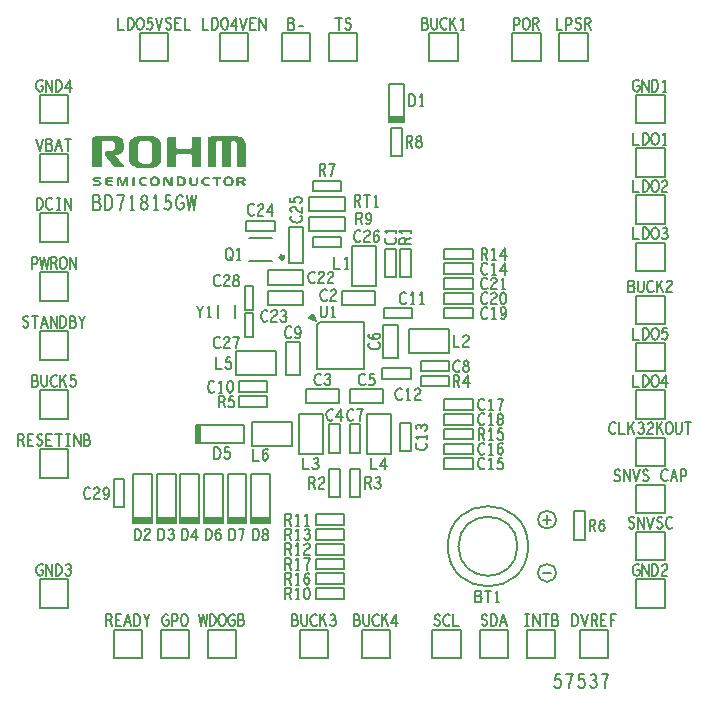
<source format=gto>
G04 ================== begin FILE IDENTIFICATION RECORD ==================*
G04 Layout Name:  BD71815GW_v4.brd*
G04 Film Name:    57537-BD71815GW_v4.gto*
G04 File Format:  Gerber RS274X*
G04 File Origin:  Cadence Allegro 16.6-S012*
G04 Origin Date:  Tue Feb 02 09:15:57 2016*
G04 *
G04 Layer:  REF DES/SILKSCREEN_TOP*
G04 Layer:  PACKAGE GEOMETRY/SILKSCREEN_TOP*
G04 *
G04 Offset:    (0.0000 0.0000)*
G04 Mirror:    No*
G04 Mode:      Positive*
G04 Rotation:  0*
G04 FullContactRelief:  No*
G04 UndefLineWidth:     0.0000*
G04 ================== end FILE IDENTIFICATION RECORD ====================*
%FSLAX25Y25*MOMM*%
%IR0*IPPOS*OFA0.00000B0.00000*MIA0B0*SFA1.00000B1.00000*%
%ADD10C,.2*%
%ADD11C,.3*%
%ADD12C,.15*%
%ADD13C,.005*%
%ADD14C,.075*%
G75*
%LPD*%
G75*
G54D10*
G01X355000Y1020000D02*
X595000D01*
Y780000D01*
X355000D01*
Y1020000D01*
G01X362000Y1100000D02*
X385330D01*
Y1070000D01*
X378330Y1060000D01*
X370170Y1053330D01*
X358500Y1050000D01*
X346830Y1053330D01*
X338670Y1060000D01*
X331670Y1070000D01*
X327000Y1081670D01*
X324670Y1095000D01*
Y1106670D01*
X327000Y1116660D01*
X331670Y1128330D01*
X338670Y1138330D01*
X345670Y1145000D01*
X355000Y1150000D01*
X363170D01*
X372500Y1146670D01*
X379500Y1140000D01*
G01X408170Y1050000D02*
Y1150000D01*
X461830Y1050000D01*
Y1150000D01*
G01X489330Y1050000D02*
Y1150000D01*
X512670D01*
X522000Y1145000D01*
X529000Y1138330D01*
X534830Y1128330D01*
X539500Y1116660D01*
X540670Y1100000D01*
X539500Y1083330D01*
X534830Y1071670D01*
X529000Y1061660D01*
X522000Y1055000D01*
X512670Y1050000D01*
X489330D01*
G01X569330Y1070000D02*
X576330Y1058330D01*
X585670Y1051670D01*
X596170Y1050000D01*
X605500Y1051670D01*
X614830Y1060000D01*
X620670Y1070000D01*
X621830Y1080000D01*
X619500Y1091660D01*
X611330Y1100000D01*
X603170Y1103330D01*
X592670D01*
G01X603170D02*
X610170Y1108330D01*
X616000Y1116660D01*
X618330Y1126670D01*
X616000Y1136670D01*
X610170Y1145000D01*
X599670Y1150000D01*
X589170Y1148330D01*
X578670Y1141670D01*
G01X355000Y2120000D02*
X595000D01*
Y1880000D01*
X355000D01*
Y2120000D01*
G01X171670Y2150000D02*
Y2250000D01*
X200830D01*
X210170Y2245000D01*
X216000Y2238330D01*
X218330Y2225000D01*
X216000Y2211670D01*
X209000Y2203330D01*
X200830Y2198330D01*
X171670D01*
G01X200830D02*
X218330Y2150000D01*
G01X298330D02*
X251670D01*
Y2250000D01*
X298330D01*
G01X279670Y2201670D02*
X251670D01*
G01X330500Y2163330D02*
X339830Y2155000D01*
X350330Y2150000D01*
X359670D01*
X369000Y2155000D01*
X376000Y2163330D01*
X379500Y2175000D01*
X377170Y2186660D01*
X371330Y2196670D01*
X360830Y2203330D01*
X346830Y2206670D01*
X338670Y2213330D01*
X335170Y2225000D01*
X337500Y2236670D01*
X343330Y2245000D01*
X351500Y2250000D01*
X359670D01*
X367830Y2246670D01*
X374830Y2238330D01*
G01X458330Y2150000D02*
X411670D01*
Y2250000D01*
X458330D01*
G01X439670Y2201670D02*
X411670D01*
G01X515000Y2250000D02*
Y2150000D01*
G01X488170Y2250000D02*
X541830D01*
G01X581000D02*
X609000D01*
G01X595000D02*
Y2150000D01*
G01X581000D02*
X609000D01*
G01X648170D02*
Y2250000D01*
X701830Y2150000D01*
Y2250000D01*
G01X764330Y2203330D02*
X769000Y2208330D01*
X772500Y2216660D01*
X774830Y2228330D01*
X772500Y2238330D01*
X767830Y2245000D01*
X759670Y2250000D01*
X728170D01*
Y2150000D01*
X766670D01*
X774830Y2156670D01*
X779500Y2166670D01*
X781830Y2178330D01*
X779500Y2190000D01*
X772500Y2200000D01*
X764330Y2203330D01*
X728170D01*
G01X355000Y2620000D02*
X595000D01*
Y2380000D01*
X355000D01*
Y2620000D01*
G01Y3120000D02*
X595000D01*
Y2880000D01*
X355000D01*
Y3120000D01*
G01X324330Y2703330D02*
X329000Y2708330D01*
X332500Y2716660D01*
X334830Y2728330D01*
X332500Y2738330D01*
X327830Y2745000D01*
X319670Y2750000D01*
X288170D01*
Y2650000D01*
X326670D01*
X334830Y2656670D01*
X339500Y2666670D01*
X341830Y2678330D01*
X339500Y2690000D01*
X332500Y2700000D01*
X324330Y2703330D01*
X288170D01*
G01X369330Y2750000D02*
Y2678330D01*
X374000Y2663330D01*
X383330Y2653330D01*
X395000Y2650000D01*
X406670Y2653330D01*
X416000Y2663330D01*
X420670Y2678330D01*
Y2750000D01*
G01X500670Y2741670D02*
X493670Y2746670D01*
X485500Y2750000D01*
X476170D01*
X465670Y2745000D01*
X457500Y2736670D01*
X451670Y2726670D01*
X447000Y2710000D01*
X445830Y2695000D01*
X448170Y2680000D01*
X451670Y2670000D01*
X458670Y2660000D01*
X466830Y2653330D01*
X475000Y2650000D01*
X483170D01*
X491330Y2653330D01*
X498330Y2658330D01*
X504170Y2665000D01*
G01X529330Y2650000D02*
Y2750000D01*
G01X573670D02*
X529330Y2688330D01*
G01X580670Y2650000D02*
X549170Y2716660D01*
G01X609330Y2665000D02*
X616330Y2656670D01*
X624500Y2651670D01*
X635000Y2650000D01*
X645500Y2653330D01*
X653670Y2660000D01*
X659500Y2671670D01*
X660670Y2685000D01*
X658330Y2698330D01*
X652500Y2706670D01*
X644330Y2713330D01*
X636170Y2715000D01*
X628000Y2713330D01*
X617500Y2706670D01*
X621000Y2750000D01*
X652500D01*
G01X210500Y3163330D02*
X219830Y3155000D01*
X230330Y3150000D01*
X239670D01*
X249000Y3155000D01*
X256000Y3163330D01*
X259500Y3175000D01*
X257170Y3186660D01*
X251330Y3196670D01*
X240830Y3203330D01*
X226830Y3206670D01*
X218670Y3213330D01*
X215170Y3225000D01*
X217500Y3236670D01*
X223330Y3245000D01*
X231500Y3250000D01*
X239670D01*
X247830Y3246670D01*
X254830Y3238330D01*
G01X315000Y3250000D02*
Y3150000D01*
G01X288170Y3250000D02*
X341830D01*
G01X365830Y3150000D02*
X395000Y3250000D01*
X424170Y3150000D01*
G01X413670Y3185000D02*
X376330D01*
G01X448170Y3150000D02*
Y3250000D01*
X501830Y3150000D01*
Y3250000D01*
G01X529330Y3150000D02*
Y3250000D01*
X552670D01*
X562000Y3245000D01*
X569000Y3238330D01*
X574830Y3228330D01*
X579500Y3216660D01*
X580670Y3200000D01*
X579500Y3183330D01*
X574830Y3171670D01*
X569000Y3161660D01*
X562000Y3155000D01*
X552670Y3150000D01*
X529330D01*
G01X644330Y3203330D02*
X649000Y3208330D01*
X652500Y3216660D01*
X654830Y3228330D01*
X652500Y3238330D01*
X647830Y3245000D01*
X639670Y3250000D01*
X608170D01*
Y3150000D01*
X646670D01*
X654830Y3156670D01*
X659500Y3166670D01*
X661830Y3178330D01*
X659500Y3190000D01*
X652500Y3200000D01*
X644330Y3203330D01*
X608170D01*
G01X715000Y3150000D02*
Y3195000D01*
X691670Y3250000D01*
G01X738330D02*
X715000Y3195000D01*
G01X355000Y3620000D02*
X595000D01*
Y3380000D01*
X355000D01*
Y3620000D01*
G01X291670Y3650000D02*
Y3750000D01*
X319670D01*
X329000Y3745000D01*
X336000Y3733330D01*
X338330Y3720000D01*
X336000Y3706670D01*
X330170Y3696670D01*
X319670Y3691660D01*
X291670D01*
G01X360000Y3750000D02*
X376330Y3650000D01*
X395000Y3750000D01*
X413670Y3650000D01*
X430000Y3750000D01*
G01X451670Y3650000D02*
Y3750000D01*
X480830D01*
X490170Y3745000D01*
X496000Y3738330D01*
X498330Y3725000D01*
X496000Y3711670D01*
X489000Y3703330D01*
X480830Y3698330D01*
X451670D01*
G01X480830D02*
X498330Y3650000D01*
G01X555000D02*
X545670Y3651670D01*
X537500Y3658330D01*
X530500Y3668330D01*
X525830Y3680000D01*
X523500Y3693330D01*
Y3706670D01*
X525830Y3720000D01*
X530500Y3731670D01*
X537500Y3741670D01*
X545670Y3748330D01*
X555000Y3750000D01*
X564330Y3748330D01*
X572500Y3741670D01*
X579500Y3731670D01*
X584170Y3720000D01*
X586500Y3706670D01*
Y3693330D01*
X584170Y3680000D01*
X579500Y3668330D01*
X572500Y3658330D01*
X564330Y3651670D01*
X555000Y3650000D01*
G01X608170D02*
Y3750000D01*
X661830Y3650000D01*
Y3750000D01*
G01X329330Y4150000D02*
Y4250000D01*
X352670D01*
X362000Y4245000D01*
X369000Y4238330D01*
X374830Y4228330D01*
X379500Y4216660D01*
X380670Y4200000D01*
X379500Y4183330D01*
X374830Y4171670D01*
X369000Y4161660D01*
X362000Y4155000D01*
X352670Y4150000D01*
X329330D01*
G01X460670Y4241670D02*
X453670Y4246670D01*
X445500Y4250000D01*
X436170D01*
X425670Y4245000D01*
X417500Y4236670D01*
X411670Y4226670D01*
X407000Y4210000D01*
X405830Y4195000D01*
X408170Y4180000D01*
X411670Y4170000D01*
X418670Y4160000D01*
X426830Y4153330D01*
X435000Y4150000D01*
X443170D01*
X451330Y4153330D01*
X458330Y4158330D01*
X464170Y4165000D01*
G01X501000Y4250000D02*
X529000D01*
G01X515000D02*
Y4150000D01*
G01X501000D02*
X529000D01*
G01X568170D02*
Y4250000D01*
X621830Y4150000D01*
Y4250000D01*
G01X355000Y4120000D02*
X595000D01*
Y3880000D01*
X355000D01*
Y4120000D01*
G01X325830Y4750000D02*
X355000Y4650000D01*
X384170Y4750000D01*
G01X444330Y4703330D02*
X449000Y4708330D01*
X452500Y4716660D01*
X454830Y4728330D01*
X452500Y4738330D01*
X447830Y4745000D01*
X439670Y4750000D01*
X408170D01*
Y4650000D01*
X446670D01*
X454830Y4656670D01*
X459500Y4666670D01*
X461830Y4678330D01*
X459500Y4690000D01*
X452500Y4700000D01*
X444330Y4703330D01*
X408170D01*
G01X485830Y4650000D02*
X515000Y4750000D01*
X544170Y4650000D01*
G01X533670Y4685000D02*
X496330D01*
G01X595000Y4750000D02*
Y4650000D01*
G01X568170Y4750000D02*
X621830D01*
G01X355000Y4620000D02*
X595000D01*
Y4380000D01*
X355000D01*
Y4620000D01*
G01X362000Y5200000D02*
X385330D01*
Y5170000D01*
X378330Y5160000D01*
X370170Y5153330D01*
X358500Y5150000D01*
X346830Y5153330D01*
X338670Y5160000D01*
X331670Y5170000D01*
X327000Y5181670D01*
X324670Y5195000D01*
Y5206670D01*
X327000Y5216660D01*
X331670Y5228330D01*
X338670Y5238330D01*
X345670Y5245000D01*
X355000Y5250000D01*
X363170D01*
X372500Y5246670D01*
X379500Y5240000D01*
G01X408170Y5150000D02*
Y5250000D01*
X461830Y5150000D01*
Y5250000D01*
G01X489330Y5150000D02*
Y5250000D01*
X512670D01*
X522000Y5245000D01*
X529000Y5238330D01*
X534830Y5228330D01*
X539500Y5216660D01*
X540670Y5200000D01*
X539500Y5183330D01*
X534830Y5171670D01*
X529000Y5161660D01*
X522000Y5155000D01*
X512670Y5150000D01*
X489330D01*
G01X609000D02*
Y5250000D01*
X565830Y5178330D01*
X624170D01*
G01X355000Y5120000D02*
X595000D01*
Y4880000D01*
X355000D01*
Y5120000D01*
G01X916670Y625000D02*
Y725000D01*
X945830D01*
X955170Y720000D01*
X961000Y713330D01*
X963330Y700000D01*
X961000Y686670D01*
X954000Y678330D01*
X945830Y673330D01*
X916670D01*
G01X945830D02*
X963330Y625000D01*
G01X1043330D02*
X996670D01*
Y725000D01*
X1043330D01*
G01X1024670Y676670D02*
X996670D01*
G01X1070830Y625000D02*
X1100000Y725000D01*
X1129170Y625000D01*
G01X1118670Y660000D02*
X1081330D01*
G01X1154330Y625000D02*
Y725000D01*
X1177670D01*
X1187000Y720000D01*
X1194000Y713330D01*
X1199830Y703330D01*
X1204500Y691660D01*
X1205670Y675000D01*
X1204500Y658330D01*
X1199830Y646670D01*
X1194000Y636660D01*
X1187000Y630000D01*
X1177670Y625000D01*
X1154330D01*
G01X1260000D02*
Y670000D01*
X1236670Y725000D01*
G01X1283330D02*
X1260000Y670000D01*
G01X783170Y1791670D02*
X776170Y1796670D01*
X768000Y1800000D01*
X758670D01*
X748170Y1795000D01*
X740000Y1786670D01*
X734170Y1776670D01*
X729500Y1760000D01*
X728330Y1745000D01*
X730670Y1730000D01*
X734170Y1720000D01*
X741170Y1710000D01*
X749330Y1703330D01*
X757500Y1700000D01*
X765670D01*
X773830Y1703330D01*
X780830Y1708330D01*
X786670Y1715000D01*
G01X815330Y1783330D02*
X822330Y1793330D01*
X830500Y1798330D01*
X839830Y1800000D01*
X851500Y1796670D01*
X859670Y1788330D01*
X862000Y1778330D01*
X860830Y1768330D01*
X856170Y1760000D01*
X832830Y1743330D01*
X822330Y1731670D01*
X815330Y1715000D01*
X813000Y1700000D01*
X862000D01*
G01X897670Y1711660D02*
X905830Y1703330D01*
X915170Y1700000D01*
X924500Y1703330D01*
X932670Y1713330D01*
X938500Y1728330D01*
X940830Y1743330D01*
Y1761670D01*
X938500Y1776670D01*
X932670Y1790000D01*
X925670Y1796670D01*
X917500Y1800000D01*
X908170Y1796670D01*
X901170Y1790000D01*
X896500Y1780000D01*
X894170Y1766660D01*
X896500Y1755000D01*
X902330Y1743330D01*
X909330Y1736660D01*
X917500Y1735000D01*
X926830Y1738330D01*
X933830Y1746670D01*
X940830Y1761670D01*
G01X850670Y4214000D02*
X856000Y4220000D01*
X860000Y4230000D01*
X862670Y4244000D01*
X860000Y4256000D01*
X854670Y4264000D01*
X845330Y4270000D01*
X809330D01*
Y4150000D01*
X853330D01*
X862670Y4158000D01*
X868000Y4170000D01*
X870670Y4184000D01*
X868000Y4198000D01*
X860000Y4210000D01*
X850670Y4214000D01*
X809330D01*
G01X910670Y4150000D02*
Y4270000D01*
X937330D01*
X948000Y4264000D01*
X956000Y4256000D01*
X962670Y4244000D01*
X968000Y4230000D01*
X969330Y4210000D01*
X968000Y4190000D01*
X962670Y4176000D01*
X956000Y4164000D01*
X948000Y4156000D01*
X937330Y4150000D01*
X910670D01*
G01X1037330D02*
X1040000Y4176000D01*
X1044000Y4198000D01*
X1049330Y4218000D01*
X1056000Y4240000D01*
X1066670Y4270000D01*
X1013330D01*
G01X1140000Y4150000D02*
Y4270000D01*
X1124000Y4246000D01*
G01Y4150000D02*
X1156000D01*
G01X1240000D02*
X1249330Y4152000D01*
X1260000Y4158000D01*
X1266670Y4168000D01*
X1269330Y4182000D01*
X1266670Y4196000D01*
X1258670Y4208000D01*
X1246670Y4214000D01*
X1233330D01*
X1225330Y4218000D01*
X1218670Y4228000D01*
X1216000Y4242000D01*
X1220000Y4256000D01*
X1229330Y4266000D01*
X1240000Y4270000D01*
X1250670Y4266000D01*
X1260000Y4256000D01*
X1264000Y4242000D01*
X1261330Y4228000D01*
X1254670Y4218000D01*
X1246670Y4214000D01*
X1233330D01*
X1221330Y4208000D01*
X1213330Y4196000D01*
X1210670Y4182000D01*
X1213330Y4168000D01*
X1220000Y4158000D01*
X1230670Y4152000D01*
X1240000Y4150000D01*
G01X1340000D02*
Y4270000D01*
X1324000Y4246000D01*
G01Y4150000D02*
X1356000D01*
G01X1410670Y4168000D02*
X1418670Y4158000D01*
X1428000Y4152000D01*
X1440000Y4150000D01*
X1452000Y4154000D01*
X1461330Y4162000D01*
X1468000Y4176000D01*
X1469330Y4192000D01*
X1466670Y4208000D01*
X1460000Y4218000D01*
X1450670Y4226000D01*
X1441330Y4228000D01*
X1432000Y4226000D01*
X1420000Y4218000D01*
X1424000Y4270000D01*
X1460000D01*
G01X1548000Y4210000D02*
X1574670D01*
Y4174000D01*
X1566670Y4162000D01*
X1557330Y4154000D01*
X1544000Y4150000D01*
X1530670Y4154000D01*
X1521330Y4162000D01*
X1513330Y4174000D01*
X1508000Y4188000D01*
X1505330Y4204000D01*
Y4218000D01*
X1508000Y4230000D01*
X1513330Y4244000D01*
X1521330Y4256000D01*
X1529330Y4264000D01*
X1540000Y4270000D01*
X1549330D01*
X1560000Y4266000D01*
X1568000Y4258000D01*
G01X1600000Y4270000D02*
X1618670Y4150000D01*
X1640000Y4270000D01*
X1661330Y4150000D01*
X1680000Y4270000D01*
G01X980000Y595000D02*
X1220000D01*
Y355000D01*
X980000D01*
Y595000D01*
G01X1427000Y675000D02*
X1450330D01*
Y645000D01*
X1443330Y635000D01*
X1435170Y628330D01*
X1423500Y625000D01*
X1411830Y628330D01*
X1403670Y635000D01*
X1396670Y645000D01*
X1392000Y656670D01*
X1389670Y670000D01*
Y681670D01*
X1392000Y691660D01*
X1396670Y703330D01*
X1403670Y713330D01*
X1410670Y720000D01*
X1420000Y725000D01*
X1428170D01*
X1437500Y721670D01*
X1444500Y715000D01*
G01X1476670Y625000D02*
Y725000D01*
X1504670D01*
X1514000Y720000D01*
X1521000Y708330D01*
X1523330Y695000D01*
X1521000Y681670D01*
X1515170Y671670D01*
X1504670Y666660D01*
X1476670D01*
G01X1580000Y625000D02*
X1570670Y626670D01*
X1562500Y633330D01*
X1555500Y643330D01*
X1550830Y655000D01*
X1548500Y668330D01*
Y681670D01*
X1550830Y695000D01*
X1555500Y706670D01*
X1562500Y716670D01*
X1570670Y723330D01*
X1580000Y725000D01*
X1589330Y723330D01*
X1597500Y716670D01*
X1604500Y706670D01*
X1609170Y695000D01*
X1611500Y681670D01*
Y668330D01*
X1609170Y655000D01*
X1604500Y643330D01*
X1597500Y633330D01*
X1589330Y626670D01*
X1580000Y625000D01*
G01X1380000Y595000D02*
X1620000D01*
Y355000D01*
X1380000D01*
Y595000D01*
G01X1359330Y1350000D02*
Y1450000D01*
X1382670D01*
X1392000Y1445000D01*
X1399000Y1438330D01*
X1404830Y1428330D01*
X1409500Y1416660D01*
X1410670Y1400000D01*
X1409500Y1383330D01*
X1404830Y1371670D01*
X1399000Y1361660D01*
X1392000Y1355000D01*
X1382670Y1350000D01*
X1359330D01*
G01X1439330Y1370000D02*
X1446330Y1358330D01*
X1455670Y1351670D01*
X1466170Y1350000D01*
X1475500Y1351670D01*
X1484830Y1360000D01*
X1490670Y1370000D01*
X1491830Y1380000D01*
X1489500Y1391660D01*
X1481330Y1400000D01*
X1473170Y1403330D01*
X1462670D01*
G01X1473170D02*
X1480170Y1408330D01*
X1486000Y1416660D01*
X1488330Y1426670D01*
X1486000Y1436670D01*
X1480170Y1445000D01*
X1469670Y1450000D01*
X1459170Y1448330D01*
X1448670Y1441670D01*
G01X1159330Y1350000D02*
Y1450000D01*
X1182670D01*
X1192000Y1445000D01*
X1199000Y1438330D01*
X1204830Y1428330D01*
X1209500Y1416660D01*
X1210670Y1400000D01*
X1209500Y1383330D01*
X1204830Y1371670D01*
X1199000Y1361660D01*
X1192000Y1355000D01*
X1182670Y1350000D01*
X1159330D01*
G01X1242830Y1433330D02*
X1249830Y1443330D01*
X1258000Y1448330D01*
X1267330Y1450000D01*
X1279000Y1446670D01*
X1287170Y1438330D01*
X1289500Y1428330D01*
X1288330Y1418330D01*
X1283670Y1410000D01*
X1260330Y1393330D01*
X1249830Y1381670D01*
X1242830Y1365000D01*
X1240500Y1350000D01*
X1289500D01*
G01X1345000Y1540000D02*
Y1525000D01*
G01D02*
X1505000D01*
G01X1345000D02*
Y1510000D01*
X1505000D01*
Y1500000D01*
X1345000D01*
Y1510000D01*
G01X1505000Y1910000D02*
Y1540000D01*
X1345000D01*
Y1910000D01*
X1505000D01*
G01X1145000Y1540000D02*
Y1525000D01*
G01X1305000Y1540000D02*
Y1510000D01*
G01X1145000Y1525000D02*
X1305000D01*
G01X1145000D02*
Y1510000D01*
X1305000D01*
Y1500000D01*
X1145000D01*
Y1510000D01*
G01X1305000Y1910000D02*
Y1540000D01*
X1145000D01*
Y1910000D01*
X1305000D01*
G01X980000Y1870000D02*
X1070000D01*
Y1630000D01*
X980000D01*
Y1870000D01*
G01X1021670Y5775000D02*
Y5675000D01*
X1068330D01*
G01X1099330D02*
Y5775000D01*
X1122670D01*
X1132000Y5770000D01*
X1139000Y5763330D01*
X1144830Y5753330D01*
X1149500Y5741660D01*
X1150670Y5725000D01*
X1149500Y5708330D01*
X1144830Y5696670D01*
X1139000Y5686660D01*
X1132000Y5680000D01*
X1122670Y5675000D01*
X1099330D01*
G01X1205000D02*
X1195670Y5676670D01*
X1187500Y5683330D01*
X1180500Y5693330D01*
X1175830Y5705000D01*
X1173500Y5718330D01*
Y5731670D01*
X1175830Y5745000D01*
X1180500Y5756670D01*
X1187500Y5766670D01*
X1195670Y5773330D01*
X1205000Y5775000D01*
X1214330Y5773330D01*
X1222500Y5766670D01*
X1229500Y5756670D01*
X1234170Y5745000D01*
X1236500Y5731670D01*
Y5718330D01*
X1234170Y5705000D01*
X1229500Y5693330D01*
X1222500Y5683330D01*
X1214330Y5676670D01*
X1205000Y5675000D01*
G01X1259330Y5690000D02*
X1266330Y5681670D01*
X1274500Y5676670D01*
X1285000Y5675000D01*
X1295500Y5678330D01*
X1303670Y5685000D01*
X1309500Y5696670D01*
X1310670Y5710000D01*
X1308330Y5723330D01*
X1302500Y5731670D01*
X1294330Y5738330D01*
X1286170Y5740000D01*
X1278000Y5738330D01*
X1267500Y5731670D01*
X1271000Y5775000D01*
X1302500D01*
G01X1335830D02*
X1365000Y5675000D01*
X1394170Y5775000D01*
G01X1420500Y5688330D02*
X1429830Y5680000D01*
X1440330Y5675000D01*
X1449670D01*
X1459000Y5680000D01*
X1466000Y5688330D01*
X1469500Y5700000D01*
X1467170Y5711660D01*
X1461330Y5721670D01*
X1450830Y5728330D01*
X1436830Y5731670D01*
X1428670Y5738330D01*
X1425170Y5750000D01*
X1427500Y5761670D01*
X1433330Y5770000D01*
X1441500Y5775000D01*
X1449670D01*
X1457830Y5771670D01*
X1464830Y5763330D01*
G01X1548330Y5675000D02*
X1501670D01*
Y5775000D01*
X1548330D01*
G01X1529670Y5726670D02*
X1501670D01*
G01X1581670Y5775000D02*
Y5675000D01*
X1628330D01*
G01X1205000Y5645000D02*
X1445000D01*
Y5405000D01*
X1205000D01*
Y5645000D01*
G01X1705000Y725000D02*
X1721330Y625000D01*
X1740000Y725000D01*
X1758670Y625000D01*
X1775000Y725000D01*
G01X1794330Y625000D02*
Y725000D01*
X1817670D01*
X1827000Y720000D01*
X1834000Y713330D01*
X1839830Y703330D01*
X1844500Y691660D01*
X1845670Y675000D01*
X1844500Y658330D01*
X1839830Y646670D01*
X1834000Y636660D01*
X1827000Y630000D01*
X1817670Y625000D01*
X1794330D01*
G01X1900000D02*
X1890670Y626670D01*
X1882500Y633330D01*
X1875500Y643330D01*
X1870830Y655000D01*
X1868500Y668330D01*
Y681670D01*
X1870830Y695000D01*
X1875500Y706670D01*
X1882500Y716670D01*
X1890670Y723330D01*
X1900000Y725000D01*
X1909330Y723330D01*
X1917500Y716670D01*
X1924500Y706670D01*
X1929170Y695000D01*
X1931500Y681670D01*
Y668330D01*
X1929170Y655000D01*
X1924500Y643330D01*
X1917500Y633330D01*
X1909330Y626670D01*
X1900000Y625000D01*
G01X1987000Y675000D02*
X2010330D01*
Y645000D01*
X2003330Y635000D01*
X1995170Y628330D01*
X1983500Y625000D01*
X1971830Y628330D01*
X1963670Y635000D01*
X1956670Y645000D01*
X1952000Y656670D01*
X1949670Y670000D01*
Y681670D01*
X1952000Y691660D01*
X1956670Y703330D01*
X1963670Y713330D01*
X1970670Y720000D01*
X1980000Y725000D01*
X1988170D01*
X1997500Y721670D01*
X2004500Y715000D01*
G01X2069330Y678330D02*
X2074000Y683330D01*
X2077500Y691660D01*
X2079830Y703330D01*
X2077500Y713330D01*
X2072830Y720000D01*
X2064670Y725000D01*
X2033170D01*
Y625000D01*
X2071670D01*
X2079830Y631670D01*
X2084500Y641670D01*
X2086830Y653330D01*
X2084500Y665000D01*
X2077500Y675000D01*
X2069330Y678330D01*
X2033170D01*
G01X1780000Y595000D02*
X2020000D01*
Y355000D01*
X1780000D01*
Y595000D01*
G01X1959330Y1350000D02*
Y1450000D01*
X1982670D01*
X1992000Y1445000D01*
X1999000Y1438330D01*
X2004830Y1428330D01*
X2009500Y1416660D01*
X2010670Y1400000D01*
X2009500Y1383330D01*
X2004830Y1371670D01*
X1999000Y1361660D01*
X1992000Y1355000D01*
X1982670Y1350000D01*
X1959330D01*
G01X2062670D02*
X2065000Y1371670D01*
X2068500Y1390000D01*
X2073170Y1406670D01*
X2079000Y1425000D01*
X2088330Y1450000D01*
X2041670D01*
G01X1759330Y1350000D02*
Y1450000D01*
X1782670D01*
X1792000Y1445000D01*
X1799000Y1438330D01*
X1804830Y1428330D01*
X1809500Y1416660D01*
X1810670Y1400000D01*
X1809500Y1383330D01*
X1804830Y1371670D01*
X1799000Y1361660D01*
X1792000Y1355000D01*
X1782670Y1350000D01*
X1759330D01*
G01X1842830Y1391660D02*
X1851000Y1403330D01*
X1858000Y1410000D01*
X1867330Y1413330D01*
X1875500Y1410000D01*
X1881330Y1403330D01*
X1886000Y1393330D01*
X1887170Y1381670D01*
X1886000Y1371670D01*
X1881330Y1361660D01*
X1874330Y1353330D01*
X1866170Y1350000D01*
X1856830Y1353330D01*
X1848670Y1363330D01*
X1844000Y1378330D01*
X1842830Y1395000D01*
X1845170Y1416660D01*
X1848670Y1428330D01*
X1854500Y1440000D01*
X1862670Y1448330D01*
X1870830Y1450000D01*
X1879000Y1446670D01*
X1884830Y1438330D01*
G01X1559330Y1350000D02*
Y1450000D01*
X1582670D01*
X1592000Y1445000D01*
X1599000Y1438330D01*
X1604830Y1428330D01*
X1609500Y1416660D01*
X1610670Y1400000D01*
X1609500Y1383330D01*
X1604830Y1371670D01*
X1599000Y1361660D01*
X1592000Y1355000D01*
X1582670Y1350000D01*
X1559330D01*
G01X1679000D02*
Y1450000D01*
X1635830Y1378330D01*
X1694170D01*
G01X1945000Y1540000D02*
Y1525000D01*
G01D02*
X2105000D01*
G01X1945000D02*
Y1510000D01*
X2105000D01*
Y1500000D01*
X1945000D01*
Y1510000D01*
G01X2105000Y1910000D02*
Y1540000D01*
X1945000D01*
Y1910000D01*
X2105000D01*
G01X1745000Y1540000D02*
Y1525000D01*
G01X1905000Y1540000D02*
Y1510000D01*
G01X1745000Y1525000D02*
X1905000D01*
G01X1745000D02*
Y1510000D01*
X1905000D01*
Y1500000D01*
X1745000D01*
Y1510000D01*
G01X1905000Y1910000D02*
Y1540000D01*
X1745000D01*
Y1910000D01*
X1905000D01*
G01X1545000Y1540000D02*
Y1525000D01*
G01X1705000Y1540000D02*
Y1510000D01*
G01X1545000Y1525000D02*
X1705000D01*
G01X1545000D02*
Y1510000D01*
X1705000D01*
Y1500000D01*
X1545000D01*
Y1510000D01*
G01X1705000Y1910000D02*
Y1540000D01*
X1545000D01*
Y1910000D01*
X1705000D01*
G01X1505000Y1540000D02*
Y1510000D01*
G01X1874170Y2475000D02*
Y2575000D01*
X1903330D01*
X1912670Y2570000D01*
X1918500Y2563330D01*
X1920830Y2550000D01*
X1918500Y2536670D01*
X1911500Y2528330D01*
X1903330Y2523330D01*
X1874170D01*
G01X1903330D02*
X1920830Y2475000D01*
G01X1951830Y2490000D02*
X1958830Y2481670D01*
X1967000Y2476670D01*
X1977500Y2475000D01*
X1988000Y2478330D01*
X1996170Y2485000D01*
X2002000Y2496670D01*
X2003170Y2510000D01*
X2000830Y2523330D01*
X1995000Y2531670D01*
X1986830Y2538330D01*
X1978670Y2540000D01*
X1970500Y2538330D01*
X1960000Y2531670D01*
X1963500Y2575000D01*
X1995000D01*
G01X1834330Y2037500D02*
Y2137500D01*
X1857670D01*
X1867000Y2132500D01*
X1874000Y2125830D01*
X1879830Y2115830D01*
X1884500Y2104160D01*
X1885670Y2087500D01*
X1884500Y2070830D01*
X1879830Y2059170D01*
X1874000Y2049160D01*
X1867000Y2042500D01*
X1857670Y2037500D01*
X1834330D01*
G01X1914330Y2052500D02*
X1921330Y2044170D01*
X1929500Y2039170D01*
X1940000Y2037500D01*
X1950500Y2040830D01*
X1958670Y2047500D01*
X1964500Y2059170D01*
X1965670Y2072500D01*
X1963330Y2085830D01*
X1957500Y2094170D01*
X1949330Y2100830D01*
X1941170Y2102500D01*
X1933000Y2100830D01*
X1922500Y2094170D01*
X1926000Y2137500D01*
X1957500D01*
G01X1715000Y2175000D02*
X1685000D01*
G01X1715000Y2325000D02*
X1700000D01*
G01D02*
Y2175000D01*
G01Y2325000D02*
X1685000D01*
Y2175000D01*
X1675000D01*
Y2325000D01*
X1685000D01*
G01X2085000Y2175000D02*
X1715000D01*
Y2325000D01*
X2085000D01*
Y2175000D01*
G01X1849170Y2900000D02*
Y2800000D01*
X1895830D01*
G01X1926830Y2815000D02*
X1933830Y2806670D01*
X1942000Y2801670D01*
X1952500Y2800000D01*
X1963000Y2803330D01*
X1971170Y2810000D01*
X1977000Y2821670D01*
X1978170Y2835000D01*
X1975830Y2848330D01*
X1970000Y2856670D01*
X1961830Y2863330D01*
X1953670Y2865000D01*
X1945500Y2863330D01*
X1935000Y2856670D01*
X1938500Y2900000D01*
X1970000D01*
G01X2017500Y2950000D02*
X2357500D01*
Y2750000D01*
X2017500D01*
Y2950000D01*
G01X1883170Y3066670D02*
X1876170Y3071670D01*
X1868000Y3075000D01*
X1858670D01*
X1848170Y3070000D01*
X1840000Y3061670D01*
X1834170Y3051670D01*
X1829500Y3035000D01*
X1828330Y3020000D01*
X1830670Y3005000D01*
X1834170Y2995000D01*
X1841170Y2985000D01*
X1849330Y2978330D01*
X1857500Y2975000D01*
X1865670D01*
X1873830Y2978330D01*
X1880830Y2983330D01*
X1886670Y2990000D01*
G01X1915330Y3058330D02*
X1922330Y3068330D01*
X1930500Y3073330D01*
X1939830Y3075000D01*
X1951500Y3071670D01*
X1959670Y3063330D01*
X1962000Y3053330D01*
X1960830Y3043330D01*
X1956170Y3035000D01*
X1932830Y3018330D01*
X1922330Y3006670D01*
X1915330Y2990000D01*
X1913000Y2975000D01*
X1962000D01*
G01X2015170D02*
X2017500Y2996670D01*
X2021000Y3015000D01*
X2025670Y3031670D01*
X2031500Y3050000D01*
X2040830Y3075000D01*
X1994170D01*
G01X1833170Y2691670D02*
X1826170Y2696670D01*
X1818000Y2700000D01*
X1808670D01*
X1798170Y2695000D01*
X1790000Y2686670D01*
X1784170Y2676670D01*
X1779500Y2660000D01*
X1778330Y2645000D01*
X1780670Y2630000D01*
X1784170Y2620000D01*
X1791170Y2610000D01*
X1799330Y2603330D01*
X1807500Y2600000D01*
X1815670D01*
X1823830Y2603330D01*
X1830830Y2608330D01*
X1836670Y2615000D01*
G01X1887500Y2600000D02*
Y2700000D01*
X1873500Y2680000D01*
G01Y2600000D02*
X1901500D01*
G01X1967500Y2700000D02*
X1958170Y2696670D01*
X1951170Y2688330D01*
X1946500Y2678330D01*
X1943000Y2665000D01*
X1941830Y2650000D01*
X1943000Y2635000D01*
X1946500Y2621670D01*
X1951170Y2611660D01*
X1958170Y2603330D01*
X1967500Y2600000D01*
X1976830Y2603330D01*
X1983830Y2611660D01*
X1988500Y2621670D01*
X1992000Y2635000D01*
X1993170Y2650000D01*
X1992000Y2665000D01*
X1988500Y2678330D01*
X1983830Y2688330D01*
X1976830Y2696670D01*
X1967500Y2700000D01*
G01X1710000Y3237500D02*
Y3282500D01*
X1686670Y3337500D01*
G01X1733330D02*
X1710000Y3282500D01*
G01X1790000Y3237500D02*
Y3337500D01*
X1776000Y3317500D01*
G01Y3237500D02*
X1804000D01*
G01X2012500Y3342500D02*
Y3232500D01*
G01X1862500D02*
Y3342500D01*
G01X1883170Y3591670D02*
X1876170Y3596670D01*
X1868000Y3600000D01*
X1858670D01*
X1848170Y3595000D01*
X1840000Y3586670D01*
X1834170Y3576670D01*
X1829500Y3560000D01*
X1828330Y3545000D01*
X1830670Y3530000D01*
X1834170Y3520000D01*
X1841170Y3510000D01*
X1849330Y3503330D01*
X1857500Y3500000D01*
X1865670D01*
X1873830Y3503330D01*
X1880830Y3508330D01*
X1886670Y3515000D01*
G01X1915330Y3583330D02*
X1922330Y3593330D01*
X1930500Y3598330D01*
X1939830Y3600000D01*
X1951500Y3596670D01*
X1959670Y3588330D01*
X1962000Y3578330D01*
X1960830Y3568330D01*
X1956170Y3560000D01*
X1932830Y3543330D01*
X1922330Y3531670D01*
X1915330Y3515000D01*
X1913000Y3500000D01*
X1962000D01*
G01X2017500D02*
X2025670Y3501670D01*
X2035000Y3506670D01*
X2040830Y3515000D01*
X2043170Y3526670D01*
X2040830Y3538330D01*
X2033830Y3548330D01*
X2023330Y3553330D01*
X2011670D01*
X2004670Y3556670D01*
X1998830Y3565000D01*
X1996500Y3576670D01*
X2000000Y3588330D01*
X2008170Y3596670D01*
X2017500Y3600000D01*
X2026830Y3596670D01*
X2035000Y3588330D01*
X2038500Y3576670D01*
X2036170Y3565000D01*
X2030330Y3556670D01*
X2023330Y3553330D01*
X2011670D01*
X2001170Y3548330D01*
X1994170Y3538330D01*
X1991830Y3526670D01*
X1994170Y3515000D01*
X2000000Y3506670D01*
X2009330Y3501670D01*
X2017500Y3500000D01*
G01X1960000Y3725000D02*
X1950670Y3726670D01*
X1942500Y3733330D01*
X1935500Y3743330D01*
X1930830Y3755000D01*
X1928500Y3768330D01*
Y3781670D01*
X1930830Y3795000D01*
X1935500Y3806670D01*
X1942500Y3816670D01*
X1950670Y3823330D01*
X1960000Y3825000D01*
X1969330Y3823330D01*
X1977500Y3816670D01*
X1984500Y3806670D01*
X1989170Y3795000D01*
X1991500Y3781670D01*
Y3768330D01*
X1989170Y3755000D01*
X1984500Y3743330D01*
X1977500Y3733330D01*
X1969330Y3726670D01*
X1960000Y3725000D01*
G01X1969330Y3751670D02*
X1983330Y3725000D01*
G01X2040000D02*
Y3825000D01*
X2026000Y3805000D01*
G01Y3725000D02*
X2054000D01*
G01X1736670Y5775000D02*
Y5675000D01*
X1783330D01*
G01X1814330D02*
Y5775000D01*
X1837670D01*
X1847000Y5770000D01*
X1854000Y5763330D01*
X1859830Y5753330D01*
X1864500Y5741660D01*
X1865670Y5725000D01*
X1864500Y5708330D01*
X1859830Y5696670D01*
X1854000Y5686660D01*
X1847000Y5680000D01*
X1837670Y5675000D01*
X1814330D01*
G01X1920000D02*
X1910670Y5676670D01*
X1902500Y5683330D01*
X1895500Y5693330D01*
X1890830Y5705000D01*
X1888500Y5718330D01*
Y5731670D01*
X1890830Y5745000D01*
X1895500Y5756670D01*
X1902500Y5766670D01*
X1910670Y5773330D01*
X1920000Y5775000D01*
X1929330Y5773330D01*
X1937500Y5766670D01*
X1944500Y5756670D01*
X1949170Y5745000D01*
X1951500Y5731670D01*
Y5718330D01*
X1949170Y5705000D01*
X1944500Y5693330D01*
X1937500Y5683330D01*
X1929330Y5676670D01*
X1920000Y5675000D01*
G01X2014000D02*
Y5775000D01*
X1970830Y5703330D01*
X2029170D01*
G01X2050830Y5775000D02*
X2080000Y5675000D01*
X2109170Y5775000D01*
G01X2183330Y5675000D02*
X2136670D01*
Y5775000D01*
X2183330D01*
G01X2164670Y5726670D02*
X2136670D01*
G01X2213170Y5675000D02*
Y5775000D01*
X2266830Y5675000D01*
Y5775000D01*
G01X1880000Y5645000D02*
X2120000D01*
Y5405000D01*
X1880000D01*
Y5645000D01*
G01X2434170Y850000D02*
Y950000D01*
X2463330D01*
X2472670Y945000D01*
X2478500Y938330D01*
X2480830Y925000D01*
X2478500Y911670D01*
X2471500Y903330D01*
X2463330Y898330D01*
X2434170D01*
G01X2463330D02*
X2480830Y850000D01*
G01X2537500D02*
Y950000D01*
X2523500Y930000D01*
G01Y850000D02*
X2551500D01*
G01X2617500Y950000D02*
X2608170Y946670D01*
X2601170Y938330D01*
X2596500Y928330D01*
X2593000Y915000D01*
X2591830Y900000D01*
X2593000Y885000D01*
X2596500Y871670D01*
X2601170Y861660D01*
X2608170Y853330D01*
X2617500Y850000D01*
X2626830Y853330D01*
X2633830Y861660D01*
X2638500Y871670D01*
X2642000Y885000D01*
X2643170Y900000D01*
X2642000Y915000D01*
X2638500Y928330D01*
X2633830Y938330D01*
X2626830Y946670D01*
X2617500Y950000D01*
G01X2524330Y678330D02*
X2529000Y683330D01*
X2532500Y691660D01*
X2534830Y703330D01*
X2532500Y713330D01*
X2527830Y720000D01*
X2519670Y725000D01*
X2488170D01*
Y625000D01*
X2526670D01*
X2534830Y631670D01*
X2539500Y641670D01*
X2541830Y653330D01*
X2539500Y665000D01*
X2532500Y675000D01*
X2524330Y678330D01*
X2488170D01*
G01X2569330Y725000D02*
Y653330D01*
X2574000Y638330D01*
X2583330Y628330D01*
X2595000Y625000D01*
X2606670Y628330D01*
X2616000Y638330D01*
X2620670Y653330D01*
Y725000D01*
G01X2700670Y716670D02*
X2693670Y721670D01*
X2685500Y725000D01*
X2676170D01*
X2665670Y720000D01*
X2657500Y711670D01*
X2651670Y701670D01*
X2647000Y685000D01*
X2645830Y670000D01*
X2648170Y655000D01*
X2651670Y645000D01*
X2658670Y635000D01*
X2666830Y628330D01*
X2675000Y625000D01*
X2683170D01*
X2691330Y628330D01*
X2698330Y633330D01*
X2704170Y640000D01*
G01X2729330Y625000D02*
Y725000D01*
G01X2773670D02*
X2729330Y663330D01*
G01X2780670Y625000D02*
X2749170Y691660D01*
G01X2809330Y645000D02*
X2816330Y633330D01*
X2825670Y626670D01*
X2836170Y625000D01*
X2845500Y626670D01*
X2854830Y635000D01*
X2860670Y645000D01*
X2861830Y655000D01*
X2859500Y666660D01*
X2851330Y675000D01*
X2843170Y678330D01*
X2832670D01*
G01X2843170D02*
X2850170Y683330D01*
X2856000Y691660D01*
X2858330Y701670D01*
X2856000Y711670D01*
X2850170Y720000D01*
X2839670Y725000D01*
X2829170Y723330D01*
X2818670Y716670D01*
G01X2555000Y595000D02*
X2795000D01*
Y355000D01*
X2555000D01*
Y595000D01*
G01X2434170Y1100000D02*
Y1200000D01*
X2463330D01*
X2472670Y1195000D01*
X2478500Y1188330D01*
X2480830Y1175000D01*
X2478500Y1161670D01*
X2471500Y1153330D01*
X2463330Y1148330D01*
X2434170D01*
G01X2463330D02*
X2480830Y1100000D01*
G01X2537500D02*
Y1200000D01*
X2523500Y1180000D01*
G01Y1100000D02*
X2551500D01*
G01X2615170D02*
X2617500Y1121670D01*
X2621000Y1140000D01*
X2625670Y1156670D01*
X2631500Y1175000D01*
X2640830Y1200000D01*
X2594170D01*
G01X2434170Y1350000D02*
Y1450000D01*
X2463330D01*
X2472670Y1445000D01*
X2478500Y1438330D01*
X2480830Y1425000D01*
X2478500Y1411670D01*
X2471500Y1403330D01*
X2463330Y1398330D01*
X2434170D01*
G01X2463330D02*
X2480830Y1350000D01*
G01X2537500D02*
Y1450000D01*
X2523500Y1430000D01*
G01Y1350000D02*
X2551500D01*
G01X2591830Y1370000D02*
X2598830Y1358330D01*
X2608170Y1351670D01*
X2618670Y1350000D01*
X2628000Y1351670D01*
X2637330Y1360000D01*
X2643170Y1370000D01*
X2644330Y1380000D01*
X2642000Y1391660D01*
X2633830Y1400000D01*
X2625670Y1403330D01*
X2615170D01*
G01X2625670D02*
X2632670Y1408330D01*
X2638500Y1416660D01*
X2640830Y1426670D01*
X2638500Y1436670D01*
X2632670Y1445000D01*
X2622170Y1450000D01*
X2611670Y1448330D01*
X2601170Y1441670D01*
G01X2434170Y1225000D02*
Y1325000D01*
X2463330D01*
X2472670Y1320000D01*
X2478500Y1313330D01*
X2480830Y1300000D01*
X2478500Y1286670D01*
X2471500Y1278330D01*
X2463330Y1273330D01*
X2434170D01*
G01X2463330D02*
X2480830Y1225000D01*
G01X2537500D02*
Y1325000D01*
X2523500Y1305000D01*
G01Y1225000D02*
X2551500D01*
G01X2595330Y1308330D02*
X2602330Y1318330D01*
X2610500Y1323330D01*
X2619830Y1325000D01*
X2631500Y1321670D01*
X2639670Y1313330D01*
X2642000Y1303330D01*
X2640830Y1293330D01*
X2636170Y1285000D01*
X2612830Y1268330D01*
X2602330Y1256670D01*
X2595330Y1240000D01*
X2593000Y1225000D01*
X2642000D01*
G01X2434170Y975000D02*
Y1075000D01*
X2463330D01*
X2472670Y1070000D01*
X2478500Y1063330D01*
X2480830Y1050000D01*
X2478500Y1036670D01*
X2471500Y1028330D01*
X2463330Y1023330D01*
X2434170D01*
G01X2463330D02*
X2480830Y975000D01*
G01X2537500D02*
Y1075000D01*
X2523500Y1055000D01*
G01Y975000D02*
X2551500D01*
G01X2595330Y1016660D02*
X2603500Y1028330D01*
X2610500Y1035000D01*
X2619830Y1038330D01*
X2628000Y1035000D01*
X2633830Y1028330D01*
X2638500Y1018330D01*
X2639670Y1006670D01*
X2638500Y996670D01*
X2633830Y986660D01*
X2626830Y978330D01*
X2618670Y975000D01*
X2609330Y978330D01*
X2601170Y988330D01*
X2596500Y1003330D01*
X2595330Y1020000D01*
X2597670Y1041660D01*
X2601170Y1053330D01*
X2607000Y1065000D01*
X2615170Y1073330D01*
X2623330Y1075000D01*
X2631500Y1071670D01*
X2637330Y1063330D01*
G01X2159330Y1350000D02*
Y1450000D01*
X2182670D01*
X2192000Y1445000D01*
X2199000Y1438330D01*
X2204830Y1428330D01*
X2209500Y1416660D01*
X2210670Y1400000D01*
X2209500Y1383330D01*
X2204830Y1371670D01*
X2199000Y1361660D01*
X2192000Y1355000D01*
X2182670Y1350000D01*
X2159330D01*
G01X2265000D02*
X2273170Y1351670D01*
X2282500Y1356670D01*
X2288330Y1365000D01*
X2290670Y1376670D01*
X2288330Y1388330D01*
X2281330Y1398330D01*
X2270830Y1403330D01*
X2259170D01*
X2252170Y1406670D01*
X2246330Y1415000D01*
X2244000Y1426670D01*
X2247500Y1438330D01*
X2255670Y1446670D01*
X2265000Y1450000D01*
X2274330Y1446670D01*
X2282500Y1438330D01*
X2286000Y1426670D01*
X2283670Y1415000D01*
X2277830Y1406670D01*
X2270830Y1403330D01*
X2259170D01*
X2248670Y1398330D01*
X2241670Y1388330D01*
X2239330Y1376670D01*
X2241670Y1365000D01*
X2247500Y1356670D01*
X2256830Y1351670D01*
X2265000Y1350000D01*
G01X2434170Y1475000D02*
Y1575000D01*
X2463330D01*
X2472670Y1570000D01*
X2478500Y1563330D01*
X2480830Y1550000D01*
X2478500Y1536670D01*
X2471500Y1528330D01*
X2463330Y1523330D01*
X2434170D01*
G01X2463330D02*
X2480830Y1475000D01*
G01X2537500D02*
Y1575000D01*
X2523500Y1555000D01*
G01Y1475000D02*
X2551500D01*
G01X2617500D02*
Y1575000D01*
X2603500Y1555000D01*
G01Y1475000D02*
X2631500D01*
G01X2586670Y2050000D02*
Y1950000D01*
X2633330D01*
G01X2664330Y1970000D02*
X2671330Y1958330D01*
X2680670Y1951670D01*
X2691170Y1950000D01*
X2700500Y1951670D01*
X2709830Y1960000D01*
X2715670Y1970000D01*
X2716830Y1980000D01*
X2714500Y1991660D01*
X2706330Y2000000D01*
X2698170Y2003330D01*
X2687670D01*
G01X2698170D02*
X2705170Y2008330D01*
X2711000Y2016660D01*
X2713330Y2026670D01*
X2711000Y2036670D01*
X2705170Y2045000D01*
X2694670Y2050000D01*
X2684170Y2048330D01*
X2673670Y2041670D01*
G01X2145000Y1540000D02*
Y1525000D01*
G01X2305000Y1540000D02*
Y1510000D01*
G01X2145000Y1525000D02*
X2305000D01*
G01X2145000D02*
Y1510000D01*
X2305000D01*
Y1500000D01*
X2145000D01*
Y1510000D01*
G01X2305000Y1910000D02*
Y1540000D01*
X2145000D01*
Y1910000D01*
X2305000D01*
G01X2105000Y1540000D02*
Y1510000D01*
G01X2042500Y2480000D02*
Y2570000D01*
X2282500D01*
Y2480000D01*
X2042500D01*
G01X2161670Y2125000D02*
Y2025000D01*
X2208330D01*
G01X2242830Y2066660D02*
X2251000Y2078330D01*
X2258000Y2085000D01*
X2267330Y2088330D01*
X2275500Y2085000D01*
X2281330Y2078330D01*
X2286000Y2068330D01*
X2287170Y2056670D01*
X2286000Y2046670D01*
X2281330Y2036660D01*
X2274330Y2028330D01*
X2266170Y2025000D01*
X2256830Y2028330D01*
X2248670Y2038330D01*
X2244000Y2053330D01*
X2242830Y2070000D01*
X2245170Y2091660D01*
X2248670Y2103330D01*
X2254500Y2115000D01*
X2262670Y2123330D01*
X2270830Y2125000D01*
X2279000Y2121670D01*
X2284830Y2113330D01*
G01X2155000Y2350000D02*
X2495000D01*
Y2150000D01*
X2155000D01*
Y2350000D01*
G01X2550000Y2080000D02*
Y2420000D01*
X2750000D01*
Y2080000D01*
X2550000D01*
G01X2042500Y2605000D02*
Y2695000D01*
X2282500D01*
Y2605000D01*
X2042500D01*
G01X2485670Y3154170D02*
X2478670Y3159170D01*
X2470500Y3162500D01*
X2461170D01*
X2450670Y3157500D01*
X2442500Y3149170D01*
X2436670Y3139170D01*
X2432000Y3122500D01*
X2430830Y3107500D01*
X2433170Y3092500D01*
X2436670Y3082500D01*
X2443670Y3072500D01*
X2451830Y3065830D01*
X2460000Y3062500D01*
X2468170D01*
X2476330Y3065830D01*
X2483330Y3070830D01*
X2489170Y3077500D01*
G01X2520170Y3074160D02*
X2528330Y3065830D01*
X2537670Y3062500D01*
X2547000Y3065830D01*
X2555170Y3075830D01*
X2561000Y3090830D01*
X2563330Y3105830D01*
Y3124170D01*
X2561000Y3139170D01*
X2555170Y3152500D01*
X2548170Y3159170D01*
X2540000Y3162500D01*
X2530670Y3159170D01*
X2523670Y3152500D01*
X2519000Y3142500D01*
X2516670Y3129160D01*
X2519000Y3117500D01*
X2524830Y3105830D01*
X2531830Y3099160D01*
X2540000Y3097500D01*
X2549330Y3100830D01*
X2556330Y3109170D01*
X2563330Y3124170D01*
G01X2440000Y3027500D02*
X2560000D01*
Y2747500D01*
X2440000D01*
Y3027500D01*
G01X2160000Y3300000D02*
X2090000D01*
Y3500000D01*
X2160000D01*
Y3300000D01*
G01X2090000Y3275000D02*
X2160000D01*
Y3075000D01*
X2090000D01*
Y3275000D01*
G01X2283170Y3291670D02*
X2276170Y3296670D01*
X2268000Y3300000D01*
X2258670D01*
X2248170Y3295000D01*
X2240000Y3286670D01*
X2234170Y3276670D01*
X2229500Y3260000D01*
X2228330Y3245000D01*
X2230670Y3230000D01*
X2234170Y3220000D01*
X2241170Y3210000D01*
X2249330Y3203330D01*
X2257500Y3200000D01*
X2265670D01*
X2273830Y3203330D01*
X2280830Y3208330D01*
X2286670Y3215000D01*
G01X2315330Y3283330D02*
X2322330Y3293330D01*
X2330500Y3298330D01*
X2339830Y3300000D01*
X2351500Y3296670D01*
X2359670Y3288330D01*
X2362000Y3278330D01*
X2360830Y3268330D01*
X2356170Y3260000D01*
X2332830Y3243330D01*
X2322330Y3231670D01*
X2315330Y3215000D01*
X2313000Y3200000D01*
X2362000D01*
G01X2391830Y3220000D02*
X2398830Y3208330D01*
X2408170Y3201670D01*
X2418670Y3200000D01*
X2428000Y3201670D01*
X2437330Y3210000D01*
X2443170Y3220000D01*
X2444330Y3230000D01*
X2442000Y3241660D01*
X2433830Y3250000D01*
X2425670Y3253330D01*
X2415170D01*
G01X2425670D02*
X2432670Y3258330D01*
X2438500Y3266660D01*
X2440830Y3276670D01*
X2438500Y3286670D01*
X2432670Y3295000D01*
X2422170Y3300000D01*
X2411670Y3298330D01*
X2401170Y3291670D01*
G01X2587500Y3460000D02*
Y3340000D01*
X2287500D01*
Y3460000D01*
X2587500D01*
G01Y3635000D02*
Y3515000D01*
X2287500D01*
Y3635000D01*
X2587500D01*
G01X2483330Y4095670D02*
X2478330Y4088670D01*
X2475000Y4080500D01*
Y4071170D01*
X2480000Y4060670D01*
X2488330Y4052500D01*
X2498330Y4046670D01*
X2515000Y4042000D01*
X2530000Y4040830D01*
X2545000Y4043170D01*
X2555000Y4046670D01*
X2565000Y4053670D01*
X2571670Y4061830D01*
X2575000Y4070000D01*
Y4078170D01*
X2571670Y4086330D01*
X2566670Y4093330D01*
X2560000Y4099170D01*
G01X2491670Y4127830D02*
X2481670Y4134830D01*
X2476670Y4143000D01*
X2475000Y4152330D01*
X2478330Y4164000D01*
X2486670Y4172170D01*
X2496670Y4174500D01*
X2506670Y4173330D01*
X2515000Y4168670D01*
X2531670Y4145330D01*
X2543330Y4134830D01*
X2560000Y4127830D01*
X2575000Y4125500D01*
Y4174500D01*
G01X2560000Y4204330D02*
X2568330Y4211330D01*
X2573330Y4219500D01*
X2575000Y4230000D01*
X2571670Y4240500D01*
X2565000Y4248670D01*
X2553330Y4254500D01*
X2540000Y4255670D01*
X2526670Y4253330D01*
X2518330Y4247500D01*
X2511670Y4239330D01*
X2510000Y4231170D01*
X2511670Y4223000D01*
X2518330Y4212500D01*
X2475000Y4216000D01*
Y4247500D01*
G01X2585000Y3700000D02*
X2465000D01*
Y4000000D01*
X2585000D01*
Y3700000D01*
G01X2170670Y4191670D02*
X2163670Y4196670D01*
X2155500Y4200000D01*
X2146170D01*
X2135670Y4195000D01*
X2127500Y4186670D01*
X2121670Y4176670D01*
X2117000Y4160000D01*
X2115830Y4145000D01*
X2118170Y4130000D01*
X2121670Y4120000D01*
X2128670Y4110000D01*
X2136830Y4103330D01*
X2145000Y4100000D01*
X2153170D01*
X2161330Y4103330D01*
X2168330Y4108330D01*
X2174170Y4115000D01*
G01X2202830Y4183330D02*
X2209830Y4193330D01*
X2218000Y4198330D01*
X2227330Y4200000D01*
X2239000Y4196670D01*
X2247170Y4188330D01*
X2249500Y4178330D01*
X2248330Y4168330D01*
X2243670Y4160000D01*
X2220330Y4143330D01*
X2209830Y4131670D01*
X2202830Y4115000D01*
X2200500Y4100000D01*
X2249500D01*
G01X2319000D02*
Y4200000D01*
X2275830Y4128330D01*
X2334170D01*
G01X2105000Y3967500D02*
Y4057500D01*
X2345000D01*
Y3967500D01*
X2105000D01*
G01X2494330Y5728330D02*
X2499000Y5733330D01*
X2502500Y5741660D01*
X2504830Y5753330D01*
X2502500Y5763330D01*
X2497830Y5770000D01*
X2489670Y5775000D01*
X2458170D01*
Y5675000D01*
X2496670D01*
X2504830Y5681670D01*
X2509500Y5691670D01*
X2511830Y5703330D01*
X2509500Y5715000D01*
X2502500Y5725000D01*
X2494330Y5728330D01*
X2458170D01*
G01X2549830Y5708330D02*
X2580170D01*
G01X2405000Y5645000D02*
X2645000D01*
Y5405000D01*
X2405000D01*
Y5645000D01*
G01X3049330Y678330D02*
X3054000Y683330D01*
X3057500Y691660D01*
X3059830Y703330D01*
X3057500Y713330D01*
X3052830Y720000D01*
X3044670Y725000D01*
X3013170D01*
Y625000D01*
X3051670D01*
X3059830Y631670D01*
X3064500Y641670D01*
X3066830Y653330D01*
X3064500Y665000D01*
X3057500Y675000D01*
X3049330Y678330D01*
X3013170D01*
G01X3094330Y725000D02*
Y653330D01*
X3099000Y638330D01*
X3108330Y628330D01*
X3120000Y625000D01*
X3131670Y628330D01*
X3141000Y638330D01*
X3145670Y653330D01*
Y725000D01*
G01X3225670Y716670D02*
X3218670Y721670D01*
X3210500Y725000D01*
X3201170D01*
X3190670Y720000D01*
X3182500Y711670D01*
X3176670Y701670D01*
X3172000Y685000D01*
X3170830Y670000D01*
X3173170Y655000D01*
X3176670Y645000D01*
X3183670Y635000D01*
X3191830Y628330D01*
X3200000Y625000D01*
X3208170D01*
X3216330Y628330D01*
X3223330Y633330D01*
X3229170Y640000D01*
G01X3254330Y625000D02*
Y725000D01*
G01X3298670D02*
X3254330Y663330D01*
G01X3305670Y625000D02*
X3274170Y691660D01*
G01X3374000Y625000D02*
Y725000D01*
X3330830Y653330D01*
X3389170D01*
G01X3080000Y595000D02*
X3320000D01*
Y355000D01*
X3080000D01*
Y595000D01*
G01X2692500Y1105000D02*
Y1195000D01*
X2932500D01*
Y1105000D01*
X2692500D01*
G01Y1355000D02*
Y1445000D01*
X2932500D01*
Y1355000D01*
X2692500D01*
G01Y1230000D02*
Y1320000D01*
X2932500D01*
Y1230000D01*
X2692500D01*
G01Y855000D02*
Y945000D01*
X2932500D01*
Y855000D01*
X2692500D01*
G01Y980000D02*
Y1070000D01*
X2932500D01*
Y980000D01*
X2692500D01*
G01X3111670Y1787500D02*
Y1887500D01*
X3140830D01*
X3150170Y1882500D01*
X3156000Y1875830D01*
X3158330Y1862500D01*
X3156000Y1849170D01*
X3149000Y1840830D01*
X3140830Y1835830D01*
X3111670D01*
G01X3140830D02*
X3158330Y1787500D01*
G01X3189330Y1807500D02*
X3196330Y1795830D01*
X3205670Y1789170D01*
X3216170Y1787500D01*
X3225500Y1789170D01*
X3234830Y1797500D01*
X3240670Y1807500D01*
X3241830Y1817500D01*
X3239500Y1829160D01*
X3231330Y1837500D01*
X3223170Y1840830D01*
X3212670D01*
G01X3223170D02*
X3230170Y1845830D01*
X3236000Y1854160D01*
X3238330Y1864170D01*
X3236000Y1874170D01*
X3230170Y1882500D01*
X3219670Y1887500D01*
X3209170Y1885830D01*
X3198670Y1879170D01*
G01X2980000Y1957500D02*
X3070000D01*
Y1717500D01*
X2980000D01*
Y1957500D01*
G01X2636670Y1787500D02*
Y1887500D01*
X2665830D01*
X2675170Y1882500D01*
X2681000Y1875830D01*
X2683330Y1862500D01*
X2681000Y1849170D01*
X2674000Y1840830D01*
X2665830Y1835830D01*
X2636670D01*
G01X2665830D02*
X2683330Y1787500D01*
G01X2717830Y1870830D02*
X2724830Y1880830D01*
X2733000Y1885830D01*
X2742330Y1887500D01*
X2754000Y1884170D01*
X2762170Y1875830D01*
X2764500Y1865830D01*
X2763330Y1855830D01*
X2758670Y1847500D01*
X2735330Y1830830D01*
X2724830Y1819170D01*
X2717830Y1802500D01*
X2715500Y1787500D01*
X2764500D01*
G01X2805000Y1957500D02*
X2895000D01*
Y1717500D01*
X2805000D01*
Y1957500D01*
G01X2692500Y1480000D02*
Y1570000D01*
X2932500D01*
Y1480000D01*
X2692500D01*
G01X3125000Y2080000D02*
Y2420000D01*
X3325000D01*
Y2080000D01*
X3125000D01*
G01X3010670Y2454170D02*
X3003670Y2459170D01*
X2995500Y2462500D01*
X2986170D01*
X2975670Y2457500D01*
X2967500Y2449170D01*
X2961670Y2439170D01*
X2957000Y2422500D01*
X2955830Y2407500D01*
X2958170Y2392500D01*
X2961670Y2382500D01*
X2968670Y2372500D01*
X2976830Y2365830D01*
X2985000Y2362500D01*
X2993170D01*
X3001330Y2365830D01*
X3008330Y2370830D01*
X3014170Y2377500D01*
G01X3062670Y2362500D02*
X3065000Y2384170D01*
X3068500Y2402500D01*
X3073170Y2419170D01*
X3079000Y2437500D01*
X3088330Y2462500D01*
X3041670D01*
G01X3070000Y2092500D02*
X2980000D01*
Y2332500D01*
X3070000D01*
Y2092500D01*
G01X2835670Y2454170D02*
X2828670Y2459170D01*
X2820500Y2462500D01*
X2811170D01*
X2800670Y2457500D01*
X2792500Y2449170D01*
X2786670Y2439170D01*
X2782000Y2422500D01*
X2780830Y2407500D01*
X2783170Y2392500D01*
X2786670Y2382500D01*
X2793670Y2372500D01*
X2801830Y2365830D01*
X2810000Y2362500D01*
X2818170D01*
X2826330Y2365830D01*
X2833330Y2370830D01*
X2839170Y2377500D01*
G01X2904000Y2362500D02*
Y2462500D01*
X2860830Y2390830D01*
X2919170D01*
G01X2895000Y2092500D02*
X2805000D01*
Y2332500D01*
X2895000D01*
Y2092500D01*
G01X2735670Y2754170D02*
X2728670Y2759170D01*
X2720500Y2762500D01*
X2711170D01*
X2700670Y2757500D01*
X2692500Y2749170D01*
X2686670Y2739170D01*
X2682000Y2722500D01*
X2680830Y2707500D01*
X2683170Y2692500D01*
X2686670Y2682500D01*
X2693670Y2672500D01*
X2701830Y2665830D01*
X2710000Y2662500D01*
X2718170D01*
X2726330Y2665830D01*
X2733330Y2670830D01*
X2739170Y2677500D01*
G01X2764330Y2682500D02*
X2771330Y2670830D01*
X2780670Y2664170D01*
X2791170Y2662500D01*
X2800500Y2664170D01*
X2809830Y2672500D01*
X2815670Y2682500D01*
X2816830Y2692500D01*
X2814500Y2704160D01*
X2806330Y2712500D01*
X2798170Y2715830D01*
X2787670D01*
G01X2798170D02*
X2805170Y2720830D01*
X2811000Y2729160D01*
X2813330Y2739170D01*
X2811000Y2749170D01*
X2805170Y2757500D01*
X2794670Y2762500D01*
X2784170Y2760830D01*
X2773670Y2754170D01*
G01X2610000Y2515000D02*
Y2635000D01*
X2890000D01*
Y2515000D01*
X2610000D01*
G01X3110670Y2754170D02*
X3103670Y2759170D01*
X3095500Y2762500D01*
X3086170D01*
X3075670Y2757500D01*
X3067500Y2749170D01*
X3061670Y2739170D01*
X3057000Y2722500D01*
X3055830Y2707500D01*
X3058170Y2692500D01*
X3061670Y2682500D01*
X3068670Y2672500D01*
X3076830Y2665830D01*
X3085000Y2662500D01*
X3093170D01*
X3101330Y2665830D01*
X3108330Y2670830D01*
X3114170Y2677500D01*
G01X3139330D02*
X3146330Y2669170D01*
X3154500Y2664170D01*
X3165000Y2662500D01*
X3175500Y2665830D01*
X3183670Y2672500D01*
X3189500Y2684170D01*
X3190670Y2697500D01*
X3188330Y2710830D01*
X3182500Y2719170D01*
X3174330Y2725830D01*
X3166170Y2727500D01*
X3158000Y2725830D01*
X3147500Y2719170D01*
X3151000Y2762500D01*
X3182500D01*
G01X3265000Y2635000D02*
Y2515000D01*
X2985000D01*
Y2635000D01*
X3265000D01*
G01X2700000Y3175000D02*
X2725000Y3200000D01*
X3100000D01*
Y2800000D01*
X2700000D01*
Y3175000D01*
G01X3000000Y3505000D02*
Y3845000D01*
X3200000D01*
Y3505000D01*
X3000000D01*
G01X2683170Y3616670D02*
X2676170Y3621670D01*
X2668000Y3625000D01*
X2658670D01*
X2648170Y3620000D01*
X2640000Y3611670D01*
X2634170Y3601670D01*
X2629500Y3585000D01*
X2628330Y3570000D01*
X2630670Y3555000D01*
X2634170Y3545000D01*
X2641170Y3535000D01*
X2649330Y3528330D01*
X2657500Y3525000D01*
X2665670D01*
X2673830Y3528330D01*
X2680830Y3533330D01*
X2686670Y3540000D01*
G01X2715330Y3608330D02*
X2722330Y3618330D01*
X2730500Y3623330D01*
X2739830Y3625000D01*
X2751500Y3621670D01*
X2759670Y3613330D01*
X2762000Y3603330D01*
X2760830Y3593330D01*
X2756170Y3585000D01*
X2732830Y3568330D01*
X2722330Y3556670D01*
X2715330Y3540000D01*
X2713000Y3525000D01*
X2762000D01*
G01X2795330Y3608330D02*
X2802330Y3618330D01*
X2810500Y3623330D01*
X2819830Y3625000D01*
X2831500Y3621670D01*
X2839670Y3613330D01*
X2842000Y3603330D01*
X2840830Y3593330D01*
X2836170Y3585000D01*
X2812830Y3568330D01*
X2802330Y3556670D01*
X2795330Y3540000D01*
X2793000Y3525000D01*
X2842000D01*
G01X2785670Y3466670D02*
X2778670Y3471670D01*
X2770500Y3475000D01*
X2761170D01*
X2750670Y3470000D01*
X2742500Y3461670D01*
X2736670Y3451670D01*
X2732000Y3435000D01*
X2730830Y3420000D01*
X2733170Y3405000D01*
X2736670Y3395000D01*
X2743670Y3385000D01*
X2751830Y3378330D01*
X2760000Y3375000D01*
X2768170D01*
X2776330Y3378330D01*
X2783330Y3383330D01*
X2789170Y3390000D01*
G01X2817830Y3458330D02*
X2824830Y3468330D01*
X2833000Y3473330D01*
X2842330Y3475000D01*
X2854000Y3471670D01*
X2862170Y3463330D01*
X2864500Y3453330D01*
X2863330Y3443330D01*
X2858670Y3435000D01*
X2835330Y3418330D01*
X2824830Y3406670D01*
X2817830Y3390000D01*
X2815500Y3375000D01*
X2864500D01*
G01X2910000Y3340000D02*
Y3460000D01*
X3190000D01*
Y3340000D01*
X2910000D01*
G01X2734330Y3337500D02*
Y3265830D01*
X2739000Y3250830D01*
X2748330Y3240830D01*
X2760000Y3237500D01*
X2771670Y3240830D01*
X2781000Y3250830D01*
X2785670Y3265830D01*
Y3337500D01*
G01X2840000Y3237500D02*
Y3337500D01*
X2826000Y3317500D01*
G01Y3237500D02*
X2854000D01*
G01X2630630Y3234020D02*
X2692500Y3207500D01*
X2665980Y3269370D01*
X2630630Y3234020D01*
X2674820Y3225180D01*
X2648310Y3251690D01*
X2665980Y3269370D01*
X2674820Y3225180D01*
G01X3036670Y4025000D02*
Y4125000D01*
X3065830D01*
X3075170Y4120000D01*
X3081000Y4113330D01*
X3083330Y4100000D01*
X3081000Y4086670D01*
X3074000Y4078330D01*
X3065830Y4073330D01*
X3036670D01*
G01X3065830D02*
X3083330Y4025000D01*
G01X3120170Y4036660D02*
X3128330Y4028330D01*
X3137670Y4025000D01*
X3147000Y4028330D01*
X3155170Y4038330D01*
X3161000Y4053330D01*
X3163330Y4068330D01*
Y4086670D01*
X3161000Y4101670D01*
X3155170Y4115000D01*
X3148170Y4121670D01*
X3140000Y4125000D01*
X3130670Y4121670D01*
X3123670Y4115000D01*
X3119000Y4105000D01*
X3116670Y4091660D01*
X3119000Y4080000D01*
X3124830Y4068330D01*
X3131830Y4061660D01*
X3140000Y4060000D01*
X3149330Y4063330D01*
X3156330Y4071670D01*
X3163330Y4086670D01*
G01X2637500Y3965000D02*
Y4085000D01*
X2937500D01*
Y3965000D01*
X2637500D01*
G01X3021670Y4175000D02*
Y4275000D01*
X3050830D01*
X3060170Y4270000D01*
X3066000Y4263330D01*
X3068330Y4250000D01*
X3066000Y4236670D01*
X3059000Y4228330D01*
X3050830Y4223330D01*
X3021670D01*
G01X3050830D02*
X3068330Y4175000D01*
G01X3125000Y4275000D02*
Y4175000D01*
G01X3098170Y4275000D02*
X3151830D01*
G01X3205000Y4175000D02*
Y4275000D01*
X3191000Y4255000D01*
G01Y4175000D02*
X3219000D01*
G01X2937500Y4260000D02*
Y4140000D01*
X2637500D01*
Y4260000D01*
X2937500D01*
G01X2849170Y3750000D02*
Y3650000D01*
X2895830D01*
G01X2952500D02*
Y3750000D01*
X2938500Y3730000D01*
G01Y3650000D02*
X2966500D01*
G01X3070670Y3966670D02*
X3063670Y3971670D01*
X3055500Y3975000D01*
X3046170D01*
X3035670Y3970000D01*
X3027500Y3961670D01*
X3021670Y3951670D01*
X3017000Y3935000D01*
X3015830Y3920000D01*
X3018170Y3905000D01*
X3021670Y3895000D01*
X3028670Y3885000D01*
X3036830Y3878330D01*
X3045000Y3875000D01*
X3053170D01*
X3061330Y3878330D01*
X3068330Y3883330D01*
X3074170Y3890000D01*
G01X3102830Y3958330D02*
X3109830Y3968330D01*
X3118000Y3973330D01*
X3127330Y3975000D01*
X3139000Y3971670D01*
X3147170Y3963330D01*
X3149500Y3953330D01*
X3148330Y3943330D01*
X3143670Y3935000D01*
X3120330Y3918330D01*
X3109830Y3906670D01*
X3102830Y3890000D01*
X3100500Y3875000D01*
X3149500D01*
G01X3182830Y3916660D02*
X3191000Y3928330D01*
X3198000Y3935000D01*
X3207330Y3938330D01*
X3215500Y3935000D01*
X3221330Y3928330D01*
X3226000Y3918330D01*
X3227170Y3906670D01*
X3226000Y3896670D01*
X3221330Y3886660D01*
X3214330Y3878330D01*
X3206170Y3875000D01*
X3196830Y3878330D01*
X3188670Y3888330D01*
X3184000Y3903330D01*
X3182830Y3920000D01*
X3185170Y3941660D01*
X3188670Y3953330D01*
X3194500Y3965000D01*
X3202670Y3973330D01*
X3210830Y3975000D01*
X3219000Y3971670D01*
X3224830Y3963330D01*
G01X2667500Y3830000D02*
Y3920000D01*
X2907500D01*
Y3830000D01*
X2667500D01*
G01X2724170Y4437500D02*
Y4537500D01*
X2753330D01*
X2762670Y4532500D01*
X2768500Y4525830D01*
X2770830Y4512500D01*
X2768500Y4499170D01*
X2761500Y4490830D01*
X2753330Y4485830D01*
X2724170D01*
G01X2753330D02*
X2770830Y4437500D01*
G01X2825170D02*
X2827500Y4459170D01*
X2831000Y4477500D01*
X2835670Y4494170D01*
X2841500Y4512500D01*
X2850830Y4537500D01*
X2804170D01*
G01X2667500Y4305000D02*
Y4395000D01*
X2907500D01*
Y4305000D01*
X2667500D01*
G01X2885000Y5775000D02*
Y5675000D01*
G01X2858170Y5775000D02*
X2911830D01*
G01X2940500Y5688330D02*
X2949830Y5680000D01*
X2960330Y5675000D01*
X2969670D01*
X2979000Y5680000D01*
X2986000Y5688330D01*
X2989500Y5700000D01*
X2987170Y5711660D01*
X2981330Y5721670D01*
X2970830Y5728330D01*
X2956830Y5731670D01*
X2948670Y5738330D01*
X2945170Y5750000D01*
X2947500Y5761670D01*
X2953330Y5770000D01*
X2961500Y5775000D01*
X2969670D01*
X2977830Y5771670D01*
X2984830Y5763330D01*
G01X2805000Y5645000D02*
X3045000D01*
Y5405000D01*
X2805000D01*
Y5645000D01*
G01X3695500Y638330D02*
X3704830Y630000D01*
X3715330Y625000D01*
X3724670D01*
X3734000Y630000D01*
X3741000Y638330D01*
X3744500Y650000D01*
X3742170Y661660D01*
X3736330Y671670D01*
X3725830Y678330D01*
X3711830Y681670D01*
X3703670Y688330D01*
X3700170Y700000D01*
X3702500Y711670D01*
X3708330Y720000D01*
X3716500Y725000D01*
X3724670D01*
X3732830Y721670D01*
X3739830Y713330D01*
G01X3825670Y716670D02*
X3818670Y721670D01*
X3810500Y725000D01*
X3801170D01*
X3790670Y720000D01*
X3782500Y711670D01*
X3776670Y701670D01*
X3772000Y685000D01*
X3770830Y670000D01*
X3773170Y655000D01*
X3776670Y645000D01*
X3783670Y635000D01*
X3791830Y628330D01*
X3800000Y625000D01*
X3808170D01*
X3816330Y628330D01*
X3823330Y633330D01*
X3829170Y640000D01*
G01X3856670Y725000D02*
Y625000D01*
X3903330D01*
G01X3680000Y595000D02*
X3920000D01*
Y355000D01*
X3680000D01*
Y595000D01*
G01X3161670Y2050000D02*
Y1950000D01*
X3208330D01*
G01X3279000D02*
Y2050000D01*
X3235830Y1978330D01*
X3294170D01*
G01X3545830Y2170670D02*
X3540830Y2163670D01*
X3537500Y2155500D01*
Y2146170D01*
X3542500Y2135670D01*
X3550830Y2127500D01*
X3560830Y2121670D01*
X3577500Y2117000D01*
X3592500Y2115830D01*
X3607500Y2118170D01*
X3617500Y2121670D01*
X3627500Y2128670D01*
X3634170Y2136830D01*
X3637500Y2145000D01*
Y2153170D01*
X3634170Y2161330D01*
X3629170Y2168330D01*
X3622500Y2174170D01*
G01X3637500Y2225000D02*
X3537500D01*
X3557500Y2211000D01*
G01X3637500D02*
Y2239000D01*
G01X3617500Y2279330D02*
X3629170Y2286330D01*
X3635830Y2295670D01*
X3637500Y2306170D01*
X3635830Y2315500D01*
X3627500Y2324830D01*
X3617500Y2330670D01*
X3607500Y2331830D01*
X3595840Y2329500D01*
X3587500Y2321330D01*
X3584170Y2313170D01*
Y2302670D01*
G01Y2313170D02*
X3579170Y2320170D01*
X3570840Y2326000D01*
X3560830Y2328330D01*
X3550830Y2326000D01*
X3542500Y2320170D01*
X3537500Y2309670D01*
X3539170Y2299170D01*
X3545830Y2288670D01*
G01X3495000Y2105000D02*
X3405000D01*
Y2345000D01*
X3495000D01*
Y2105000D01*
G01X3820000Y2745000D02*
Y2655000D01*
X3580000D01*
Y2745000D01*
X3820000D01*
G01X3480000Y3137500D02*
X3820000D01*
Y2937500D01*
X3480000D01*
Y3137500D01*
G01X3820000Y2870000D02*
Y2780000D01*
X3580000D01*
Y2870000D01*
X3820000D01*
G01X3420670Y2629170D02*
X3413670Y2634170D01*
X3405500Y2637500D01*
X3396170D01*
X3385670Y2632500D01*
X3377500Y2624170D01*
X3371670Y2614170D01*
X3367000Y2597500D01*
X3365830Y2582500D01*
X3368170Y2567500D01*
X3371670Y2557500D01*
X3378670Y2547500D01*
X3386830Y2540830D01*
X3395000Y2537500D01*
X3403170D01*
X3411330Y2540830D01*
X3418330Y2545830D01*
X3424170Y2552500D01*
G01X3475000Y2537500D02*
Y2637500D01*
X3461000Y2617500D01*
G01Y2537500D02*
X3489000D01*
G01X3532830Y2620830D02*
X3539830Y2630830D01*
X3548000Y2635830D01*
X3557330Y2637500D01*
X3569000Y2634170D01*
X3577170Y2625830D01*
X3579500Y2615830D01*
X3578330Y2605830D01*
X3573670Y2597500D01*
X3550330Y2580830D01*
X3539830Y2569170D01*
X3532830Y2552500D01*
X3530500Y2537500D01*
X3579500D01*
G01X3255000Y2717500D02*
Y2807500D01*
X3495000D01*
Y2717500D01*
X3255000D01*
G01X3145830Y3023170D02*
X3140830Y3016170D01*
X3137500Y3008000D01*
Y2998670D01*
X3142500Y2988170D01*
X3150830Y2980000D01*
X3160830Y2974170D01*
X3177500Y2969500D01*
X3192500Y2968330D01*
X3207500Y2970670D01*
X3217500Y2974170D01*
X3227500Y2981170D01*
X3234170Y2989330D01*
X3237500Y2997500D01*
Y3005670D01*
X3234170Y3013830D01*
X3229170Y3020830D01*
X3222500Y3026670D01*
G01X3195840Y3055330D02*
X3184170Y3063500D01*
X3177500Y3070500D01*
X3174170Y3079830D01*
X3177500Y3088000D01*
X3184170Y3093830D01*
X3194170Y3098500D01*
X3205830Y3099670D01*
X3215830Y3098500D01*
X3225840Y3093830D01*
X3234170Y3086830D01*
X3237500Y3078670D01*
X3234170Y3069330D01*
X3224170Y3061170D01*
X3209170Y3056500D01*
X3192500Y3055330D01*
X3170840Y3057670D01*
X3159170Y3061170D01*
X3147500Y3067000D01*
X3139170Y3075170D01*
X3137500Y3083330D01*
X3140830Y3091500D01*
X3149170Y3097330D01*
G01X3265000Y3177500D02*
X3385000D01*
Y2897500D01*
X3265000D01*
Y3177500D01*
G01X3405000Y3820000D02*
X3495000D01*
Y3580000D01*
X3405000D01*
Y3820000D01*
G01X3458170Y3441670D02*
X3451170Y3446670D01*
X3443000Y3450000D01*
X3433670D01*
X3423170Y3445000D01*
X3415000Y3436670D01*
X3409170Y3426670D01*
X3404500Y3410000D01*
X3403330Y3395000D01*
X3405670Y3380000D01*
X3409170Y3370000D01*
X3416170Y3360000D01*
X3424330Y3353330D01*
X3432500Y3350000D01*
X3440670D01*
X3448830Y3353330D01*
X3455830Y3358330D01*
X3461670Y3365000D01*
G01X3512500Y3350000D02*
Y3450000D01*
X3498500Y3430000D01*
G01Y3350000D02*
X3526500D01*
G01X3592500D02*
Y3450000D01*
X3578500Y3430000D01*
G01Y3350000D02*
X3606500D01*
G01X3267500Y3230000D02*
Y3320000D01*
X3507500D01*
Y3230000D01*
X3267500D01*
G01X3280000Y3820000D02*
X3370000D01*
Y3580000D01*
X3280000D01*
Y3820000D01*
G01X3500000Y3861670D02*
X3400000D01*
Y3890830D01*
X3405000Y3900170D01*
X3411670Y3906000D01*
X3425000Y3908330D01*
X3438330Y3906000D01*
X3446670Y3899000D01*
X3451670Y3890830D01*
Y3861670D01*
G01Y3890830D02*
X3500000Y3908330D01*
G01Y3965000D02*
X3400000D01*
X3420000Y3951000D01*
G01X3500000D02*
Y3979000D01*
G01X3283330Y3910670D02*
X3278330Y3903670D01*
X3275000Y3895500D01*
Y3886170D01*
X3280000Y3875670D01*
X3288330Y3867500D01*
X3298330Y3861670D01*
X3315000Y3857000D01*
X3330000Y3855830D01*
X3345000Y3858170D01*
X3355000Y3861670D01*
X3365000Y3868670D01*
X3371670Y3876830D01*
X3375000Y3885000D01*
Y3893170D01*
X3371670Y3901330D01*
X3366670Y3908330D01*
X3360000Y3914170D01*
G01X3375000Y3965000D02*
X3275000D01*
X3295000Y3951000D01*
G01X3375000D02*
Y3979000D01*
G01X3461670Y4675000D02*
Y4775000D01*
X3490830D01*
X3500170Y4770000D01*
X3506000Y4763330D01*
X3508330Y4750000D01*
X3506000Y4736670D01*
X3499000Y4728330D01*
X3490830Y4723330D01*
X3461670D01*
G01X3490830D02*
X3508330Y4675000D01*
G01X3565000D02*
X3573170Y4676670D01*
X3582500Y4681670D01*
X3588330Y4690000D01*
X3590670Y4701670D01*
X3588330Y4713330D01*
X3581330Y4723330D01*
X3570830Y4728330D01*
X3559170D01*
X3552170Y4731670D01*
X3546330Y4740000D01*
X3544000Y4751670D01*
X3547500Y4763330D01*
X3555670Y4771670D01*
X3565000Y4775000D01*
X3574330Y4771670D01*
X3582500Y4763330D01*
X3586000Y4751670D01*
X3583670Y4740000D01*
X3577830Y4731670D01*
X3570830Y4728330D01*
X3559170D01*
X3548670Y4723330D01*
X3541670Y4713330D01*
X3539330Y4701670D01*
X3541670Y4690000D01*
X3547500Y4681670D01*
X3556830Y4676670D01*
X3565000Y4675000D01*
G01X3420000Y4605000D02*
X3330000D01*
Y4845000D01*
X3420000D01*
Y4605000D01*
G01X3484330Y5025000D02*
Y5125000D01*
X3507670D01*
X3517000Y5120000D01*
X3524000Y5113330D01*
X3529830Y5103330D01*
X3534500Y5091660D01*
X3535670Y5075000D01*
X3534500Y5058330D01*
X3529830Y5046670D01*
X3524000Y5036660D01*
X3517000Y5030000D01*
X3507670Y5025000D01*
X3484330D01*
G01X3590000D02*
Y5125000D01*
X3576000Y5105000D01*
G01Y5025000D02*
X3604000D01*
G01X3315000Y4915000D02*
Y4902500D01*
G01Y4932500D02*
Y4915000D01*
G01X3435000D02*
Y4902500D01*
G01Y4932500D02*
Y4915000D01*
G01X3315000D02*
X3435000D01*
G01X3315000Y4892500D02*
Y4902500D01*
X3435000D01*
Y4892500D01*
X3315000D01*
G01X3435000Y5217500D02*
Y4932500D01*
X3315000D01*
Y5217500D01*
X3435000D01*
G01X3624330Y5728330D02*
X3629000Y5733330D01*
X3632500Y5741660D01*
X3634830Y5753330D01*
X3632500Y5763330D01*
X3627830Y5770000D01*
X3619670Y5775000D01*
X3588170D01*
Y5675000D01*
X3626670D01*
X3634830Y5681670D01*
X3639500Y5691670D01*
X3641830Y5703330D01*
X3639500Y5715000D01*
X3632500Y5725000D01*
X3624330Y5728330D01*
X3588170D01*
G01X3669330Y5775000D02*
Y5703330D01*
X3674000Y5688330D01*
X3683330Y5678330D01*
X3695000Y5675000D01*
X3706670Y5678330D01*
X3716000Y5688330D01*
X3720670Y5703330D01*
Y5775000D01*
G01X3800670Y5766670D02*
X3793670Y5771670D01*
X3785500Y5775000D01*
X3776170D01*
X3765670Y5770000D01*
X3757500Y5761670D01*
X3751670Y5751670D01*
X3747000Y5735000D01*
X3745830Y5720000D01*
X3748170Y5705000D01*
X3751670Y5695000D01*
X3758670Y5685000D01*
X3766830Y5678330D01*
X3775000Y5675000D01*
X3783170D01*
X3791330Y5678330D01*
X3798330Y5683330D01*
X3804170Y5690000D01*
G01X3829330Y5675000D02*
Y5775000D01*
G01X3873670D02*
X3829330Y5713330D01*
G01X3880670Y5675000D02*
X3849170Y5741660D01*
G01X3935000Y5675000D02*
Y5775000D01*
X3921000Y5755000D01*
G01Y5675000D02*
X3949000D01*
G01X3655000Y5645000D02*
X3895000D01*
Y5405000D01*
X3655000D01*
Y5645000D01*
G01X4079330Y878330D02*
X4084000Y883330D01*
X4087500Y891660D01*
X4089830Y903330D01*
X4087500Y913330D01*
X4082830Y920000D01*
X4074670Y925000D01*
X4043170D01*
Y825000D01*
X4081670D01*
X4089830Y831670D01*
X4094500Y841670D01*
X4096830Y853330D01*
X4094500Y865000D01*
X4087500Y875000D01*
X4079330Y878330D01*
X4043170D01*
G01X4150000Y925000D02*
Y825000D01*
G01X4123170Y925000D02*
X4176830D01*
G01X4230000Y825000D02*
Y925000D01*
X4216000Y905000D01*
G01Y825000D02*
X4244000D01*
G01X4095500Y638330D02*
X4104830Y630000D01*
X4115330Y625000D01*
X4124670D01*
X4134000Y630000D01*
X4141000Y638330D01*
X4144500Y650000D01*
X4142170Y661660D01*
X4136330Y671670D01*
X4125830Y678330D01*
X4111830Y681670D01*
X4103670Y688330D01*
X4100170Y700000D01*
X4102500Y711670D01*
X4108330Y720000D01*
X4116500Y725000D01*
X4124670D01*
X4132830Y721670D01*
X4139830Y713330D01*
G01X4174330Y625000D02*
Y725000D01*
X4197670D01*
X4207000Y720000D01*
X4214000Y713330D01*
X4219830Y703330D01*
X4224500Y691660D01*
X4225670Y675000D01*
X4224500Y658330D01*
X4219830Y646670D01*
X4214000Y636660D01*
X4207000Y630000D01*
X4197670Y625000D01*
X4174330D01*
G01X4250830D02*
X4280000Y725000D01*
X4309170Y625000D01*
G01X4298670Y660000D02*
X4261330D01*
G01X4080000Y595000D02*
X4320000D01*
Y355000D01*
X4080000D01*
Y595000D01*
G01X4400000Y1300000D02*
G03I-250000J0D01*
G01X4490000D02*
G03I-340000J0D01*
G01X4120670Y2041670D02*
X4113670Y2046670D01*
X4105500Y2050000D01*
X4096170D01*
X4085670Y2045000D01*
X4077500Y2036670D01*
X4071670Y2026670D01*
X4067000Y2010000D01*
X4065830Y1995000D01*
X4068170Y1980000D01*
X4071670Y1970000D01*
X4078670Y1960000D01*
X4086830Y1953330D01*
X4095000Y1950000D01*
X4103170D01*
X4111330Y1953330D01*
X4118330Y1958330D01*
X4124170Y1965000D01*
G01X4175000Y1950000D02*
Y2050000D01*
X4161000Y2030000D01*
G01Y1950000D02*
X4189000D01*
G01X4229330Y1965000D02*
X4236330Y1956670D01*
X4244500Y1951670D01*
X4255000Y1950000D01*
X4265500Y1953330D01*
X4273670Y1960000D01*
X4279500Y1971670D01*
X4280670Y1985000D01*
X4278330Y1998330D01*
X4272500Y2006670D01*
X4264330Y2013330D01*
X4256170Y2015000D01*
X4248000Y2013330D01*
X4237500Y2006670D01*
X4241000Y2050000D01*
X4272500D01*
G01X4071670Y2200000D02*
Y2300000D01*
X4100830D01*
X4110170Y2295000D01*
X4116000Y2288330D01*
X4118330Y2275000D01*
X4116000Y2261670D01*
X4109000Y2253330D01*
X4100830Y2248330D01*
X4071670D01*
G01X4100830D02*
X4118330Y2200000D01*
G01X4175000D02*
Y2300000D01*
X4161000Y2280000D01*
G01Y2200000D02*
X4189000D01*
G01X4229330Y2215000D02*
X4236330Y2206670D01*
X4244500Y2201670D01*
X4255000Y2200000D01*
X4265500Y2203330D01*
X4273670Y2210000D01*
X4279500Y2221670D01*
X4280670Y2235000D01*
X4278330Y2248330D01*
X4272500Y2256670D01*
X4264330Y2263330D01*
X4256170Y2265000D01*
X4248000Y2263330D01*
X4237500Y2256670D01*
X4241000Y2300000D01*
X4272500D01*
G01X4020000Y2295000D02*
Y2205000D01*
X3780000D01*
Y2295000D01*
X4020000D01*
G01X4120670Y2416670D02*
X4113670Y2421670D01*
X4105500Y2425000D01*
X4096170D01*
X4085670Y2420000D01*
X4077500Y2411670D01*
X4071670Y2401670D01*
X4067000Y2385000D01*
X4065830Y2370000D01*
X4068170Y2355000D01*
X4071670Y2345000D01*
X4078670Y2335000D01*
X4086830Y2328330D01*
X4095000Y2325000D01*
X4103170D01*
X4111330Y2328330D01*
X4118330Y2333330D01*
X4124170Y2340000D01*
G01X4175000Y2325000D02*
Y2425000D01*
X4161000Y2405000D01*
G01Y2325000D02*
X4189000D01*
G01X4255000D02*
X4263170Y2326670D01*
X4272500Y2331670D01*
X4278330Y2340000D01*
X4280670Y2351670D01*
X4278330Y2363330D01*
X4271330Y2373330D01*
X4260830Y2378330D01*
X4249170D01*
X4242170Y2381670D01*
X4236330Y2390000D01*
X4234000Y2401670D01*
X4237500Y2413330D01*
X4245670Y2421670D01*
X4255000Y2425000D01*
X4264330Y2421670D01*
X4272500Y2413330D01*
X4276000Y2401670D01*
X4273670Y2390000D01*
X4267830Y2381670D01*
X4260830Y2378330D01*
X4249170D01*
X4238670Y2373330D01*
X4231670Y2363330D01*
X4229330Y2351670D01*
X4231670Y2340000D01*
X4237500Y2331670D01*
X4246830Y2326670D01*
X4255000Y2325000D01*
G01X3780000Y2330000D02*
Y2420000D01*
X4020000D01*
Y2330000D01*
X3780000D01*
G01X4120670Y2541670D02*
X4113670Y2546670D01*
X4105500Y2550000D01*
X4096170D01*
X4085670Y2545000D01*
X4077500Y2536670D01*
X4071670Y2526670D01*
X4067000Y2510000D01*
X4065830Y2495000D01*
X4068170Y2480000D01*
X4071670Y2470000D01*
X4078670Y2460000D01*
X4086830Y2453330D01*
X4095000Y2450000D01*
X4103170D01*
X4111330Y2453330D01*
X4118330Y2458330D01*
X4124170Y2465000D01*
G01X4175000Y2450000D02*
Y2550000D01*
X4161000Y2530000D01*
G01Y2450000D02*
X4189000D01*
G01X4252670D02*
X4255000Y2471670D01*
X4258500Y2490000D01*
X4263170Y2506670D01*
X4269000Y2525000D01*
X4278330Y2550000D01*
X4231670D01*
G01X3780000Y2455000D02*
Y2545000D01*
X4020000D01*
Y2455000D01*
X3780000D01*
G01X4120670Y2166670D02*
X4113670Y2171670D01*
X4105500Y2175000D01*
X4096170D01*
X4085670Y2170000D01*
X4077500Y2161670D01*
X4071670Y2151670D01*
X4067000Y2135000D01*
X4065830Y2120000D01*
X4068170Y2105000D01*
X4071670Y2095000D01*
X4078670Y2085000D01*
X4086830Y2078330D01*
X4095000Y2075000D01*
X4103170D01*
X4111330Y2078330D01*
X4118330Y2083330D01*
X4124170Y2090000D01*
G01X4175000Y2075000D02*
Y2175000D01*
X4161000Y2155000D01*
G01Y2075000D02*
X4189000D01*
G01X4232830Y2116660D02*
X4241000Y2128330D01*
X4248000Y2135000D01*
X4257330Y2138330D01*
X4265500Y2135000D01*
X4271330Y2128330D01*
X4276000Y2118330D01*
X4277170Y2106670D01*
X4276000Y2096670D01*
X4271330Y2086660D01*
X4264330Y2078330D01*
X4256170Y2075000D01*
X4246830Y2078330D01*
X4238670Y2088330D01*
X4234000Y2103330D01*
X4232830Y2120000D01*
X4235170Y2141660D01*
X4238670Y2153330D01*
X4244500Y2165000D01*
X4252670Y2173330D01*
X4260830Y2175000D01*
X4269000Y2171670D01*
X4274830Y2163330D01*
G01X3780000Y2080000D02*
Y2170000D01*
X4020000D01*
Y2080000D01*
X3780000D01*
G01Y1955000D02*
Y2045000D01*
X4020000D01*
Y1955000D01*
X3780000D01*
G01X3861670Y2650000D02*
Y2750000D01*
X3890830D01*
X3900170Y2745000D01*
X3906000Y2738330D01*
X3908330Y2725000D01*
X3906000Y2711670D01*
X3899000Y2703330D01*
X3890830Y2698330D01*
X3861670D01*
G01X3890830D02*
X3908330Y2650000D01*
G01X3979000D02*
Y2750000D01*
X3935830Y2678330D01*
X3994170D01*
G01X3861670Y3087500D02*
Y2987500D01*
X3908330D01*
G01X3942830Y3070830D02*
X3949830Y3080830D01*
X3958000Y3085830D01*
X3967330Y3087500D01*
X3979000Y3084170D01*
X3987170Y3075830D01*
X3989500Y3065830D01*
X3988330Y3055830D01*
X3983670Y3047500D01*
X3960330Y3030830D01*
X3949830Y3019170D01*
X3942830Y3002500D01*
X3940500Y2987500D01*
X3989500D01*
G01X3910670Y2866670D02*
X3903670Y2871670D01*
X3895500Y2875000D01*
X3886170D01*
X3875670Y2870000D01*
X3867500Y2861670D01*
X3861670Y2851670D01*
X3857000Y2835000D01*
X3855830Y2820000D01*
X3858170Y2805000D01*
X3861670Y2795000D01*
X3868670Y2785000D01*
X3876830Y2778330D01*
X3885000Y2775000D01*
X3893170D01*
X3901330Y2778330D01*
X3908330Y2783330D01*
X3914170Y2790000D01*
G01X3965000Y2775000D02*
X3973170Y2776670D01*
X3982500Y2781670D01*
X3988330Y2790000D01*
X3990670Y2801670D01*
X3988330Y2813330D01*
X3981330Y2823330D01*
X3970830Y2828330D01*
X3959170D01*
X3952170Y2831670D01*
X3946330Y2840000D01*
X3944000Y2851670D01*
X3947500Y2863330D01*
X3955670Y2871670D01*
X3965000Y2875000D01*
X3974330Y2871670D01*
X3982500Y2863330D01*
X3986000Y2851670D01*
X3983670Y2840000D01*
X3977830Y2831670D01*
X3970830Y2828330D01*
X3959170D01*
X3948670Y2823330D01*
X3941670Y2813330D01*
X3939330Y2801670D01*
X3941670Y2790000D01*
X3947500Y2781670D01*
X3956830Y2776670D01*
X3965000Y2775000D01*
G01X4145670Y3566670D02*
X4138670Y3571670D01*
X4130500Y3575000D01*
X4121170D01*
X4110670Y3570000D01*
X4102500Y3561670D01*
X4096670Y3551670D01*
X4092000Y3535000D01*
X4090830Y3520000D01*
X4093170Y3505000D01*
X4096670Y3495000D01*
X4103670Y3485000D01*
X4111830Y3478330D01*
X4120000Y3475000D01*
X4128170D01*
X4136330Y3478330D01*
X4143330Y3483330D01*
X4149170Y3490000D01*
G01X4177830Y3558330D02*
X4184830Y3568330D01*
X4193000Y3573330D01*
X4202330Y3575000D01*
X4214000Y3571670D01*
X4222170Y3563330D01*
X4224500Y3553330D01*
X4223330Y3543330D01*
X4218670Y3535000D01*
X4195330Y3518330D01*
X4184830Y3506670D01*
X4177830Y3490000D01*
X4175500Y3475000D01*
X4224500D01*
G01X4280000D02*
Y3575000D01*
X4266000Y3555000D01*
G01Y3475000D02*
X4294000D01*
G01X3780000Y3480000D02*
Y3570000D01*
X4020000D01*
Y3480000D01*
X3780000D01*
G01X4145670Y3441670D02*
X4138670Y3446670D01*
X4130500Y3450000D01*
X4121170D01*
X4110670Y3445000D01*
X4102500Y3436670D01*
X4096670Y3426670D01*
X4092000Y3410000D01*
X4090830Y3395000D01*
X4093170Y3380000D01*
X4096670Y3370000D01*
X4103670Y3360000D01*
X4111830Y3353330D01*
X4120000Y3350000D01*
X4128170D01*
X4136330Y3353330D01*
X4143330Y3358330D01*
X4149170Y3365000D01*
G01X4177830Y3433330D02*
X4184830Y3443330D01*
X4193000Y3448330D01*
X4202330Y3450000D01*
X4214000Y3446670D01*
X4222170Y3438330D01*
X4224500Y3428330D01*
X4223330Y3418330D01*
X4218670Y3410000D01*
X4195330Y3393330D01*
X4184830Y3381670D01*
X4177830Y3365000D01*
X4175500Y3350000D01*
X4224500D01*
G01X4280000Y3450000D02*
X4270670Y3446670D01*
X4263670Y3438330D01*
X4259000Y3428330D01*
X4255500Y3415000D01*
X4254330Y3400000D01*
X4255500Y3385000D01*
X4259000Y3371670D01*
X4263670Y3361660D01*
X4270670Y3353330D01*
X4280000Y3350000D01*
X4289330Y3353330D01*
X4296330Y3361660D01*
X4301000Y3371670D01*
X4304500Y3385000D01*
X4305670Y3400000D01*
X4304500Y3415000D01*
X4301000Y3428330D01*
X4296330Y3438330D01*
X4289330Y3446670D01*
X4280000Y3450000D01*
G01X3780000Y3355000D02*
Y3445000D01*
X4020000D01*
Y3355000D01*
X3780000D01*
G01X4145670Y3316670D02*
X4138670Y3321670D01*
X4130500Y3325000D01*
X4121170D01*
X4110670Y3320000D01*
X4102500Y3311670D01*
X4096670Y3301670D01*
X4092000Y3285000D01*
X4090830Y3270000D01*
X4093170Y3255000D01*
X4096670Y3245000D01*
X4103670Y3235000D01*
X4111830Y3228330D01*
X4120000Y3225000D01*
X4128170D01*
X4136330Y3228330D01*
X4143330Y3233330D01*
X4149170Y3240000D01*
G01X4200000Y3225000D02*
Y3325000D01*
X4186000Y3305000D01*
G01Y3225000D02*
X4214000D01*
G01X4260170Y3236660D02*
X4268330Y3228330D01*
X4277670Y3225000D01*
X4287000Y3228330D01*
X4295170Y3238330D01*
X4301000Y3253330D01*
X4303330Y3268330D01*
Y3286670D01*
X4301000Y3301670D01*
X4295170Y3315000D01*
X4288170Y3321670D01*
X4280000Y3325000D01*
X4270670Y3321670D01*
X4263670Y3315000D01*
X4259000Y3305000D01*
X4256670Y3291660D01*
X4259000Y3280000D01*
X4264830Y3268330D01*
X4271830Y3261660D01*
X4280000Y3260000D01*
X4289330Y3263330D01*
X4296330Y3271670D01*
X4303330Y3286670D01*
G01X3780000Y3230000D02*
Y3320000D01*
X4020000D01*
Y3230000D01*
X3780000D01*
G01X4145670Y3691670D02*
X4138670Y3696670D01*
X4130500Y3700000D01*
X4121170D01*
X4110670Y3695000D01*
X4102500Y3686670D01*
X4096670Y3676670D01*
X4092000Y3660000D01*
X4090830Y3645000D01*
X4093170Y3630000D01*
X4096670Y3620000D01*
X4103670Y3610000D01*
X4111830Y3603330D01*
X4120000Y3600000D01*
X4128170D01*
X4136330Y3603330D01*
X4143330Y3608330D01*
X4149170Y3615000D01*
G01X4200000Y3600000D02*
Y3700000D01*
X4186000Y3680000D01*
G01Y3600000D02*
X4214000D01*
G01X4294000D02*
Y3700000D01*
X4250830Y3628330D01*
X4309170D01*
G01X4096670Y3725000D02*
Y3825000D01*
X4125830D01*
X4135170Y3820000D01*
X4141000Y3813330D01*
X4143330Y3800000D01*
X4141000Y3786670D01*
X4134000Y3778330D01*
X4125830Y3773330D01*
X4096670D01*
G01X4125830D02*
X4143330Y3725000D01*
G01X4200000D02*
Y3825000D01*
X4186000Y3805000D01*
G01Y3725000D02*
X4214000D01*
G01X4294000D02*
Y3825000D01*
X4250830Y3753330D01*
X4309170D01*
G01X4020000Y3820000D02*
Y3730000D01*
X3780000D01*
Y3820000D01*
X4020000D01*
G01X3780000Y3605000D02*
Y3695000D01*
X4020000D01*
Y3605000D01*
X3780000D01*
G01X4710670Y118000D02*
X4718670Y108000D01*
X4728000Y102000D01*
X4740000Y100000D01*
X4752000Y104000D01*
X4761330Y112000D01*
X4768000Y126000D01*
X4769330Y142000D01*
X4766670Y158000D01*
X4760000Y168000D01*
X4750670Y176000D01*
X4741330Y178000D01*
X4732000Y176000D01*
X4720000Y168000D01*
X4724000Y220000D01*
X4760000D01*
G01X4837330Y100000D02*
X4840000Y126000D01*
X4844000Y148000D01*
X4849330Y168000D01*
X4856000Y190000D01*
X4866670Y220000D01*
X4813330D01*
G01X4910670Y118000D02*
X4918670Y108000D01*
X4928000Y102000D01*
X4940000Y100000D01*
X4952000Y104000D01*
X4961330Y112000D01*
X4968000Y126000D01*
X4969330Y142000D01*
X4966670Y158000D01*
X4960000Y168000D01*
X4950670Y176000D01*
X4941330Y178000D01*
X4932000Y176000D01*
X4920000Y168000D01*
X4924000Y220000D01*
X4960000D01*
G01X5010670Y124000D02*
X5018670Y110000D01*
X5029330Y102000D01*
X5041330Y100000D01*
X5052000Y102000D01*
X5062670Y112000D01*
X5069330Y124000D01*
X5070670Y136000D01*
X5068000Y150000D01*
X5058670Y160000D01*
X5049330Y164000D01*
X5037330D01*
G01X5049330D02*
X5057330Y170000D01*
X5064000Y180000D01*
X5066670Y192000D01*
X5064000Y204000D01*
X5057330Y214000D01*
X5045330Y220000D01*
X5033330Y218000D01*
X5021330Y210000D01*
G01X5137330Y100000D02*
X5140000Y126000D01*
X5144000Y148000D01*
X5149330Y168000D01*
X5156000Y190000D01*
X5166670Y220000D01*
X5113330D01*
G01X4466000Y725000D02*
X4494000D01*
G01X4480000D02*
Y625000D01*
G01X4466000D02*
X4494000D01*
G01X4533170D02*
Y725000D01*
X4586830Y625000D01*
Y725000D01*
G01X4640000D02*
Y625000D01*
G01X4613170Y725000D02*
X4666830D01*
G01X4729330Y678330D02*
X4734000Y683330D01*
X4737500Y691660D01*
X4739830Y703330D01*
X4737500Y713330D01*
X4732830Y720000D01*
X4724670Y725000D01*
X4693170D01*
Y625000D01*
X4731670D01*
X4739830Y631670D01*
X4744500Y641670D01*
X4746830Y653330D01*
X4744500Y665000D01*
X4737500Y675000D01*
X4729330Y678330D01*
X4693170D01*
G01X4480000Y595000D02*
X4720000D01*
Y355000D01*
X4480000D01*
Y595000D01*
G01X4725000Y1075000D02*
G03I-75000J0D01*
G01X4612500D02*
X4687500D01*
G01X4725000Y1525000D02*
G03I-75000J0D01*
G01X4650000Y1487500D02*
Y1562500D01*
G01X4612500Y1525000D02*
X4687500D01*
G01X4371670Y5675000D02*
Y5775000D01*
X4399670D01*
X4409000Y5770000D01*
X4416000Y5758330D01*
X4418330Y5745000D01*
X4416000Y5731670D01*
X4410170Y5721670D01*
X4399670Y5716660D01*
X4371670D01*
G01X4475000Y5675000D02*
X4465670Y5676670D01*
X4457500Y5683330D01*
X4450500Y5693330D01*
X4445830Y5705000D01*
X4443500Y5718330D01*
Y5731670D01*
X4445830Y5745000D01*
X4450500Y5756670D01*
X4457500Y5766670D01*
X4465670Y5773330D01*
X4475000Y5775000D01*
X4484330Y5773330D01*
X4492500Y5766670D01*
X4499500Y5756670D01*
X4504170Y5745000D01*
X4506500Y5731670D01*
Y5718330D01*
X4504170Y5705000D01*
X4499500Y5693330D01*
X4492500Y5683330D01*
X4484330Y5676670D01*
X4475000Y5675000D01*
G01X4531670D02*
Y5775000D01*
X4560830D01*
X4570170Y5770000D01*
X4576000Y5763330D01*
X4578330Y5750000D01*
X4576000Y5736670D01*
X4569000Y5728330D01*
X4560830Y5723330D01*
X4531670D01*
G01X4560830D02*
X4578330Y5675000D01*
G01X4355000Y5645000D02*
X4595000D01*
Y5405000D01*
X4355000D01*
Y5645000D01*
G01X4731670Y5775000D02*
Y5675000D01*
X4778330D01*
G01X4811670D02*
Y5775000D01*
X4839670D01*
X4849000Y5770000D01*
X4856000Y5758330D01*
X4858330Y5745000D01*
X4856000Y5731670D01*
X4850170Y5721670D01*
X4839670Y5716660D01*
X4811670D01*
G01X4890500Y5688330D02*
X4899830Y5680000D01*
X4910330Y5675000D01*
X4919670D01*
X4929000Y5680000D01*
X4936000Y5688330D01*
X4939500Y5700000D01*
X4937170Y5711660D01*
X4931330Y5721670D01*
X4920830Y5728330D01*
X4906830Y5731670D01*
X4898670Y5738330D01*
X4895170Y5750000D01*
X4897500Y5761670D01*
X4903330Y5770000D01*
X4911500Y5775000D01*
X4919670D01*
X4927830Y5771670D01*
X4934830Y5763330D01*
G01X4971670Y5675000D02*
Y5775000D01*
X5000830D01*
X5010170Y5770000D01*
X5016000Y5763330D01*
X5018330Y5750000D01*
X5016000Y5736670D01*
X5009000Y5728330D01*
X5000830Y5723330D01*
X4971670D01*
G01X5000830D02*
X5018330Y5675000D01*
G01X4755000Y5645000D02*
X4995000D01*
Y5405000D01*
X4755000D01*
Y5645000D01*
G01X4864330Y625000D02*
Y725000D01*
X4887670D01*
X4897000Y720000D01*
X4904000Y713330D01*
X4909830Y703330D01*
X4914500Y691660D01*
X4915670Y675000D01*
X4914500Y658330D01*
X4909830Y646670D01*
X4904000Y636660D01*
X4897000Y630000D01*
X4887670Y625000D01*
X4864330D01*
G01X4940830Y725000D02*
X4970000Y625000D01*
X4999170Y725000D01*
G01X5026670Y625000D02*
Y725000D01*
X5055830D01*
X5065170Y720000D01*
X5071000Y713330D01*
X5073330Y700000D01*
X5071000Y686670D01*
X5064000Y678330D01*
X5055830Y673330D01*
X5026670D01*
G01X5055830D02*
X5073330Y625000D01*
G01X5153330D02*
X5106670D01*
Y725000D01*
X5153330D01*
G01X5134670Y676670D02*
X5106670D01*
G01X5187830Y625000D02*
Y725000D01*
X5232170D01*
G01X5215830Y676670D02*
X5187830D01*
G01X4930000Y595000D02*
X5170000D01*
Y355000D01*
X4930000D01*
Y595000D01*
G01X4880000Y1595000D02*
X4970000D01*
Y1355000D01*
X4880000D01*
Y1595000D01*
G01X5011670Y1425000D02*
Y1525000D01*
X5040830D01*
X5050170Y1520000D01*
X5056000Y1513330D01*
X5058330Y1500000D01*
X5056000Y1486670D01*
X5049000Y1478330D01*
X5040830Y1473330D01*
X5011670D01*
G01X5040830D02*
X5058330Y1425000D01*
G01X5092830Y1466660D02*
X5101000Y1478330D01*
X5108000Y1485000D01*
X5117330Y1488330D01*
X5125500Y1485000D01*
X5131330Y1478330D01*
X5136000Y1468330D01*
X5137170Y1456670D01*
X5136000Y1446670D01*
X5131330Y1436660D01*
X5124330Y1428330D01*
X5116170Y1425000D01*
X5106830Y1428330D01*
X5098670Y1438330D01*
X5094000Y1453330D01*
X5092830Y1470000D01*
X5095170Y1491660D01*
X5098670Y1503330D01*
X5104500Y1515000D01*
X5112670Y1523330D01*
X5120830Y1525000D01*
X5129000Y1521670D01*
X5134830Y1513330D01*
G01X5220500Y1863330D02*
X5229830Y1855000D01*
X5240330Y1850000D01*
X5249670D01*
X5259000Y1855000D01*
X5266000Y1863330D01*
X5269500Y1875000D01*
X5267170Y1886660D01*
X5261330Y1896670D01*
X5250830Y1903330D01*
X5236830Y1906670D01*
X5228670Y1913330D01*
X5225170Y1925000D01*
X5227500Y1936670D01*
X5233330Y1945000D01*
X5241500Y1950000D01*
X5249670D01*
X5257830Y1946670D01*
X5264830Y1938330D01*
G01X5298170Y1850000D02*
Y1950000D01*
X5351830Y1850000D01*
Y1950000D01*
G01X5375830D02*
X5405000Y1850000D01*
X5434170Y1950000D01*
G01X5460500Y1863330D02*
X5469830Y1855000D01*
X5480330Y1850000D01*
X5489670D01*
X5499000Y1855000D01*
X5506000Y1863330D01*
X5509500Y1875000D01*
X5507170Y1886660D01*
X5501330Y1896670D01*
X5490830Y1903330D01*
X5476830Y1906670D01*
X5468670Y1913330D01*
X5465170Y1925000D01*
X5467500Y1936670D01*
X5473330Y1945000D01*
X5481500Y1950000D01*
X5489670D01*
X5497830Y1946670D01*
X5504830Y1938330D01*
G01X5530000Y1816670D02*
X5600000D01*
G01X5670670Y1941670D02*
X5663670Y1946670D01*
X5655500Y1950000D01*
X5646170D01*
X5635670Y1945000D01*
X5627500Y1936670D01*
X5621670Y1926670D01*
X5617000Y1910000D01*
X5615830Y1895000D01*
X5618170Y1880000D01*
X5621670Y1870000D01*
X5628670Y1860000D01*
X5636830Y1853330D01*
X5645000Y1850000D01*
X5653170D01*
X5661330Y1853330D01*
X5668330Y1858330D01*
X5674170Y1865000D01*
G01X5695830Y1850000D02*
X5725000Y1950000D01*
X5754170Y1850000D01*
G01X5743670Y1885000D02*
X5706330D01*
G01X5781670Y1850000D02*
Y1950000D01*
X5809670D01*
X5819000Y1945000D01*
X5826000Y1933330D01*
X5828330Y1920000D01*
X5826000Y1906670D01*
X5820170Y1896670D01*
X5809670Y1891660D01*
X5781670D01*
G01X5340500Y1463330D02*
X5349830Y1455000D01*
X5360330Y1450000D01*
X5369670D01*
X5379000Y1455000D01*
X5386000Y1463330D01*
X5389500Y1475000D01*
X5387170Y1486660D01*
X5381330Y1496670D01*
X5370830Y1503330D01*
X5356830Y1506670D01*
X5348670Y1513330D01*
X5345170Y1525000D01*
X5347500Y1536670D01*
X5353330Y1545000D01*
X5361500Y1550000D01*
X5369670D01*
X5377830Y1546670D01*
X5384830Y1538330D01*
G01X5418170Y1450000D02*
Y1550000D01*
X5471830Y1450000D01*
Y1550000D01*
G01X5495830D02*
X5525000Y1450000D01*
X5554170Y1550000D01*
G01X5580500Y1463330D02*
X5589830Y1455000D01*
X5600330Y1450000D01*
X5609670D01*
X5619000Y1455000D01*
X5626000Y1463330D01*
X5629500Y1475000D01*
X5627170Y1486660D01*
X5621330Y1496670D01*
X5610830Y1503330D01*
X5596830Y1506670D01*
X5588670Y1513330D01*
X5585170Y1525000D01*
X5587500Y1536670D01*
X5593330Y1545000D01*
X5601500Y1550000D01*
X5609670D01*
X5617830Y1546670D01*
X5624830Y1538330D01*
G01X5710670Y1541670D02*
X5703670Y1546670D01*
X5695500Y1550000D01*
X5686170D01*
X5675670Y1545000D01*
X5667500Y1536670D01*
X5661670Y1526670D01*
X5657000Y1510000D01*
X5655830Y1495000D01*
X5658170Y1480000D01*
X5661670Y1470000D01*
X5668670Y1460000D01*
X5676830Y1453330D01*
X5685000Y1450000D01*
X5693170D01*
X5701330Y1453330D01*
X5708330Y1458330D01*
X5714170Y1465000D01*
G01X5230670Y2341670D02*
X5223670Y2346670D01*
X5215500Y2350000D01*
X5206170D01*
X5195670Y2345000D01*
X5187500Y2336670D01*
X5181670Y2326670D01*
X5177000Y2310000D01*
X5175830Y2295000D01*
X5178170Y2280000D01*
X5181670Y2270000D01*
X5188670Y2260000D01*
X5196830Y2253330D01*
X5205000Y2250000D01*
X5213170D01*
X5221330Y2253330D01*
X5228330Y2258330D01*
X5234170Y2265000D01*
G01X5261670Y2350000D02*
Y2250000D01*
X5308330D01*
G01X5339330D02*
Y2350000D01*
G01X5383670D02*
X5339330Y2288330D01*
G01X5390670Y2250000D02*
X5359170Y2316660D01*
G01X5419330Y2270000D02*
X5426330Y2258330D01*
X5435670Y2251670D01*
X5446170Y2250000D01*
X5455500Y2251670D01*
X5464830Y2260000D01*
X5470670Y2270000D01*
X5471830Y2280000D01*
X5469500Y2291660D01*
X5461330Y2300000D01*
X5453170Y2303330D01*
X5442670D01*
G01X5453170D02*
X5460170Y2308330D01*
X5466000Y2316660D01*
X5468330Y2326670D01*
X5466000Y2336670D01*
X5460170Y2345000D01*
X5449670Y2350000D01*
X5439170Y2348330D01*
X5428670Y2341670D01*
G01X5502830Y2333330D02*
X5509830Y2343330D01*
X5518000Y2348330D01*
X5527330Y2350000D01*
X5539000Y2346670D01*
X5547170Y2338330D01*
X5549500Y2328330D01*
X5548330Y2318330D01*
X5543670Y2310000D01*
X5520330Y2293330D01*
X5509830Y2281670D01*
X5502830Y2265000D01*
X5500500Y2250000D01*
X5549500D01*
G01X5579330D02*
Y2350000D01*
G01X5623670D02*
X5579330Y2288330D01*
G01X5630670Y2250000D02*
X5599170Y2316660D01*
G01X5685000Y2250000D02*
X5675670Y2251670D01*
X5667500Y2258330D01*
X5660500Y2268330D01*
X5655830Y2280000D01*
X5653500Y2293330D01*
Y2306670D01*
X5655830Y2320000D01*
X5660500Y2331670D01*
X5667500Y2341670D01*
X5675670Y2348330D01*
X5685000Y2350000D01*
X5694330Y2348330D01*
X5702500Y2341670D01*
X5709500Y2331670D01*
X5714170Y2320000D01*
X5716500Y2306670D01*
Y2293330D01*
X5714170Y2280000D01*
X5709500Y2268330D01*
X5702500Y2258330D01*
X5694330Y2251670D01*
X5685000Y2250000D01*
G01X5739330Y2350000D02*
Y2278330D01*
X5744000Y2263330D01*
X5753330Y2253330D01*
X5765000Y2250000D01*
X5776670Y2253330D01*
X5786000Y2263330D01*
X5790670Y2278330D01*
Y2350000D01*
G01X5845000D02*
Y2250000D01*
G01X5818170Y2350000D02*
X5871830D01*
G01X5374330Y3503330D02*
X5379000Y3508330D01*
X5382500Y3516660D01*
X5384830Y3528330D01*
X5382500Y3538330D01*
X5377830Y3545000D01*
X5369670Y3550000D01*
X5338170D01*
Y3450000D01*
X5376670D01*
X5384830Y3456670D01*
X5389500Y3466670D01*
X5391830Y3478330D01*
X5389500Y3490000D01*
X5382500Y3500000D01*
X5374330Y3503330D01*
X5338170D01*
G01X5419330Y3550000D02*
Y3478330D01*
X5424000Y3463330D01*
X5433330Y3453330D01*
X5445000Y3450000D01*
X5456670Y3453330D01*
X5466000Y3463330D01*
X5470670Y3478330D01*
Y3550000D01*
G01X5550670Y3541670D02*
X5543670Y3546670D01*
X5535500Y3550000D01*
X5526170D01*
X5515670Y3545000D01*
X5507500Y3536670D01*
X5501670Y3526670D01*
X5497000Y3510000D01*
X5495830Y3495000D01*
X5498170Y3480000D01*
X5501670Y3470000D01*
X5508670Y3460000D01*
X5516830Y3453330D01*
X5525000Y3450000D01*
X5533170D01*
X5541330Y3453330D01*
X5548330Y3458330D01*
X5554170Y3465000D01*
G01X5579330Y3450000D02*
Y3550000D01*
G01X5623670D02*
X5579330Y3488330D01*
G01X5630670Y3450000D02*
X5599170Y3516660D01*
G01X5662830Y3533330D02*
X5669830Y3543330D01*
X5678000Y3548330D01*
X5687330Y3550000D01*
X5699000Y3546670D01*
X5707170Y3538330D01*
X5709500Y3528330D01*
X5708330Y3518330D01*
X5703670Y3510000D01*
X5680330Y3493330D01*
X5669830Y3481670D01*
X5662830Y3465000D01*
X5660500Y3450000D01*
X5709500D01*
G01X5405000Y1020000D02*
X5645000D01*
Y780000D01*
X5405000D01*
Y1020000D01*
G01Y1420000D02*
X5645000D01*
Y1180000D01*
X5405000D01*
Y1420000D01*
G01X5412000Y1100000D02*
X5435330D01*
Y1070000D01*
X5428330Y1060000D01*
X5420170Y1053330D01*
X5408500Y1050000D01*
X5396830Y1053330D01*
X5388670Y1060000D01*
X5381670Y1070000D01*
X5377000Y1081670D01*
X5374670Y1095000D01*
Y1106670D01*
X5377000Y1116660D01*
X5381670Y1128330D01*
X5388670Y1138330D01*
X5395670Y1145000D01*
X5405000Y1150000D01*
X5413170D01*
X5422500Y1146670D01*
X5429500Y1140000D01*
G01X5458170Y1050000D02*
Y1150000D01*
X5511830Y1050000D01*
Y1150000D01*
G01X5539330Y1050000D02*
Y1150000D01*
X5562670D01*
X5572000Y1145000D01*
X5579000Y1138330D01*
X5584830Y1128330D01*
X5589500Y1116660D01*
X5590670Y1100000D01*
X5589500Y1083330D01*
X5584830Y1071670D01*
X5579000Y1061660D01*
X5572000Y1055000D01*
X5562670Y1050000D01*
X5539330D01*
G01X5622830Y1133330D02*
X5629830Y1143330D01*
X5638000Y1148330D01*
X5647330Y1150000D01*
X5659000Y1146670D01*
X5667170Y1138330D01*
X5669500Y1128330D01*
X5668330Y1118330D01*
X5663670Y1110000D01*
X5640330Y1093330D01*
X5629830Y1081670D01*
X5622830Y1065000D01*
X5620500Y1050000D01*
X5669500D01*
G01X5405000Y1820000D02*
X5645000D01*
Y1580000D01*
X5405000D01*
Y1820000D01*
G01Y2620000D02*
X5645000D01*
Y2380000D01*
X5405000D01*
Y2620000D01*
G01Y2220000D02*
X5645000D01*
Y1980000D01*
X5405000D01*
Y2220000D01*
G01X5381670Y3150000D02*
Y3050000D01*
X5428330D01*
G01X5459330D02*
Y3150000D01*
X5482670D01*
X5492000Y3145000D01*
X5499000Y3138330D01*
X5504830Y3128330D01*
X5509500Y3116660D01*
X5510670Y3100000D01*
X5509500Y3083330D01*
X5504830Y3071670D01*
X5499000Y3061660D01*
X5492000Y3055000D01*
X5482670Y3050000D01*
X5459330D01*
G01X5565000D02*
X5555670Y3051670D01*
X5547500Y3058330D01*
X5540500Y3068330D01*
X5535830Y3080000D01*
X5533500Y3093330D01*
Y3106670D01*
X5535830Y3120000D01*
X5540500Y3131670D01*
X5547500Y3141670D01*
X5555670Y3148330D01*
X5565000Y3150000D01*
X5574330Y3148330D01*
X5582500Y3141670D01*
X5589500Y3131670D01*
X5594170Y3120000D01*
X5596500Y3106670D01*
Y3093330D01*
X5594170Y3080000D01*
X5589500Y3068330D01*
X5582500Y3058330D01*
X5574330Y3051670D01*
X5565000Y3050000D01*
G01X5619330Y3065000D02*
X5626330Y3056670D01*
X5634500Y3051670D01*
X5645000Y3050000D01*
X5655500Y3053330D01*
X5663670Y3060000D01*
X5669500Y3071670D01*
X5670670Y3085000D01*
X5668330Y3098330D01*
X5662500Y3106670D01*
X5654330Y3113330D01*
X5646170Y3115000D01*
X5638000Y3113330D01*
X5627500Y3106670D01*
X5631000Y3150000D01*
X5662500D01*
G01X5405000Y3020000D02*
X5645000D01*
Y2780000D01*
X5405000D01*
Y3020000D01*
G01X5381670Y2750000D02*
Y2650000D01*
X5428330D01*
G01X5459330D02*
Y2750000D01*
X5482670D01*
X5492000Y2745000D01*
X5499000Y2738330D01*
X5504830Y2728330D01*
X5509500Y2716660D01*
X5510670Y2700000D01*
X5509500Y2683330D01*
X5504830Y2671670D01*
X5499000Y2661660D01*
X5492000Y2655000D01*
X5482670Y2650000D01*
X5459330D01*
G01X5565000D02*
X5555670Y2651670D01*
X5547500Y2658330D01*
X5540500Y2668330D01*
X5535830Y2680000D01*
X5533500Y2693330D01*
Y2706670D01*
X5535830Y2720000D01*
X5540500Y2731670D01*
X5547500Y2741670D01*
X5555670Y2748330D01*
X5565000Y2750000D01*
X5574330Y2748330D01*
X5582500Y2741670D01*
X5589500Y2731670D01*
X5594170Y2720000D01*
X5596500Y2706670D01*
Y2693330D01*
X5594170Y2680000D01*
X5589500Y2668330D01*
X5582500Y2658330D01*
X5574330Y2651670D01*
X5565000Y2650000D01*
G01X5659000D02*
Y2750000D01*
X5615830Y2678330D01*
X5674170D01*
G01X5405000Y3420000D02*
X5645000D01*
Y3180000D01*
X5405000D01*
Y3420000D01*
G01X5381670Y4000000D02*
Y3900000D01*
X5428330D01*
G01X5459330D02*
Y4000000D01*
X5482670D01*
X5492000Y3995000D01*
X5499000Y3988330D01*
X5504830Y3978330D01*
X5509500Y3966660D01*
X5510670Y3950000D01*
X5509500Y3933330D01*
X5504830Y3921670D01*
X5499000Y3911660D01*
X5492000Y3905000D01*
X5482670Y3900000D01*
X5459330D01*
G01X5565000D02*
X5555670Y3901670D01*
X5547500Y3908330D01*
X5540500Y3918330D01*
X5535830Y3930000D01*
X5533500Y3943330D01*
Y3956670D01*
X5535830Y3970000D01*
X5540500Y3981670D01*
X5547500Y3991670D01*
X5555670Y3998330D01*
X5565000Y4000000D01*
X5574330Y3998330D01*
X5582500Y3991670D01*
X5589500Y3981670D01*
X5594170Y3970000D01*
X5596500Y3956670D01*
Y3943330D01*
X5594170Y3930000D01*
X5589500Y3918330D01*
X5582500Y3908330D01*
X5574330Y3901670D01*
X5565000Y3900000D01*
G01X5619330Y3920000D02*
X5626330Y3908330D01*
X5635670Y3901670D01*
X5646170Y3900000D01*
X5655500Y3901670D01*
X5664830Y3910000D01*
X5670670Y3920000D01*
X5671830Y3930000D01*
X5669500Y3941660D01*
X5661330Y3950000D01*
X5653170Y3953330D01*
X5642670D01*
G01X5653170D02*
X5660170Y3958330D01*
X5666000Y3966660D01*
X5668330Y3976670D01*
X5666000Y3986670D01*
X5660170Y3995000D01*
X5649670Y4000000D01*
X5639170Y3998330D01*
X5628670Y3991670D01*
G01X5405000Y3870000D02*
X5645000D01*
Y3630000D01*
X5405000D01*
Y3870000D01*
G01Y4270000D02*
X5645000D01*
Y4030000D01*
X5405000D01*
Y4270000D01*
G01X5381670Y4400000D02*
Y4300000D01*
X5428330D01*
G01X5459330D02*
Y4400000D01*
X5482670D01*
X5492000Y4395000D01*
X5499000Y4388330D01*
X5504830Y4378330D01*
X5509500Y4366660D01*
X5510670Y4350000D01*
X5509500Y4333330D01*
X5504830Y4321670D01*
X5499000Y4311660D01*
X5492000Y4305000D01*
X5482670Y4300000D01*
X5459330D01*
G01X5565000D02*
X5555670Y4301670D01*
X5547500Y4308330D01*
X5540500Y4318330D01*
X5535830Y4330000D01*
X5533500Y4343330D01*
Y4356670D01*
X5535830Y4370000D01*
X5540500Y4381670D01*
X5547500Y4391670D01*
X5555670Y4398330D01*
X5565000Y4400000D01*
X5574330Y4398330D01*
X5582500Y4391670D01*
X5589500Y4381670D01*
X5594170Y4370000D01*
X5596500Y4356670D01*
Y4343330D01*
X5594170Y4330000D01*
X5589500Y4318330D01*
X5582500Y4308330D01*
X5574330Y4301670D01*
X5565000Y4300000D01*
G01X5622830Y4383330D02*
X5629830Y4393330D01*
X5638000Y4398330D01*
X5647330Y4400000D01*
X5659000Y4396670D01*
X5667170Y4388330D01*
X5669500Y4378330D01*
X5668330Y4368330D01*
X5663670Y4360000D01*
X5640330Y4343330D01*
X5629830Y4331670D01*
X5622830Y4315000D01*
X5620500Y4300000D01*
X5669500D01*
G01X5381670Y4800000D02*
Y4700000D01*
X5428330D01*
G01X5459330D02*
Y4800000D01*
X5482670D01*
X5492000Y4795000D01*
X5499000Y4788330D01*
X5504830Y4778330D01*
X5509500Y4766660D01*
X5510670Y4750000D01*
X5509500Y4733330D01*
X5504830Y4721670D01*
X5499000Y4711660D01*
X5492000Y4705000D01*
X5482670Y4700000D01*
X5459330D01*
G01X5565000D02*
X5555670Y4701670D01*
X5547500Y4708330D01*
X5540500Y4718330D01*
X5535830Y4730000D01*
X5533500Y4743330D01*
Y4756670D01*
X5535830Y4770000D01*
X5540500Y4781670D01*
X5547500Y4791670D01*
X5555670Y4798330D01*
X5565000Y4800000D01*
X5574330Y4798330D01*
X5582500Y4791670D01*
X5589500Y4781670D01*
X5594170Y4770000D01*
X5596500Y4756670D01*
Y4743330D01*
X5594170Y4730000D01*
X5589500Y4718330D01*
X5582500Y4708330D01*
X5574330Y4701670D01*
X5565000Y4700000D01*
G01X5645000D02*
Y4800000D01*
X5631000Y4780000D01*
G01Y4700000D02*
X5659000D01*
G01X5405000Y4670000D02*
X5645000D01*
Y4430000D01*
X5405000D01*
Y4670000D01*
G01X5412000Y5200000D02*
X5435330D01*
Y5170000D01*
X5428330Y5160000D01*
X5420170Y5153330D01*
X5408500Y5150000D01*
X5396830Y5153330D01*
X5388670Y5160000D01*
X5381670Y5170000D01*
X5377000Y5181670D01*
X5374670Y5195000D01*
Y5206670D01*
X5377000Y5216660D01*
X5381670Y5228330D01*
X5388670Y5238330D01*
X5395670Y5245000D01*
X5405000Y5250000D01*
X5413170D01*
X5422500Y5246670D01*
X5429500Y5240000D01*
G01X5458170Y5150000D02*
Y5250000D01*
X5511830Y5150000D01*
Y5250000D01*
G01X5539330Y5150000D02*
Y5250000D01*
X5562670D01*
X5572000Y5245000D01*
X5579000Y5238330D01*
X5584830Y5228330D01*
X5589500Y5216660D01*
X5590670Y5200000D01*
X5589500Y5183330D01*
X5584830Y5171670D01*
X5579000Y5161660D01*
X5572000Y5155000D01*
X5562670Y5150000D01*
X5539330D01*
G01X5645000D02*
Y5250000D01*
X5631000Y5230000D01*
G01Y5150000D02*
X5659000D01*
G01X5405000Y5120000D02*
X5645000D01*
Y4880000D01*
X5405000D01*
Y5120000D01*
G54D11*
G01X2420260Y3747500D02*
G03I-15260J0D01*
G54D12*
G01X850650Y4357500D02*
X845000D01*
G01X850650D02*
G03X867500Y4374350I20J16830D01*
G01D02*
G03X851350Y4390500I-16150J0D01*
G01X845000D02*
X851350D01*
G01X826440D02*
X830000D01*
G01X810500Y4406440D02*
G03X826440Y4390500I15940J0D01*
G01X824560Y4420500D02*
G03X810500Y4406440I0J-14060D01*
G01X830000Y4420500D02*
X824560D01*
G01X830000D02*
X867500D01*
G01X819500D02*
X830000D01*
G01X819500D02*
G03X804500Y4405500I0J-15000D01*
G01D02*
G03X819500Y4390500I15000J0D01*
G01X830000D02*
X819500D01*
G01X845000D02*
X830000D01*
G01X858060D02*
X845000D01*
G01X873500Y4375060D02*
G03X858060Y4390500I-15440J0D01*
G01X855940Y4357500D02*
G03X873500Y4375060I0J17560D01*
G01X845000Y4357500D02*
X855940D01*
G01X810500D02*
X845000D01*
G01X807500Y4695000D02*
X870500D01*
G01X807500Y4680000D02*
X870500D01*
G01X807500Y4665000D02*
X870500D01*
G01X807500Y4650000D02*
X870500D01*
G01X807500Y4635000D02*
X870500D01*
G01X807500Y4620000D02*
X870500D01*
G01X807500Y4605000D02*
X870500D01*
G01X807500Y4590000D02*
X870500D01*
G01X807500Y4575000D02*
X870500D01*
G01X807500Y4560000D02*
X870500D01*
G01X807500Y4545000D02*
X870500D01*
G01X807500Y4530000D02*
X870500D01*
G01Y4516500D02*
Y4724010D01*
G01X807500Y4516500D02*
X870500D01*
G01X807500Y4759500D02*
Y4516500D01*
G01Y4755000D02*
X1025000D01*
G01X807500Y4740000D02*
X881290D01*
G01X807500Y4725000D02*
X870630D01*
G01X807500Y4710000D02*
X870500D01*
G01X837340Y4764140D02*
X807500Y4759500D01*
G01X867500Y4765500D02*
X837340Y4764140D01*
G01X977000Y4765500D02*
X867500D01*
G01X887990Y4741500D02*
X956000D01*
G01X883460Y4740900D02*
X887990Y4741500D01*
G01X879250Y4739150D02*
X883460Y4740900D01*
G01X875630Y4736370D02*
X879250Y4739150D01*
G01X872850Y4732750D02*
X875630Y4736370D01*
G01X871100Y4728540D02*
X872850Y4732750D01*
G01X870500Y4724010D02*
X871100Y4728540D01*
G01X1410500Y4357500D02*
Y4420500D01*
G01X1422500D02*
X1461500Y4357500D01*
G01D02*
X1470500D01*
G01X1458500D02*
X1461500D01*
G01X1419500Y4420500D02*
X1458500Y4357500D01*
G01X1410500Y4420500D02*
X1419500D01*
G01X1407500D02*
X1410500D01*
G01X1407500Y4357500D02*
Y4420500D01*
G01X1331970Y4423500D02*
X1326500D01*
G01X1359500Y4395970D02*
G03X1331970Y4423500I-27531J-1D01*
G01X1359500Y4380690D02*
Y4395970D01*
G01X1333310Y4354500D02*
G03X1359500Y4380690I-1J26191D01*
G01X1325000Y4354500D02*
X1333310D01*
G01X1299500Y4380000D02*
G03X1325000Y4354500I25501J1D01*
G01X1299500Y4396500D02*
Y4380000D01*
G01X1326500Y4423500D02*
G03X1299500Y4396500I1J-27001D01*
G01X1365500Y4382150D02*
Y4395040D01*
G01X1337850Y4354500D02*
G03X1365500Y4382150I9J27641D01*
G01X1325000Y4354500D02*
X1337850D01*
G01X1321680D02*
X1325000D01*
G01X1293500Y4382680D02*
G03X1321680Y4354500I28181J1D01*
G01X1293500Y4395930D02*
Y4382680D01*
G01X1321070Y4423500D02*
G03X1293500Y4395930I1J-27571D01*
G01X1326500Y4423500D02*
X1321070D01*
G01X1337040D02*
X1326500D01*
G01X1365500Y4395040D02*
G03X1337040Y4423500I-28461J-1D01*
G01X1232000Y4357500D02*
X1254500D01*
G01X1206500Y4386000D02*
G03X1232000Y4357500I27001J-1499D01*
G01X1206500Y4393500D02*
Y4386000D01*
G01X1233500Y4420500D02*
G03X1206500Y4393500I10J-27010D01*
G01X1219700Y4357500D02*
X1232000D01*
G01X1200500Y4376700D02*
G03X1219700Y4357500I19201J1D01*
G01X1200500Y4401710D02*
Y4376700D01*
G01X1219290Y4420500D02*
G03X1200500Y4401710I10J-18800D01*
G01X1233500Y4420500D02*
X1219290D01*
G01X1254500D02*
X1233500D01*
G01X1152500Y4357500D02*
Y4420500D01*
G01X1146500Y4357500D02*
X1152500D01*
G01X1146500Y4420500D02*
Y4357500D01*
G01X1095500Y4420500D02*
Y4357500D01*
G01X1083500Y4420500D02*
X1095500D01*
G01X1061000Y4357500D02*
X1083500Y4420500D01*
G01X1053500Y4357500D02*
X1061000D01*
G01X1032500Y4420500D02*
X1053500Y4357500D01*
G01X1020500Y4420500D02*
X1032500D01*
G01X1020500Y4357500D02*
Y4420500D01*
G01X921500Y4378500D02*
G03X942500Y4357500I21001J1D01*
G01X921500Y4398000D02*
Y4378500D01*
G01X942500Y4420500D02*
G03X921500Y4398000I751J-21751D01*
G01X969500Y4389000D02*
X912500D01*
G01X942500Y4357500D02*
X969500D01*
G01X935340D02*
X942500D01*
G01X912500Y4380340D02*
G03X935340Y4357500I22841J1D01*
G01X912500Y4389000D02*
Y4380340D01*
G01Y4398210D02*
Y4389000D01*
G01X934790Y4420500D02*
G03X912500Y4398210I1J-22291D01*
G01X942500Y4420500D02*
X934790D01*
G01X969500D02*
X942500D01*
G01X1440500Y4695000D02*
X1503500D01*
G01X1440500Y4680000D02*
X1503500D01*
G01X1440500Y4665000D02*
X1506800D01*
G01X1440500Y4650000D02*
X1710500D01*
G01X1440500Y4635000D02*
X1710500D01*
G01X1440500Y4620000D02*
X1507120D01*
G01X1440500Y4605000D02*
X1503500D01*
G01X1440500Y4590000D02*
X1503500D01*
G01X1440500Y4575000D02*
X1503500D01*
G01X1440500Y4560000D02*
X1503500D01*
G01X1440500Y4545000D02*
X1503500D01*
G01X1440500Y4530000D02*
X1503500D01*
G01X1440500Y4516500D02*
X1503500D01*
G01X1440500Y4759500D02*
Y4516500D01*
G01X1316880Y4695000D02*
X1374500D01*
G01X1119500D02*
X1180620D01*
G01X1317430Y4680000D02*
X1374500D01*
G01X1119500D02*
X1179750D01*
G01X1317500Y4665000D02*
X1374500D01*
G01X1119500D02*
X1179500D01*
G01X1317500Y4650000D02*
X1374500D01*
G01X1119500D02*
X1179500D01*
G01X1317500Y4635000D02*
X1374500D01*
G01X1119500D02*
X1179500D01*
G01X1317500Y4620000D02*
X1374500D01*
G01X1119500D02*
X1179500D01*
G01X1317500Y4605000D02*
X1374500D01*
G01X1119500D02*
X1179500D01*
G01X1317290Y4590000D02*
X1374500D01*
G01X1119500D02*
X1179800D01*
G01X1316120Y4575000D02*
X1374500D01*
G01X1119710D02*
X1181000D01*
G01X1313250Y4560000D02*
X1372370D01*
G01X1122660D02*
X1184110D01*
G01X1304820Y4545000D02*
X1363690D01*
G01X1130060D02*
X1194200D01*
G01X1145280Y4530000D02*
X1349740D01*
G01X1179730Y4515000D02*
X1314110D01*
G01X1122510Y4714200D02*
X1119500Y4699500D01*
G01X1374500D02*
X1372170Y4712240D01*
G01X1374500Y4573500D02*
Y4699500D01*
G01X1373800Y4564700D02*
X1374500Y4573500D01*
G01X1371220Y4556260D02*
X1373800Y4564700D01*
G01X1366890Y4548570D02*
X1371220Y4556260D01*
G01X1361000Y4542000D02*
X1366890Y4548570D01*
G01X1354570Y4534040D02*
X1361000Y4542000D01*
G01X1346730Y4527480D02*
X1354570Y4534040D01*
G01X1337750Y4522570D02*
X1346730Y4527480D01*
G01X1328000Y4519500D02*
X1337750Y4522570D01*
G01X1308180Y4513080D02*
X1328000Y4519500D01*
G01X1287500Y4510500D02*
X1308180Y4513080D01*
G01X1205000Y4510500D02*
X1287500D01*
G01X1185090Y4513240D02*
X1205000Y4510500D01*
G01X1166000Y4519500D02*
X1185090Y4513240D01*
G01X1153840Y4524560D02*
X1166000Y4519500D01*
G01X1142730Y4531630D02*
X1153840Y4524560D01*
G01X1133000Y4540500D02*
X1142730Y4531630D01*
G01X1125880Y4551410D02*
X1133000Y4540500D01*
G01X1121310Y4563600D02*
X1125880Y4551410D01*
G01X1119500Y4576500D02*
X1121310Y4563600D01*
G01X1119500Y4638000D02*
Y4576500D01*
G01X1179500Y4638000D02*
X1119500D01*
G01X1179500Y4597500D02*
Y4638000D01*
G01X1180150Y4580920D02*
X1179500Y4597500D01*
G01X1182500Y4564500D02*
X1180150Y4580920D01*
G01X1185590Y4555840D02*
X1182500Y4564500D01*
G01X1190700Y4548190D02*
X1185590Y4555840D01*
G01X1197500Y4542000D02*
X1190700Y4548190D01*
G01X1204400Y4537010D02*
X1197500Y4542000D01*
G01X1212170Y4533510D02*
X1204400Y4537010D01*
G01X1220480Y4531650D02*
X1212170Y4533510D01*
G01X1229000Y4531500D02*
X1220480Y4531650D01*
G01X1271000Y4531500D02*
X1229000D01*
G01X1280450Y4532120D02*
X1271000Y4531500D01*
G01X1289580Y4534660D02*
X1280450Y4532120D01*
G01X1298000Y4539000D02*
X1289580Y4534660D01*
G01X1304000Y4543980D02*
X1298000Y4539000D01*
G01X1308870Y4550060D02*
X1304000Y4543980D01*
G01X1312420Y4556990D02*
X1308870Y4550060D01*
G01X1314500Y4564500D02*
X1312420Y4556990D01*
G01X1317030Y4580910D02*
X1314500Y4564500D01*
G01X1317500Y4597500D02*
X1317030Y4580910D01*
G01X1317500Y4675500D02*
Y4597500D01*
G01X1317230Y4692860D02*
X1317500Y4675500D01*
G01X1314500Y4710000D02*
X1317230Y4692860D01*
G01X1180250Y4692060D02*
X1182500Y4710000D01*
G01X1179500Y4674000D02*
X1180250Y4692060D01*
G01X1179500Y4638000D02*
Y4674000D01*
G01X1119500Y4638000D02*
X1179500D01*
G01X1119500Y4699500D02*
Y4638000D01*
G01X999500Y4695000D02*
X1056500D01*
G01X999500Y4680000D02*
X1056500D01*
G01X996980Y4665000D02*
X1056280D01*
G01X987800Y4650000D02*
X1052660D01*
G01X915500Y4635000D02*
X1041240D01*
G01X915500Y4620000D02*
X1013280D01*
G01X923770Y4605000D02*
X989910D01*
G01X935590Y4590000D02*
X1001960D01*
G01X947410Y4575000D02*
X1014010D01*
G01X959230Y4560000D02*
X1026060D01*
G01X971050Y4545000D02*
X1038110D01*
G01X982860Y4530000D02*
X1050160D01*
G01X1056500Y4705500D02*
X1055210Y4715960D01*
G01X1056500Y4668000D02*
Y4705500D01*
G01X1055920Y4660170D02*
X1056500Y4668000D01*
G01X1053900Y4652580D02*
X1055920Y4660170D01*
G01X1050500Y4645500D02*
X1053900Y4652580D01*
G01X1045000Y4638470D02*
X1050500Y4645500D01*
G01X1038440Y4632420D02*
X1045000Y4638470D01*
G01X1031000Y4627500D02*
X1038440Y4632420D01*
G01X1021670Y4622520D02*
X1031000Y4627500D01*
G01X1011530Y4619480D02*
X1021670Y4622520D01*
G01X1001000Y4618500D02*
X1011530Y4619480D01*
G01X987500Y4618500D02*
X1001000D01*
G01X987500Y4608000D02*
Y4618500D01*
G01X1061000Y4516500D02*
X987500Y4608000D01*
G01X993500Y4516500D02*
X1061000D01*
G01X915500Y4615500D02*
X993500Y4516500D01*
G01X915500Y4636500D02*
Y4615500D01*
G01X945500Y4636500D02*
X915500D01*
G01X958440Y4637410D02*
X945500Y4636500D01*
G01X971060Y4640440D02*
X958440Y4637410D01*
G01X983000Y4645500D02*
X971060Y4640440D01*
G01X988840Y4650980D02*
X983000Y4645500D01*
G01X993500Y4657500D02*
X988840Y4650980D01*
G01X996720Y4664110D02*
X993500Y4657500D01*
G01X998740Y4671180D02*
X996720Y4664110D01*
G01X999500Y4678500D02*
X998740Y4671180D01*
G01X999500Y4708500D02*
Y4678500D01*
G01X1440500Y4755000D02*
X1503500D01*
G01X1440500Y4740000D02*
X1503500D01*
G01X1440500Y4725000D02*
X1503500D01*
G01X1440500Y4710000D02*
X1503500D01*
G01Y4759500D02*
X1440500D01*
G01X1164280Y4755000D02*
X1331580D01*
G01X1276550Y4740000D02*
X1356040D01*
G01X1137500D02*
X1216270D01*
G01X1305300Y4725000D02*
X1367240D01*
G01X1127310D02*
X1190270D01*
G01X1314500Y4710000D02*
X1372580D01*
G01X1121650D02*
X1182500D01*
G01X1128600Y4727920D02*
X1122510Y4714200D01*
G01X1137500Y4740000D02*
X1128600Y4727920D01*
G01X1146980Y4747320D02*
X1137500Y4740000D01*
G01X1157590Y4752870D02*
X1146980Y4747320D01*
G01X1169000Y4756500D02*
X1157590Y4752870D01*
G01X1190360Y4762900D02*
X1169000Y4756500D01*
G01X1212500Y4765500D02*
X1190360Y4762900D01*
G01X1283000Y4765500D02*
X1212500D01*
G01X1305850Y4762740D02*
X1283000Y4765500D01*
G01X1328000Y4756500D02*
X1305850Y4762740D01*
G01X1340140Y4751410D02*
X1328000Y4756500D01*
G01X1351250Y4744350D02*
X1340140Y4751410D01*
G01X1361000Y4735500D02*
X1351250Y4744350D01*
G01X1367620Y4724370D02*
X1361000Y4735500D01*
G01X1372170Y4712240D02*
X1367620Y4724370D01*
G01X1309840Y4718950D02*
X1314500Y4710000D01*
G01X1303790Y4727020D02*
X1309840Y4718950D01*
G01X1296500Y4734000D02*
X1303790Y4727020D01*
G01X1281860Y4739210D02*
X1296500Y4734000D01*
G01X1266500Y4741500D02*
X1281860Y4739210D01*
G01X1230500Y4741500D02*
X1266500D01*
G01X1221670Y4741190D02*
X1230500Y4741500D01*
G01X1213030Y4739290D02*
X1221670Y4741190D01*
G01X1204890Y4735850D02*
X1213030Y4739290D01*
G01X1197500Y4731000D02*
X1204890Y4735850D01*
G01X1192130Y4727090D02*
X1197500Y4731000D01*
G01X1187720Y4722130D02*
X1192130Y4727090D01*
G01X1184460Y4716350D02*
X1187720Y4722130D01*
G01X1182500Y4710000D02*
X1184460Y4716350D01*
G01X967290Y4740000D02*
X1044030D01*
G01X993170Y4725000D02*
X1052490D01*
G01X999310Y4710000D02*
X1055940D01*
G01X992370Y4764610D02*
X977000Y4765500D01*
G01X1007470Y4761590D02*
X992370Y4764610D01*
G01X1022000Y4756500D02*
X1007470Y4761590D01*
G01X1032010Y4751490D02*
X1022000Y4756500D01*
G01X1040660Y4744370D02*
X1032010Y4751490D01*
G01X1047500Y4735500D02*
X1040660Y4744370D01*
G01X1052180Y4726060D02*
X1047500Y4735500D01*
G01X1055210Y4715960D02*
X1052180Y4726060D01*
G01X998640Y4715100D02*
X999500Y4708500D01*
G01X996080Y4721240D02*
X998640Y4715100D01*
G01X992000Y4726500D02*
X996080Y4721240D01*
G01X985730Y4731720D02*
X992000Y4726500D01*
G01X978500Y4735500D02*
X985730Y4731720D01*
G01X971420Y4738900D02*
X978500Y4735500D01*
G01X963830Y4740920D02*
X971420Y4738900D01*
G01X956000Y4741500D02*
X963830Y4740920D01*
G01X1955970Y4423500D02*
X1950500D01*
G01X1983500Y4395970D02*
G03X1955970Y4423500I-27531J-1D01*
G01X1983500Y4380690D02*
Y4395970D01*
G01X1957310Y4354500D02*
G03X1983500Y4380690I-1J26191D01*
G01X1949000Y4354500D02*
X1957310D01*
G01X1923500Y4380000D02*
G03X1949000Y4354500I25501J1D01*
G01X1923500Y4396500D02*
Y4380000D01*
G01X1950500Y4423500D02*
G03X1923500Y4396500I1J-27001D01*
G01X1989500Y4382150D02*
Y4395040D01*
G01X1961850Y4354500D02*
G03X1989500Y4382150I9J27641D01*
G01X1949000Y4354500D02*
X1961850D01*
G01X1945680D02*
X1949000D01*
G01X1917500Y4382680D02*
G03X1945680Y4354500I28181J1D01*
G01X1917500Y4395930D02*
Y4382680D01*
G01X1945070Y4423500D02*
G03X1917500Y4395930I1J-27571D01*
G01X1950500Y4423500D02*
X1945070D01*
G01X1961040D02*
X1950500D01*
G01X1989500Y4395040D02*
G03X1961040Y4423500I-28461J-1D01*
G01X1857500Y4357500D02*
Y4420500D01*
G01X1854500Y4357500D02*
X1857500D01*
G01X1854500Y4420500D02*
Y4357500D01*
G01X1857500Y4420500D02*
X1884500D01*
G01X1854500D02*
X1857500D01*
G01X1824500D02*
X1854500D01*
G01X1750700Y4357500D02*
X1764500D01*
G01X1737500Y4386000D02*
G03X1764500Y4357500I27751J-749D01*
G01X1737500Y4392000D02*
Y4386000D01*
G01X1764500Y4420500D02*
G03X1737500Y4392000I751J-27751D01*
G01X1764500Y4357500D02*
X1785500D01*
G01X1731500Y4376700D02*
G03X1750700Y4357500I19201J1D01*
G01X1731500Y4401710D02*
Y4376700D01*
G01X1750290Y4420500D02*
G03X1731500Y4401710I10J-18800D01*
G01X1764500Y4420500D02*
X1750290D01*
G01X1785500D02*
X1764500D01*
G01X1686500Y4375500D02*
Y4420500D01*
G01X1664000Y4354500D02*
G03X1686500Y4375500I749J21751D01*
G01X1654790Y4354500D02*
X1664000D01*
G01X1632500Y4376790D02*
G03X1654790Y4354500I22291J1D01*
G01X1632500Y4420500D02*
Y4376790D01*
G01X1689500Y4372500D02*
Y4420500D01*
G01X1671500Y4354500D02*
G03X1689500Y4372500I0J18000D01*
G01X1664000Y4354500D02*
X1671500D01*
G01X1645290D02*
X1664000D01*
G01X1626500Y4373290D02*
G03X1645290Y4354500I18790J0D01*
G01X1626500Y4420500D02*
Y4373290D01*
G01X1521500Y4357500D02*
X1552160D01*
G01D02*
G03X1578500Y4383840I22J26318D01*
G01Y4396030D02*
Y4383840D01*
G01Y4396030D02*
G03X1552530Y4423500I-26721J749D01*
G01D02*
X1524500D01*
G01D02*
Y4357500D01*
G01Y4423500D02*
X1521500D01*
G01X1560270D02*
X1552530D01*
G01X1584500Y4399270D02*
G03X1560270Y4423500I-24231J-1D01*
G01X1584500Y4380190D02*
Y4399270D01*
G01X1561810Y4357500D02*
G03X1584500Y4380190I19J22671D01*
G01X1552160Y4357500D02*
X1561810D01*
G01X1521500Y4423500D02*
Y4357500D01*
G01X1470500Y4420500D02*
Y4357500D01*
G01X1473500Y4420500D02*
X1470500D01*
G01X1473500Y4357500D02*
Y4420500D01*
G01X1470500Y4357500D02*
X1473500D01*
G01X1908500Y4695000D02*
X1965500D01*
G01X1785500D02*
X1842500D01*
G01X1908500Y4680000D02*
X1965500D01*
G01X1785500D02*
X1842500D01*
G01X1908500Y4665000D02*
X1965500D01*
G01X1785500D02*
X1842500D01*
G01X1908500Y4650000D02*
X1965500D01*
G01X1785500D02*
X1842500D01*
G01X1908500Y4635000D02*
X1965500D01*
G01X1785500D02*
X1842500D01*
G01X1908500Y4620000D02*
X1965500D01*
G01X1785500D02*
X1842500D01*
G01X1908500Y4605000D02*
X1965500D01*
G01X1785500D02*
X1842500D01*
G01X1908500Y4590000D02*
X1965500D01*
G01X1785500D02*
X1842500D01*
G01X1908500Y4575000D02*
X1965500D01*
G01X1785500D02*
X1842500D01*
G01X1908500Y4560000D02*
X1965500D01*
G01X1785500D02*
X1842500D01*
G01X1908500Y4545000D02*
X1965500D01*
G01X1785500D02*
X1842500D01*
G01X1908500Y4530000D02*
X1965500D01*
G01X1785500D02*
X1842500D01*
G01X1965500Y4516500D02*
Y4719710D01*
G01X1908500Y4516500D02*
X1965500D01*
G01X1908500Y4720380D02*
Y4516500D01*
G01X1842500D02*
Y4720380D01*
G01X1785500Y4516500D02*
X1842500D01*
G01X1785500Y4759500D02*
Y4516500D01*
G01X1650500Y4695000D02*
X1710500D01*
G01X1650500Y4680000D02*
X1710500D01*
G01X1647400Y4665000D02*
X1710500D01*
G01X1647200Y4620000D02*
X1710500D01*
G01X1650500Y4605000D02*
X1710500D01*
G01X1650500Y4590000D02*
X1710500D01*
G01X1650500Y4575000D02*
X1710500D01*
G01X1650500Y4560000D02*
X1710500D01*
G01X1650500Y4545000D02*
X1710500D01*
G01X1650500Y4530000D02*
X1710500D01*
G01X1503500Y4674990D02*
Y4759500D01*
G01X1504100Y4670460D02*
X1503500Y4674990D01*
G01X1505840Y4666250D02*
X1504100Y4670460D01*
G01X1508620Y4662620D02*
X1505840Y4666250D01*
G01X1512250Y4659840D02*
X1508620Y4662620D01*
G01X1516460Y4658100D02*
X1512250Y4659840D01*
G01X1520990Y4657500D02*
X1516460Y4658100D01*
G01X1633400Y4657500D02*
X1520990D01*
G01X1637830Y4658080D02*
X1633400Y4657500D01*
G01X1641950Y4659790D02*
X1637830Y4658080D01*
G01X1645490Y4662510D02*
X1641950Y4659790D01*
G01X1648210Y4666050D02*
X1645490Y4662510D01*
G01X1649920Y4670170D02*
X1648210Y4666050D01*
G01X1650500Y4674600D02*
X1649920Y4670170D01*
G01X1650500Y4759500D02*
Y4674600D01*
G01X1710500Y4516500D02*
Y4759500D01*
G01X1650500Y4516500D02*
X1710500D01*
G01X1650500Y4610010D02*
Y4516500D01*
G01X1649900Y4614540D02*
X1650500Y4610010D01*
G01X1648160Y4618760D02*
X1649900Y4614540D01*
G01X1645380Y4622380D02*
X1648160Y4618760D01*
G01X1641760Y4625160D02*
X1645380Y4622380D01*
G01X1637540Y4626900D02*
X1641760Y4625160D01*
G01X1633010Y4627500D02*
X1637540Y4626900D01*
G01X1521620Y4627500D02*
X1633010D01*
G01X1516930Y4626880D02*
X1521620Y4627500D01*
G01X1512560Y4625070D02*
X1516930Y4626880D01*
G01X1508810Y4622190D02*
X1512560Y4625070D01*
G01X1505930Y4618440D02*
X1508810Y4622190D01*
G01X1504120Y4614070D02*
X1505930Y4618440D01*
G01X1503500Y4609380D02*
X1504120Y4614070D01*
G01X1503500Y4516500D02*
Y4609380D01*
G01X1785500Y4755000D02*
X2054950D01*
G01X1785500Y4740000D02*
X2075710D01*
G01X1907890Y4725000D02*
X1966320D01*
G01X1785500D02*
X1843110D01*
G01X1908500Y4710000D02*
X1965500D01*
G01X1785500D02*
X1842500D01*
G01X1822880Y4763990D02*
X1785500Y4759500D01*
G01X1860500Y4765500D02*
X1822880Y4763990D01*
G01X2006000Y4765500D02*
X1860500D01*
G01X2025000Y4764080D02*
X2006000Y4765500D01*
G01X2022500Y4729500D02*
X2027420Y4722310D01*
G01X2015110Y4733990D02*
X2022500Y4729500D01*
G01X2007020Y4737020D02*
X2015110Y4733990D01*
G01X1998500Y4738500D02*
X2007020Y4737020D01*
G01X1984290Y4738500D02*
X1998500D01*
G01X1979430Y4737860D02*
X1984290Y4738500D01*
G01X1974900Y4735980D02*
X1979430Y4737860D01*
G01X1971010Y4732990D02*
X1974900Y4735980D01*
G01X1968020Y4729100D02*
X1971010Y4732990D01*
G01X1966140Y4724570D02*
X1968020Y4729100D01*
G01X1965500Y4719710D02*
X1966140Y4724570D01*
G01X1907880Y4725070D02*
X1908500Y4720380D01*
G01X1906070Y4729440D02*
X1907880Y4725070D01*
G01X1903190Y4733190D02*
X1906070Y4729440D01*
G01X1899440Y4736070D02*
X1903190Y4733190D01*
G01X1895070Y4737880D02*
X1899440Y4736070D01*
G01X1890380Y4738500D02*
X1895070Y4737880D01*
G01X1860620Y4738500D02*
X1890380D01*
G01X1855930Y4737880D02*
X1860620Y4738500D01*
G01X1851560Y4736070D02*
X1855930Y4737880D01*
G01X1847810Y4733190D02*
X1851560Y4736070D01*
G01X1844930Y4729440D02*
X1847810Y4733190D01*
G01X1843120Y4725070D02*
X1844930Y4729440D01*
G01X1842500Y4720380D02*
X1843120Y4725070D01*
G01X1650500Y4755000D02*
X1710500D01*
G01X1650500Y4740000D02*
X1710500D01*
G01X1650500Y4725000D02*
X1710500D01*
G01X1650500Y4710000D02*
X1710500D01*
G01Y4759500D02*
X1650500D01*
G01X2125000Y3712500D02*
X2325000D01*
G01Y3912500D02*
X2125000D01*
G01X2031500Y4420500D02*
Y4357500D01*
G01X2068650Y4387500D02*
X2066000D01*
G01X2068650D02*
G03X2085500Y4404350I20J16830D01*
G01D02*
G03X2069350Y4420500I-16150J0D01*
G01X2061500D02*
X2069350D01*
G01X2084000Y4357500D02*
X2061500Y4387500D01*
G01X2090000Y4357500D02*
X2067500Y4387500D01*
G01X2061500D02*
X2028500D01*
G01X2066000D02*
X2061500D01*
G01X2067500D02*
X2066000D01*
G01X2077680D02*
X2067500D01*
G01X2077680D02*
G03X2091500Y4401320I0J13820D01*
G01Y4406270D02*
Y4401320D01*
G01Y4406270D02*
G03X2077270Y4420500I-14230J0D01*
G01X2061500D02*
X2077270D01*
G01X2031500D02*
X2061500D01*
G01X2028500D02*
X2031500D01*
G01X2028500Y4387500D02*
Y4420500D01*
G01Y4357500D02*
Y4387500D01*
G01X2031500Y4695000D02*
X2091370D01*
G01X2031500Y4680000D02*
X2091500D01*
G01X2031500Y4665000D02*
X2091500D01*
G01X2031500Y4650000D02*
X2091500D01*
G01X2031500Y4635000D02*
X2091500D01*
G01X2031500Y4620000D02*
X2091500D01*
G01X2031500Y4605000D02*
X2091500D01*
G01X2031500Y4590000D02*
X2091500D01*
G01X2031500Y4575000D02*
X2091500D01*
G01X2031500Y4560000D02*
X2091500D01*
G01X2031500Y4545000D02*
X2091500D01*
G01X2031500Y4530000D02*
X2091500D01*
G01Y4693500D02*
X2090090Y4709550D01*
G01X2091500Y4516500D02*
Y4693500D01*
G01X2031500Y4516500D02*
X2091500D01*
G01X2031500Y4705500D02*
Y4516500D01*
G01X2030470Y4714150D02*
X2031500Y4705500D01*
G01X2025580Y4725000D02*
X2085500D01*
G01X2030970Y4710000D02*
X2089950D01*
G01X2043500Y4759500D02*
X2025000Y4764080D01*
G01X2057600Y4753960D02*
X2043500Y4759500D01*
G01X2070500Y4746000D02*
X2057600Y4753960D01*
G01X2079000Y4736210D02*
X2070500Y4746000D01*
G01X2085500Y4725000D02*
X2079000Y4736210D01*
G01X2090090Y4709550D02*
X2085500Y4725000D01*
G01X2027420Y4722310D02*
X2030470Y4714150D01*
G54D13*
G01X798500Y4349750D02*
G03Y4350250I0J250D01*
G54D14*
G01X850650Y4353750D02*
G03Y4361250I0J3750D01*
G01X845000D02*
G03Y4353750I0J-3750D01*
G01X871250Y4374350D02*
G03X863750I-3750J0D01*
G01X850650Y4361250D02*
G03Y4353750I0J-3750D01*
G01X851350Y4394250D02*
G03Y4386750I0J-3750D01*
G01X863750Y4374350D02*
G03X871250I3750J0D01*
G01X845000Y4394250D02*
G03Y4386750I0J-3750D01*
G01X851350D02*
G03Y4394250I0J3750D01*
G01X826440D02*
G03Y4386750I0J-3750D01*
G01X830000D02*
G03Y4394250I0J3750D01*
G01X826440Y4386750D02*
G03Y4394250I0J3750D01*
G01X814250Y4406440D02*
G03X806750I-3750J0D01*
G01D02*
G03X814250I3750J0D01*
G01X824560Y4416750D02*
G03Y4424250I0J3750D01*
G01X830000Y4416750D02*
G03Y4424250I0J3750D01*
G01X824560D02*
G03Y4416750I0J-3750D01*
G01X830000Y4424250D02*
G03Y4416750I0J-3750D01*
G01X867500D02*
G03Y4424250I0J3750D01*
G01X819500D02*
G03Y4416750I0J-3750D01*
G01X830000D02*
G03Y4424250I0J3750D01*
G01X800750Y4405500D02*
G03X808250I3750J0D01*
G01X819500Y4416750D02*
G03Y4424250I0J3750D01*
G01Y4386750D02*
G03Y4394250I0J3750D01*
G01X808250Y4405500D02*
G03X800750I-3750J0D01*
G01X830000Y4386750D02*
G03Y4394250I0J3750D01*
G01X819500D02*
G03Y4386750I0J-3750D01*
G01X845000D02*
G03Y4394250I0J3750D01*
G01X830000D02*
G03Y4386750I0J-3750D01*
G01X858060D02*
G03Y4394250I0J3750D01*
G01X845000D02*
G03Y4386750I0J-3750D01*
G01X858060Y4394250D02*
G03Y4386750I0J-3750D01*
G01X869750Y4375060D02*
G03X877250I3750J0D01*
G01D02*
G03X869750I-3750J0D01*
G01X855940Y4361250D02*
G03Y4353750I0J-3750D01*
G01X845000Y4361250D02*
G03Y4353750I0J-3750D01*
G01X855940D02*
G03Y4361250I0J3750D01*
G01X810500D02*
G03Y4353750I0J-3750D01*
G01X845000D02*
G03Y4361250I0J3750D01*
G01X807500Y4698750D02*
G03Y4691250I0J-3750D01*
G01X870500D02*
G03Y4698750I0J3750D01*
G01X807500Y4683750D02*
G03Y4676250I0J-3750D01*
G01X870500D02*
G03Y4683750I0J3750D01*
G01X807500Y4668750D02*
G03Y4661250I0J-3750D01*
G01X870500D02*
G03Y4668750I0J3750D01*
G01X807500Y4653750D02*
G03Y4646250I0J-3750D01*
G01X870500D02*
G03Y4653750I0J3750D01*
G01X807500Y4638750D02*
G03Y4631250I0J-3750D01*
G01X870500D02*
G03Y4638750I0J3750D01*
G01X807500Y4623750D02*
G03Y4616250I0J-3750D01*
G01X870500D02*
G03Y4623750I0J3750D01*
G01X807500Y4608750D02*
G03Y4601250I0J-3750D01*
G01X870500D02*
G03Y4608750I0J3750D01*
G01X807500Y4593750D02*
G03Y4586250I0J-3750D01*
G01X870500D02*
G03Y4593750I0J3750D01*
G01X807500Y4578750D02*
G03Y4571250I0J-3750D01*
G01X870500D02*
G03Y4578750I0J3750D01*
G01X807500Y4563750D02*
G03Y4556250I0J-3750D01*
G01X870500D02*
G03Y4563750I0J3750D01*
G01X807500Y4548750D02*
G03Y4541250I0J-3750D01*
G01X870500D02*
G03Y4548750I0J3750D01*
G01X807500Y4533750D02*
G03Y4526250I0J-3750D01*
G01X870500D02*
G03Y4533750I0J3750D01*
G01X866750Y4516500D02*
G03X874250I3750J0D01*
G01X807500Y4520250D02*
G03Y4512750I0J-3750D01*
G01X870500D02*
G03Y4520250I0J3750D01*
G01X803750Y4516500D02*
G03X811250I3750J0D01*
G01X807500Y4758750D02*
G03Y4751250I0J-3750D01*
G01Y4743750D02*
G03Y4736250I0J-3750D01*
G01X881290D02*
G03Y4743750I0J3750D01*
G01X807500Y4728750D02*
G03Y4721250I0J-3750D01*
G01X870630D02*
G03Y4728750I0J3750D01*
G01X807500Y4713750D02*
G03Y4706250I0J-3750D01*
G01X870500D02*
G03Y4713750I0J3750D01*
G01X837910Y4760430D02*
G03X836760Y4767840I-575J3705D01*
G01X806920Y4763210D02*
G03X808080Y4755790I580J-3710D01*
G01X867670Y4761750D02*
G03X867330Y4769250I-170J3750D01*
G01X837170Y4767880D02*
G03X837510Y4760390I170J-3745D01*
G01X867500Y4769250D02*
G03Y4761750I0J-3750D01*
G01X887990Y4745250D02*
G03Y4737750I0J-3750D01*
G01X882970Y4744620D02*
G03X883960Y4737180I495J-3720D01*
G01X888480Y4737780D02*
G03X887500Y4745220I-490J3720D01*
G01X877810Y4742620D02*
G03X880680Y4735690I1435J-3465D01*
G01X884900Y4737440D02*
G03X882030Y4744370I-1435J3465D01*
G01X873340Y4739350D02*
G03X877910Y4733400I2285J-2975D01*
G01X881530Y4736180D02*
G03X876960Y4742130I-2285J2975D01*
G01X869870Y4735040D02*
G03X875820Y4730470I2975J-2285D01*
G01X878600Y4734090D02*
G03X872650Y4738660I-2975J2285D01*
G01X867630Y4729970D02*
G03X874560Y4727100I3465J-1435D01*
G01X876310Y4731320D02*
G03X869380Y4734190I-3465J1435D01*
G01X866780Y4724500D02*
G03X874220Y4723520I3720J-490D01*
G01X874820Y4728040D02*
G03X867380Y4729030I-3720J495D01*
G01X874250Y4724010D02*
G03X866750I-3750J0D01*
G01X811250Y4759500D02*
G03X803750I-3750J0D01*
G01X1406750Y4357500D02*
G03X1414250I3750J0D01*
G01Y4420500D02*
G03X1406750I-3750J0D01*
G01X1425690Y4422470D02*
G03X1419310Y4418530I-3190J-1970D01*
G01X1458310Y4355530D02*
G03X1464690Y4359470I3190J1970D01*
G01X1461500Y4361250D02*
G03Y4353750I0J-3750D01*
G01X1458500Y4361250D02*
G03Y4353750I0J-3750D01*
G01X1461500D02*
G03Y4361250I0J3750D01*
G01X1422690Y4422470D02*
G03X1416310Y4418530I-3190J-1970D01*
G01X1455310Y4355530D02*
G03X1461690Y4359470I3190J1970D01*
G01X1410500Y4424250D02*
G03Y4416750I0J-3750D01*
G01X1419500D02*
G03Y4424250I0J3750D01*
G01X1407500D02*
G03Y4416750I0J-3750D01*
G01X1410500D02*
G03Y4424250I0J3750D01*
G01X1403750Y4357500D02*
G03X1411250I3750J0D01*
G01Y4420500D02*
G03X1403750I-3750J0D01*
G01X1331970Y4419750D02*
G03Y4427250I0J3750D01*
G01X1326500D02*
G03Y4419750I0J-3750D01*
G01X1331970Y4427250D02*
G03Y4419750I0J-3750D01*
G01X1355750Y4395970D02*
G03X1363250I3750J0D01*
G01X1355750Y4380690D02*
G03X1363250I3750J0D01*
G01Y4395970D02*
G03X1355750I-3750J0D01*
G01X1363250Y4380690D02*
G03X1355750I-3750J0D01*
G01X1333310Y4358250D02*
G03Y4350750I0J-3750D01*
G01X1325000Y4358250D02*
G03Y4350750I0J-3750D01*
G01X1333310D02*
G03Y4358250I0J3750D01*
G01X1325000Y4350750D02*
G03Y4358250I0J3750D01*
G01X1303250Y4380000D02*
G03X1295750I-3750J0D01*
G01X1303250Y4396500D02*
G03X1295750I-3750J0D01*
G01Y4380000D02*
G03X1303250I3750J0D01*
G01X1295750Y4396500D02*
G03X1303250I3750J0D01*
G01X1326500Y4419750D02*
G03Y4427250I0J3750D01*
G01X1361750Y4382150D02*
G03X1369250I3750J0D01*
G01Y4395040D02*
G03X1361750I-3750J0D01*
G01X1369250Y4382150D02*
G03X1361750I-3750J0D01*
G01X1337850Y4358250D02*
G03Y4350750I0J-3750D01*
G01X1325000Y4358250D02*
G03Y4350750I0J-3750D01*
G01X1337850D02*
G03Y4358250I0J3750D01*
G01X1321680D02*
G03Y4350750I0J-3750D01*
G01X1325000D02*
G03Y4358250I0J3750D01*
G01X1321680Y4350750D02*
G03Y4358250I0J3750D01*
G01X1297250Y4382680D02*
G03X1289750I-3750J0D01*
G01X1297250Y4395930D02*
G03X1289750I-3750J0D01*
G01Y4382680D02*
G03X1297250I3750J0D01*
G01X1289750Y4395930D02*
G03X1297250I3750J0D01*
G01X1321070Y4419750D02*
G03Y4427250I0J3750D01*
G01X1326500Y4419750D02*
G03Y4427250I0J3750D01*
G01X1321070D02*
G03Y4419750I0J-3750D01*
G01X1337040D02*
G03Y4427250I0J3750D01*
G01X1326500D02*
G03Y4419750I0J-3750D01*
G01X1337040Y4427250D02*
G03Y4419750I0J-3750D01*
G01X1361750Y4395040D02*
G03X1369250I3750J0D01*
G01X1232000Y4361250D02*
G03Y4353750I0J-3750D01*
G01X1254500D02*
G03Y4361250I0J3750D01*
G01X1231790Y4353760D02*
G03X1232210Y4361240I210J3740D01*
G01X1210240Y4385790D02*
G03X1202760Y4386210I-3740J210D01*
G01X1210250Y4393500D02*
G03X1202750I-3750J0D01*
G01Y4386000D02*
G03X1210250I3750J0D01*
G01X1202750Y4393500D02*
G03X1210250I3750J0D01*
G01X1233500Y4416750D02*
G03Y4424250I0J3750D01*
G01X1219700Y4361250D02*
G03Y4353750I0J-3750D01*
G01X1232000D02*
G03Y4361250I0J3750D01*
G01X1219700Y4353750D02*
G03Y4361250I0J3750D01*
G01X1204250Y4376700D02*
G03X1196750I-3750J0D01*
G01X1204250Y4401710D02*
G03X1196750I-3750J0D01*
G01Y4376700D02*
G03X1204250I3750J0D01*
G01X1196750Y4401710D02*
G03X1204250I3750J0D01*
G01X1219290Y4416750D02*
G03Y4424250I0J3750D01*
G01X1233500Y4416750D02*
G03Y4424250I0J3750D01*
G01X1219290D02*
G03Y4416750I0J-3750D01*
G01X1254500D02*
G03Y4424250I0J3750D01*
G01X1233500D02*
G03Y4416750I0J-3750D01*
G01X1148750Y4357500D02*
G03X1156250I3750J0D01*
G01Y4420500D02*
G03X1148750I-3750J0D01*
G01X1146500Y4361250D02*
G03Y4353750I0J-3750D01*
G01X1152500D02*
G03Y4361250I0J3750D01*
G01X1150250Y4420500D02*
G03X1142750I-3750J0D01*
G01Y4357500D02*
G03X1150250I3750J0D01*
G01X1099250Y4420500D02*
G03X1091750I-3750J0D01*
G01Y4357500D02*
G03X1099250I3750J0D01*
G01X1083500Y4424250D02*
G03Y4416750I0J-3750D01*
G01X1095500D02*
G03Y4424250I0J3750D01*
G01X1057470Y4358760D02*
G03X1064530Y4356240I3530J-1260D01*
G01X1087030Y4419240D02*
G03X1079970Y4421760I-3530J1260D01*
G01X1053500Y4361250D02*
G03Y4353750I0J-3750D01*
G01X1061000D02*
G03Y4361250I0J3750D01*
G01X1036060Y4421690D02*
G03X1028940Y4419310I-3560J-1190D01*
G01X1049940Y4356310D02*
G03X1057060Y4358690I3560J1190D01*
G01X1020500Y4424250D02*
G03Y4416750I0J-3750D01*
G01X1032500D02*
G03Y4424250I0J3750D01*
G01X1016750Y4357500D02*
G03X1024250I3750J0D01*
G01Y4420500D02*
G03X1016750I-3750J0D01*
G01X942500Y4353750D02*
G03Y4361250I0J3750D01*
G01X925250Y4378500D02*
G03X917750I-3750J0D01*
G01X925250Y4398000D02*
G03X917750I-3750J0D01*
G01Y4378500D02*
G03X925250I3750J0D01*
G01X917750Y4397870D02*
G03X925250Y4398130I3750J130D01*
G01X942630Y4416750D02*
G03X942370Y4424250I-130J3750D01*
G01X969500Y4385250D02*
G03Y4392750I0J3750D01*
G01X912500D02*
G03Y4385250I0J-3750D01*
G01X942500Y4361250D02*
G03Y4353750I0J-3750D01*
G01X969500D02*
G03Y4361250I0J3750D01*
G01X935340D02*
G03Y4353750I0J-3750D01*
G01X942500D02*
G03Y4361250I0J3750D01*
G01X935340Y4353750D02*
G03Y4361250I0J3750D01*
G01X916250Y4380340D02*
G03X908750I-3750J0D01*
G01X916250Y4389000D02*
G03X908750I-3750J0D01*
G01Y4380340D02*
G03X916250I3750J0D01*
G01Y4398210D02*
G03X908750I-3750J0D01*
G01Y4389000D02*
G03X916250I3750J0D01*
G01X908750Y4398210D02*
G03X916250I3750J0D01*
G01X934790Y4416750D02*
G03Y4424250I0J3750D01*
G01X942500Y4416750D02*
G03Y4424250I0J3750D01*
G01X934790D02*
G03Y4416750I0J-3750D01*
G01X969500D02*
G03Y4424250I0J3750D01*
G01X942500D02*
G03Y4416750I0J-3750D01*
G01X1440500Y4698750D02*
G03Y4691250I0J-3750D01*
G01Y4683750D02*
G03Y4676250I0J-3750D01*
G01Y4668750D02*
G03Y4661250I0J-3750D01*
G01Y4653750D02*
G03Y4646250I0J-3750D01*
G01Y4638750D02*
G03Y4631250I0J-3750D01*
G01Y4623750D02*
G03Y4616250I0J-3750D01*
G01Y4608750D02*
G03Y4601250I0J-3750D01*
G01Y4593750D02*
G03Y4586250I0J-3750D01*
G01Y4578750D02*
G03Y4571250I0J-3750D01*
G01Y4563750D02*
G03Y4556250I0J-3750D01*
G01Y4548750D02*
G03Y4541250I0J-3750D01*
G01Y4533750D02*
G03Y4526250I0J-3750D01*
G01Y4520250D02*
G03Y4512750I0J-3750D01*
G01X1436750Y4516500D02*
G03X1444250I3750J0D01*
G01X1316880Y4698750D02*
G03Y4691250I0J-3750D01*
G01X1374500D02*
G03Y4698750I0J3750D01*
G01X1119500D02*
G03Y4691250I0J-3750D01*
G01X1180620D02*
G03Y4698750I0J3750D01*
G01X1317430Y4683750D02*
G03Y4676250I0J-3750D01*
G01X1374500D02*
G03Y4683750I0J3750D01*
G01X1119500D02*
G03Y4676250I0J-3750D01*
G01X1179750D02*
G03Y4683750I0J3750D01*
G01X1317500Y4668750D02*
G03Y4661250I0J-3750D01*
G01X1374500D02*
G03Y4668750I0J3750D01*
G01X1119500D02*
G03Y4661250I0J-3750D01*
G01X1179500D02*
G03Y4668750I0J3750D01*
G01X1317500Y4653750D02*
G03Y4646250I0J-3750D01*
G01X1374500D02*
G03Y4653750I0J3750D01*
G01X1119500D02*
G03Y4646250I0J-3750D01*
G01X1179500D02*
G03Y4653750I0J3750D01*
G01X1317500Y4638750D02*
G03Y4631250I0J-3750D01*
G01X1374500D02*
G03Y4638750I0J3750D01*
G01X1119500D02*
G03Y4631250I0J-3750D01*
G01X1179500D02*
G03Y4638750I0J3750D01*
G01X1317500Y4623750D02*
G03Y4616250I0J-3750D01*
G01X1374500D02*
G03Y4623750I0J3750D01*
G01X1119500D02*
G03Y4616250I0J-3750D01*
G01X1179500D02*
G03Y4623750I0J3750D01*
G01X1317500Y4608750D02*
G03Y4601250I0J-3750D01*
G01X1374500D02*
G03Y4608750I0J3750D01*
G01X1119500D02*
G03Y4601250I0J-3750D01*
G01X1179500D02*
G03Y4608750I0J3750D01*
G01X1317290Y4593750D02*
G03Y4586250I0J-3750D01*
G01X1374500D02*
G03Y4593750I0J3750D01*
G01X1119500D02*
G03Y4586250I0J-3750D01*
G01X1179800D02*
G03Y4593750I0J3750D01*
G01X1316120Y4578750D02*
G03Y4571250I0J-3750D01*
G01X1374500D02*
G03Y4578750I0J3750D01*
G01X1119710D02*
G03Y4571250I0J-3750D01*
G01X1181000D02*
G03Y4578750I0J3750D01*
G01X1313250Y4563750D02*
G03Y4556250I0J-3750D01*
G01X1372370D02*
G03Y4563750I0J3750D01*
G01X1122660D02*
G03Y4556250I0J-3750D01*
G01X1184110D02*
G03Y4563750I0J3750D01*
G01X1304820Y4548750D02*
G03Y4541250I0J-3750D01*
G01X1363690D02*
G03Y4548750I0J3750D01*
G01X1130060D02*
G03Y4541250I0J-3750D01*
G01X1194200D02*
G03Y4548750I0J3750D01*
G01X1145280Y4533750D02*
G03Y4526250I0J-3750D01*
G01X1349740D02*
G03Y4533750I0J3750D01*
G01X1179730Y4518750D02*
G03Y4511250I0J-3750D01*
G01X1314110D02*
G03Y4518750I0J3750D01*
G01X1115830Y4700250D02*
G03X1123170Y4698750I3670J-750D01*
G01X1370810Y4698820D02*
G03X1378190Y4700180I3690J680D01*
G01X1370750Y4573500D02*
G03X1378250I3750J0D01*
G01Y4699500D02*
G03X1370750I-3750J0D01*
G01X1370060Y4565000D02*
G03X1377540Y4564410I3740J-295D01*
G01X1378240Y4573200D02*
G03X1370760Y4573800I-3740J300D01*
G01X1367640Y4557360D02*
G03X1374810Y4555170I3585J-1095D01*
G01X1377390Y4563610D02*
G03X1370210Y4565800I-3590J1095D01*
G01X1363620Y4550420D02*
G03X1370160Y4546730I3270J-1845D01*
G01X1374490Y4554420D02*
G03X1367960Y4558100I-3265J1840D01*
G01X1358210Y4544500D02*
G03X1363790Y4539500I2790J-2500D01*
G01X1369680Y4546070D02*
G03X1364100Y4551080I-2790J2505D01*
G01X1351660Y4536400D02*
G03X1357490Y4531690I2915J-2355D01*
G01X1363920Y4539640D02*
G03X1358080Y4544360I-2920J2360D01*
G01X1344320Y4530360D02*
G03X1349130Y4524610I2405J-2875D01*
G01X1356980Y4531170D02*
G03X1352170Y4536920I-2405J2875D01*
G01X1335950Y4525860D02*
G03X1339550Y4519280I1800J-3290D01*
G01X1348530Y4524190D02*
G03X1344930Y4530770I-1800J3290D01*
G01X1326870Y4523080D02*
G03X1329130Y4515920I1130J-3580D01*
G01X1338880Y4519000D02*
G03X1336630Y4526150I-1125J3575D01*
G01X1307020Y4516650D02*
G03X1309330Y4509510I1155J-3570D01*
G01X1329160Y4515930D02*
G03X1326840Y4523070I-1160J3570D01*
G01X1287040Y4514220D02*
G03X1287960Y4506780I460J-3720D01*
G01X1308640Y4509360D02*
G03X1307710Y4516800I-465J3720D01*
G01X1205000Y4514250D02*
G03Y4506750I0J-3750D01*
G01X1287500D02*
G03Y4514250I0J3750D01*
G01X1185610Y4516960D02*
G03X1184580Y4509530I-515J-3715D01*
G01X1204490Y4506790D02*
G03X1205510Y4514210I510J3710D01*
G01X1167170Y4523060D02*
G03X1164830Y4515940I-1170J-3560D01*
G01X1183930Y4509680D02*
G03X1186260Y4516810I1165J3565D01*
G01X1155280Y4528020D02*
G03X1152400Y4521090I-1440J-3465D01*
G01X1164560Y4516040D02*
G03X1167440Y4522960I1440J3460D01*
G01X1144740Y4534790D02*
G03X1140720Y4528460I-2010J-3165D01*
G01X1151830Y4521390D02*
G03X1155850Y4527720I2010J3165D01*
G01X1135530Y4543270D02*
G03X1130470Y4537730I-2530J-2770D01*
G01X1140200Y4528850D02*
G03X1145260Y4534400I2530J2775D01*
G01X1129020Y4553460D02*
G03X1122740Y4549360I-3140J-2050D01*
G01X1129860Y4538450D02*
G03X1136140Y4542550I3140J2050D01*
G01X1124820Y4564920D02*
G03X1117800Y4562280I-3510J-1320D01*
G01X1122370Y4550090D02*
G03X1129390Y4552720I3510J1315D01*
G01X1123210Y4577020D02*
G03X1115790Y4575980I-3710J-520D01*
G01X1117590Y4563080D02*
G03X1125020Y4564120I3715J520D01*
G01X1123250Y4638000D02*
G03X1115750I-3750J0D01*
G01Y4576500D02*
G03X1123250I3750J0D01*
G01X1179500Y4634250D02*
G03Y4641750I0J3750D01*
G01X1119500D02*
G03Y4634250I0J-3750D01*
G01X1175750Y4597500D02*
G03X1183250I3750J0D01*
G01Y4638000D02*
G03X1175750I-3750J0D01*
G01X1176400Y4580780D02*
G03X1183900Y4581070I3750J145D01*
G01X1183250Y4597650D02*
G03X1175750Y4597350I-3750J-150D01*
G01X1178790Y4563970D02*
G03X1186210Y4565030I3710J530D01*
G01X1183860Y4581450D02*
G03X1176440Y4580390I-3710J-530D01*
G01X1182060Y4554580D02*
G03X1189130Y4557100I3535J1260D01*
G01X1186030Y4565760D02*
G03X1178970Y4563240I-3530J-1260D01*
G01X1187580Y4546110D02*
G03X1193820Y4550270I3120J2080D01*
G01X1188720Y4557920D02*
G03X1182470Y4553760I-3125J-2080D01*
G01X1194980Y4539230D02*
G03X1200020Y4544770I2520J2770D01*
G01X1193220Y4550960D02*
G03X1188170Y4545410I-2525J-2775D01*
G01X1202200Y4533970D02*
G03X1206600Y4540040I2200J3035D01*
G01X1199700Y4545040D02*
G03X1195300Y4538960I-2200J-3040D01*
G01X1210630Y4530090D02*
G03X1213710Y4536930I1540J3420D01*
G01X1205940Y4540430D02*
G03X1202860Y4533590I-1540J-3420D01*
G01X1219660Y4527990D02*
G03X1221300Y4535310I820J3660D01*
G01X1212990Y4537170D02*
G03X1211350Y4529850I-820J-3660D01*
G01X1228940Y4527750D02*
G03X1229060Y4535250I60J3750D01*
G01X1220550Y4535400D02*
G03X1220420Y4527900I-65J-3750D01*
G01X1271000Y4527750D02*
G03Y4535250I0J3750D01*
G01X1229000D02*
G03Y4527750I0J-3750D01*
G01X1280700Y4528380D02*
G03X1280210Y4535870I-245J3745D01*
G01X1270750Y4535240D02*
G03X1271250Y4527760I250J-3740D01*
G01X1290580Y4531050D02*
G03X1288580Y4538270I-1000J3610D01*
G01X1279450Y4535740D02*
G03X1281460Y4528510I1005J-3615D01*
G01X1299720Y4535670D02*
G03X1296280Y4542330I-1720J3330D01*
G01X1287860Y4537990D02*
G03X1291300Y4531330I1720J-3330D01*
G01X1306390Y4541090D02*
G03X1301600Y4546860I-2395J2885D01*
G01X1295600Y4541890D02*
G03X1300400Y4536110I2400J-2890D01*
G01X1311790Y4547710D02*
G03X1305940Y4552400I-2925J2345D01*
G01X1301070Y4546320D02*
G03X1306920Y4541630I2925J-2345D01*
G01X1315760Y4555280D02*
G03X1309080Y4558700I-3340J1710D01*
G01X1305530Y4551770D02*
G03X1312210Y4548350I3340J-1710D01*
G01X1318110Y4563500D02*
G03X1310890Y4565500I-3610J1000D01*
G01X1308800Y4557990D02*
G03X1316030Y4555990I3615J-1000D01*
G01X1320730Y4580340D02*
G03X1313320Y4581480I-3705J570D01*
G01X1310790Y4565070D02*
G03X1318210Y4563930I3710J-570D01*
G01X1321250Y4597390D02*
G03X1313750Y4597610I-3750J110D01*
G01X1313280Y4581010D02*
G03X1320780Y4580800I3750J-105D01*
G01X1321250Y4675500D02*
G03X1313750I-3750J0D01*
G01Y4597500D02*
G03X1321250I3750J0D01*
G01X1320980Y4692920D02*
G03X1313480Y4692800I-3750J-60D01*
G01X1313750Y4675440D02*
G03X1321250Y4675560I3750J60D01*
G01X1313520Y4692270D02*
G03X1320930Y4693450I3705J590D01*
G01X1176530Y4692530D02*
G03X1183970Y4691600I3720J-465D01*
G01X1175750Y4674160D02*
G03X1183250Y4673840I3750J-160D01*
G01X1184000Y4691910D02*
G03X1176500Y4692220I-3750J155D01*
G01X1175750Y4638000D02*
G03X1183250I3750J0D01*
G01Y4674000D02*
G03X1175750I-3750J0D01*
G01X1119500Y4641750D02*
G03Y4634250I0J-3750D01*
G01X1179500D02*
G03Y4641750I0J3750D01*
G01X1123250Y4699500D02*
G03X1115750I-3750J0D01*
G01Y4638000D02*
G03X1123250I3750J0D01*
G01X999500Y4698750D02*
G03Y4691250I0J-3750D01*
G01X1056500D02*
G03Y4698750I0J3750D01*
G01X999500Y4683750D02*
G03Y4676250I0J-3750D01*
G01X1056500D02*
G03Y4683750I0J3750D01*
G01X996980Y4668750D02*
G03Y4661250I0J-3750D01*
G01X1056280D02*
G03Y4668750I0J3750D01*
G01X987800Y4653750D02*
G03Y4646250I0J-3750D01*
G01X1052660D02*
G03Y4653750I0J3750D01*
G01X915500Y4638750D02*
G03Y4631250I0J-3750D01*
G01X1041240D02*
G03Y4638750I0J3750D01*
G01X915500Y4623750D02*
G03Y4616250I0J-3750D01*
G01X1013280D02*
G03Y4623750I0J3750D01*
G01X923770Y4608750D02*
G03Y4601250I0J-3750D01*
G01X989910D02*
G03Y4608750I0J3750D01*
G01X935590Y4593750D02*
G03Y4586250I0J-3750D01*
G01X1001960D02*
G03Y4593750I0J3750D01*
G01X947410Y4578750D02*
G03Y4571250I0J-3750D01*
G01X1014010D02*
G03Y4578750I0J3750D01*
G01X959230Y4563750D02*
G03Y4556250I0J-3750D01*
G01X1026060D02*
G03Y4563750I0J3750D01*
G01X971050Y4548750D02*
G03Y4541250I0J-3750D01*
G01X1038110D02*
G03Y4548750I0J3750D01*
G01X982860Y4533750D02*
G03Y4526250I0J-3750D01*
G01X1050160D02*
G03Y4533750I0J3750D01*
G01X1052780Y4705040D02*
G03X1060220Y4705960I3720J460D01*
G01X1052750Y4668000D02*
G03X1060250I3750J0D01*
G01X1052180Y4660440D02*
G03X1059660Y4659890I3740J-275D01*
G01X1060240Y4667720D02*
G03X1052760Y4668280I-3740J280D01*
G01X1050280Y4653550D02*
G03X1057520Y4651610I3620J-970D01*
G01X1059550Y4659200D02*
G03X1052300Y4661130I-3625J965D01*
G01X1047120Y4647120D02*
G03X1053880Y4643880I3380J-1620D01*
G01X1057280Y4650960D02*
G03X1050520Y4654200I-3380J1620D01*
G01X1042050Y4640780D02*
G03X1047950Y4636160I2950J-2310D01*
G01X1053450Y4643190D02*
G03X1047550Y4647810I-2950J2310D01*
G01X1035900Y4635180D02*
G03X1040990Y4629660I2545J-2760D01*
G01X1047540Y4635720D02*
G03X1042460Y4641230I-2540J2755D01*
G01X1028930Y4630630D02*
G03X1033070Y4624370I2070J-3130D01*
G01X1040510Y4629290D02*
G03X1036380Y4635550I-2065J3130D01*
G01X1019900Y4625820D02*
G03X1023430Y4619210I1765J-3305D01*
G01X1032770Y4624190D02*
G03X1029230Y4630810I-1770J3310D01*
G01X1010460Y4623070D02*
G03X1012610Y4615880I1075J-3595D01*
G01X1022750Y4618920D02*
G03X1020590Y4626110I-1080J3595D01*
G01X1000650Y4622230D02*
G03X1001350Y4614770I350J-3730D01*
G01X1011880Y4615740D02*
G03X1011190Y4623210I-345J3735D01*
G01X987500Y4622250D02*
G03Y4614750I0J-3750D01*
G01X1001000D02*
G03Y4622250I0J3750D01*
G01X983750Y4608000D02*
G03X991250I3750J0D01*
G01Y4618500D02*
G03X983750I-3750J0D01*
G01X1058080Y4514150D02*
G03X1063920Y4518850I2920J2350D01*
G01X990420Y4610350D02*
G03X984580Y4605650I-2920J-2350D01*
G01X993500Y4520250D02*
G03Y4512750I0J-3750D01*
G01X1061000D02*
G03Y4520250I0J3750D01*
G01X918450Y4617820D02*
G03X912550Y4613180I-2950J-2320D01*
G01X990550Y4514180D02*
G03X996450Y4518820I2950J2320D01*
G01X919250Y4636500D02*
G03X911750I-3750J0D01*
G01Y4615500D02*
G03X919250I3750J0D01*
G01X945500Y4632750D02*
G03Y4640250I0J3750D01*
G01X915500D02*
G03Y4632750I0J-3750D01*
G01X958700Y4633670D02*
G03X958180Y4641150I-260J3740D01*
G01X945240Y4640240D02*
G03X945760Y4632760I260J-3740D01*
G01X971930Y4636790D02*
G03X970180Y4644080I-875J3645D01*
G01X957570Y4641060D02*
G03X959320Y4633760I875J-3650D01*
G01X984460Y4642050D02*
G03X981540Y4648950I-1460J3450D01*
G01X969590Y4643890D02*
G03X972520Y4636980I1465J-3455D01*
G01X991410Y4648240D02*
G03X986280Y4653720I-2565J2740D01*
G01X980430Y4648240D02*
G03X985570Y4642760I2570J-2740D01*
G01X996550Y4655320D02*
G03X990450Y4659680I-3050J2180D01*
G01X985790Y4653160D02*
G03X991900Y4648800I3055J-2180D01*
G01X1000090Y4662470D02*
G03X993350Y4665750I-3370J1640D01*
G01X990130Y4659140D02*
G03X996870Y4655860I3370J-1640D01*
G01X1002350Y4670150D02*
G03X995140Y4672210I-3605J1030D01*
G01X993120Y4665140D02*
G03X1000330Y4663080I3605J-1030D01*
G01X1003230Y4678110D02*
G03X995770Y4678890I-3730J390D01*
G01X995010Y4671570D02*
G03X1002470Y4670800I3730J-385D01*
G01X995750Y4678500D02*
G03X1003250I3750J0D01*
G01X1440500Y4758750D02*
G03Y4751250I0J-3750D01*
G01Y4743750D02*
G03Y4736250I0J-3750D01*
G01Y4728750D02*
G03Y4721250I0J-3750D01*
G01Y4713750D02*
G03Y4706250I0J-3750D01*
G01Y4763250D02*
G03Y4755750I0J-3750D01*
G01X1444250Y4759500D02*
G03X1436750I-3750J0D01*
G01X1164280Y4758750D02*
G03Y4751250I0J-3750D01*
G01X1331580D02*
G03Y4758750I0J3750D01*
G01X1276550Y4743750D02*
G03Y4736250I0J-3750D01*
G01X1356040D02*
G03Y4743750I0J3750D01*
G01X1137500D02*
G03Y4736250I0J-3750D01*
G01X1216270D02*
G03Y4743750I0J3750D01*
G01X1305300Y4728750D02*
G03Y4721250I0J-3750D01*
G01X1367240D02*
G03Y4728750I0J3750D01*
G01X1127310D02*
G03Y4721250I0J-3750D01*
G01X1190270D02*
G03Y4728750I0J3750D01*
G01X1314500Y4713750D02*
G03Y4706250I0J-3750D01*
G01X1372580D02*
G03Y4713750I0J3750D01*
G01X1121650D02*
G03Y4706250I0J-3750D01*
G01X1182500D02*
G03Y4713750I0J3750D01*
G01X1126180Y4713450D02*
G03X1118830Y4714950I-3675J750D01*
G01X1132030Y4726390D02*
G03X1125180Y4729440I-3425J1525D01*
G01X1119080Y4715730D02*
G03X1125930Y4712680I3425J-1525D01*
G01X1140520Y4737780D02*
G03X1134480Y4742220I-3020J2220D01*
G01X1125580Y4730140D02*
G03X1131620Y4725690I3020J-2225D01*
G01X1149270Y4744350D02*
G03X1144690Y4750280I-2290J2965D01*
G01X1135210Y4742970D02*
G03X1139790Y4737030I2290J-2970D01*
G01X1159330Y4749550D02*
G03X1155850Y4756190I-1740J3320D01*
G01X1145240Y4750640D02*
G03X1148720Y4743990I1740J-3325D01*
G01X1170140Y4752930D02*
G03X1167860Y4760070I-1140J3570D01*
G01X1156450Y4756440D02*
G03X1158720Y4749300I1135J-3570D01*
G01X1191430Y4759310D02*
G03X1189280Y4766490I-1075J3590D01*
G01X1167920Y4760090D02*
G03X1170080Y4752910I1080J-3590D01*
G01X1212940Y4761780D02*
G03X1212060Y4769220I-440J3720D01*
G01X1189920Y4766620D02*
G03X1190790Y4759170I435J-3725D01*
G01X1283000Y4761750D02*
G03Y4769250I0J3750D01*
G01X1212500D02*
G03Y4761750I0J-3750D01*
G01X1305400Y4759010D02*
G03X1306300Y4766460I450J3725D01*
G01X1283450Y4769220D02*
G03X1282550Y4761780I-450J-3720D01*
G01X1326980Y4752890D02*
G03X1329020Y4760110I1020J3610D01*
G01X1306860Y4766350D02*
G03X1304830Y4759130I-1015J-3610D01*
G01X1338690Y4747960D02*
G03X1341590Y4754870I1450J3455D01*
G01X1329450Y4759960D02*
G03X1326550Y4753040I-1450J-3460D01*
G01X1349240Y4741180D02*
G03X1353260Y4747510I2010J3165D01*
G01X1342160Y4754580D02*
G03X1338130Y4748250I-2015J-3165D01*
G01X1358480Y4732720D02*
G03X1363520Y4738280I2520J2780D01*
G01X1353770Y4747120D02*
G03X1348730Y4741570I-2520J-2775D01*
G01X1364390Y4722450D02*
G03X1370840Y4726280I3225J1915D01*
G01X1364220Y4737420D02*
G03X1357780Y4733580I-3220J-1920D01*
G01X1368650Y4710920D02*
G03X1375680Y4713560I3515J1320D01*
G01X1371130Y4725680D02*
G03X1364110Y4723050I-3510J-1315D01*
G01X1375850Y4712920D02*
G03X1368480Y4711560I-3685J-680D01*
G01X1318200Y4710590D02*
G03X1310800Y4709410I-3700J-590D01*
G01X1313170Y4720680D02*
G03X1306510Y4717220I-3330J-1730D01*
G01X1311170Y4708270D02*
G03X1317830Y4711730I3330J1730D01*
G01X1306790Y4729270D02*
G03X1300790Y4724770I-3000J-2250D01*
G01X1306840Y4716700D02*
G03X1312840Y4721200I3000J2250D01*
G01X1299090Y4736710D02*
G03X1293910Y4731290I-2590J-2710D01*
G01X1301190Y4724310D02*
G03X1306380Y4729730I2595J2710D01*
G01X1283120Y4742740D02*
G03X1280610Y4735670I-1255J-3535D01*
G01X1295240Y4730470D02*
G03X1297760Y4737530I1260J3530D01*
G01X1267050Y4745210D02*
G03X1265950Y4737790I-550J-3710D01*
G01X1281310Y4735500D02*
G03X1282420Y4742920I555J3710D01*
G01X1230500Y4745250D02*
G03Y4737750I0J-3750D01*
G01X1266500D02*
G03Y4745250I0J3750D01*
G01X1221530Y4744940D02*
G03X1221800Y4737440I135J-3750D01*
G01X1230630Y4737750D02*
G03X1230370Y4745250I-130J3750D01*
G01X1212230Y4742950D02*
G03X1213840Y4735630I805J-3660D01*
G01X1222470Y4737530D02*
G03X1220860Y4744850I-805J3660D01*
G01X1203430Y4739310D02*
G03X1206350Y4732400I1460J-3455D01*
G01X1214490Y4735830D02*
G03X1211580Y4742740I-1455J3455D01*
G01X1195440Y4734130D02*
G03X1199560Y4727870I2060J-3130D01*
G01X1206950Y4732720D02*
G03X1202830Y4738990I-2060J3135D01*
G01X1189920Y4730120D02*
G03X1194340Y4724060I2210J-3030D01*
G01X1199710Y4727970D02*
G03X1195290Y4734030I-2210J3030D01*
G01X1184920Y4724620D02*
G03X1190520Y4719640I2800J-2490D01*
G01X1194930Y4724600D02*
G03X1189330Y4729580I-2800J2490D01*
G01X1181190Y4718190D02*
G03X1187720Y4714500I3265J-1845D01*
G01X1190990Y4720290D02*
G03X1184450Y4723970I-3270J1840D01*
G01X1178920Y4711110D02*
G03X1186080Y4708890I3580J-1110D01*
G01X1188040Y4715240D02*
G03X1180870Y4717450I-3585J1105D01*
G01X1186220Y4709530D02*
G03X1178780Y4710470I-3720J470D01*
G01X1025000Y4751250D02*
G03Y4758750I0J3750D01*
G01X967290Y4743750D02*
G03Y4736250I0J-3750D01*
G01X1044030D02*
G03Y4743750I0J3750D01*
G01X993170Y4728750D02*
G03Y4721250I0J-3750D01*
G01X1052490D02*
G03Y4728750I0J3750D01*
G01X999310Y4713750D02*
G03Y4706250I0J-3750D01*
G01X1055940D02*
G03Y4713750I0J3750D01*
G01X977000Y4761750D02*
G03Y4769250I0J3750D01*
G01X992150Y4760870D02*
G03X992590Y4768350I220J3740D01*
G01X977220Y4769240D02*
G03X976780Y4761760I-220J-3740D01*
G01X1006730Y4757910D02*
G03X1008200Y4765270I735J3680D01*
G01X993110Y4768290D02*
G03X991640Y4760930I-735J-3680D01*
G01X1020760Y4752960D02*
G03X1023240Y4760040I1240J3540D01*
G01X1008710Y4765130D02*
G03X1006230Y4758050I-1240J-3540D01*
G01X1030340Y4748130D02*
G03X1033690Y4754840I1675J3355D01*
G01X1023680Y4759850D02*
G03X1020320Y4753150I-1680J-3350D01*
G01X1038280Y4741470D02*
G03X1043040Y4747260I2380J2895D01*
G01X1034400Y4754380D02*
G03X1029630Y4748590I-2385J-2895D01*
G01X1044530Y4733210D02*
G03X1050470Y4737790I2970J2290D01*
G01X1043630Y4746660D02*
G03X1037690Y4742080I-2970J-2290D01*
G01X1048820Y4724390D02*
G03X1055540Y4727720I3360J1665D01*
G01X1050860Y4737160D02*
G03X1044140Y4733840I-3360J-1660D01*
G01X1051610Y4714880D02*
G03X1058800Y4717040I3595J1080D01*
G01X1055770Y4727130D02*
G03X1048590Y4724980I-3590J-1075D01*
G01X1058930Y4716420D02*
G03X1051480Y4715500I-3725J-460D01*
G01X1060250Y4705500D02*
G03X1052750I-3750J0D01*
G01X1003250Y4708500D02*
G03X995750I-3750J0D01*
G01X1002360Y4715580D02*
G03X994920Y4714620I-3720J-480D01*
G01X995780Y4708020D02*
G03X1003220Y4708980I3720J480D01*
G01X999540Y4722690D02*
G03X992620Y4719800I-3460J-1445D01*
G01X995180Y4713660D02*
G03X1002100Y4716540I3460J1440D01*
G01X994960Y4728800D02*
G03X989040Y4724200I-2960J-2300D01*
G01X993120Y4718940D02*
G03X999040Y4723540I2960J2300D01*
G01X988120Y4734600D02*
G03X983330Y4728830I-2395J-2885D01*
G01X989600Y4723620D02*
G03X994400Y4729380I2400J2880D01*
G01X980240Y4738820D02*
G03X976760Y4732180I-1740J-3320D01*
G01X983990Y4728390D02*
G03X987470Y4735040I1740J3325D01*
G01X973040Y4742280D02*
G03X969800Y4735520I-1620J-3380D01*
G01X976880Y4732120D02*
G03X980120Y4738880I1620J3380D01*
G01X964800Y4744550D02*
G03X962870Y4737300I-965J-3625D01*
G01X970450Y4735280D02*
G03X972390Y4742520I970J3620D01*
G01X956280Y4745240D02*
G03X955720Y4737760I-280J-3740D01*
G01X963560Y4737180D02*
G03X964110Y4744660I275J3740D01*
G01X956000Y4737750D02*
G03Y4745250I0J3750D01*
G01X1955970Y4419750D02*
G03Y4427250I0J3750D01*
G01X1950500D02*
G03Y4419750I0J-3750D01*
G01X1955970Y4427250D02*
G03Y4419750I0J-3750D01*
G01X1979750Y4395970D02*
G03X1987250I3750J0D01*
G01X1979750Y4380690D02*
G03X1987250I3750J0D01*
G01Y4395970D02*
G03X1979750I-3750J0D01*
G01X1987250Y4380690D02*
G03X1979750I-3750J0D01*
G01X1957310Y4358250D02*
G03Y4350750I0J-3750D01*
G01X1949000Y4358250D02*
G03Y4350750I0J-3750D01*
G01X1957310D02*
G03Y4358250I0J3750D01*
G01X1949000Y4350750D02*
G03Y4358250I0J3750D01*
G01X1927250Y4380000D02*
G03X1919750I-3750J0D01*
G01X1927250Y4396500D02*
G03X1919750I-3750J0D01*
G01Y4380000D02*
G03X1927250I3750J0D01*
G01X1919750Y4396500D02*
G03X1927250I3750J0D01*
G01X1950500Y4419750D02*
G03Y4427250I0J3750D01*
G01X1985750Y4382150D02*
G03X1993250I3750J0D01*
G01Y4395040D02*
G03X1985750I-3750J0D01*
G01X1993250Y4382150D02*
G03X1985750I-3750J0D01*
G01X1961850Y4358250D02*
G03Y4350750I0J-3750D01*
G01X1949000Y4358250D02*
G03Y4350750I0J-3750D01*
G01X1961850D02*
G03Y4358250I0J3750D01*
G01X1945680D02*
G03Y4350750I0J-3750D01*
G01X1949000D02*
G03Y4358250I0J3750D01*
G01X1945680Y4350750D02*
G03Y4358250I0J3750D01*
G01X1921250Y4382680D02*
G03X1913750I-3750J0D01*
G01X1921250Y4395930D02*
G03X1913750I-3750J0D01*
G01Y4382680D02*
G03X1921250I3750J0D01*
G01X1913750Y4395930D02*
G03X1921250I3750J0D01*
G01X1945070Y4419750D02*
G03Y4427250I0J3750D01*
G01X1950500Y4419750D02*
G03Y4427250I0J3750D01*
G01X1945070D02*
G03Y4419750I0J-3750D01*
G01X1961040D02*
G03Y4427250I0J3750D01*
G01X1950500D02*
G03Y4419750I0J-3750D01*
G01X1961040Y4427250D02*
G03Y4419750I0J-3750D01*
G01X1985750Y4395040D02*
G03X1993250I3750J0D01*
G01X1853750Y4357500D02*
G03X1861250I3750J0D01*
G01Y4420500D02*
G03X1853750I-3750J0D01*
G01X1854500Y4361250D02*
G03Y4353750I0J-3750D01*
G01X1857500D02*
G03Y4361250I0J3750D01*
G01X1858250Y4420500D02*
G03X1850750I-3750J0D01*
G01Y4357500D02*
G03X1858250I3750J0D01*
G01X1857500Y4424250D02*
G03Y4416750I0J-3750D01*
G01X1884500D02*
G03Y4424250I0J3750D01*
G01X1854500D02*
G03Y4416750I0J-3750D01*
G01X1857500D02*
G03Y4424250I0J3750D01*
G01X1824500D02*
G03Y4416750I0J-3750D01*
G01X1854500D02*
G03Y4424250I0J3750D01*
G01X1750700Y4361250D02*
G03Y4353750I0J-3750D01*
G01X1764500D02*
G03Y4361250I0J3750D01*
G01X1764400Y4353750D02*
G03X1764600Y4361250I100J3750D01*
G01X1741250Y4385900D02*
G03X1733750Y4386100I-3750J100D01*
G01X1741250Y4392000D02*
G03X1733750I-3750J0D01*
G01Y4386000D02*
G03X1741250I3750J0D01*
G01X1733750Y4391900D02*
G03X1741250Y4392100I3750J100D01*
G01X1764600Y4416750D02*
G03X1764400Y4424250I-100J3750D01*
G01X1764500Y4361250D02*
G03Y4353750I0J-3750D01*
G01X1785500D02*
G03Y4361250I0J3750D01*
G01X1750700Y4353750D02*
G03Y4361250I0J3750D01*
G01X1735250Y4376700D02*
G03X1727750I-3750J0D01*
G01X1735250Y4401710D02*
G03X1727750I-3750J0D01*
G01Y4376700D02*
G03X1735250I3750J0D01*
G01X1727750Y4401710D02*
G03X1735250I3750J0D01*
G01X1750290Y4416750D02*
G03Y4424250I0J3750D01*
G01X1764500Y4416750D02*
G03Y4424250I0J3750D01*
G01X1750290D02*
G03Y4416750I0J-3750D01*
G01X1785500D02*
G03Y4424250I0J3750D01*
G01X1764500D02*
G03Y4416750I0J-3750D01*
G01X1682750Y4375500D02*
G03X1690250I3750J0D01*
G01Y4420500D02*
G03X1682750I-3750J0D01*
G01X1690250Y4375370D02*
G03X1682750Y4375630I-3750J130D01*
G01X1664130Y4358250D02*
G03X1663870Y4350750I-130J-3750D01*
G01X1654790Y4358250D02*
G03Y4350750I0J-3750D01*
G01X1664000D02*
G03Y4358250I0J3750D01*
G01X1654790Y4350750D02*
G03Y4358250I0J3750D01*
G01X1636250Y4376790D02*
G03X1628750I-3750J0D01*
G01X1636250Y4420500D02*
G03X1628750I-3750J0D01*
G01Y4376790D02*
G03X1636250I3750J0D01*
G01X1685750Y4372500D02*
G03X1693250I3750J0D01*
G01Y4420500D02*
G03X1685750I-3750J0D01*
G01X1693250Y4372500D02*
G03X1685750I-3750J0D01*
G01X1671500Y4358250D02*
G03Y4350750I0J-3750D01*
G01X1664000Y4358250D02*
G03Y4350750I0J-3750D01*
G01X1671500D02*
G03Y4358250I0J3750D01*
G01X1645290D02*
G03Y4350750I0J-3750D01*
G01X1664000D02*
G03Y4358250I0J3750D01*
G01X1645290Y4350750D02*
G03Y4358250I0J3750D01*
G01X1630250Y4373290D02*
G03X1622750I-3750J0D01*
G01X1630250Y4420500D02*
G03X1622750I-3750J0D01*
G01Y4373290D02*
G03X1630250I3750J0D01*
G01X1521500Y4361250D02*
G03Y4353750I0J-3750D01*
G01X1552160D02*
G03Y4361250I0J3750D01*
G01X1582250Y4383840D02*
G03X1574750I-3750J0D01*
G01X1552160Y4361250D02*
G03Y4353750I0J-3750D01*
G01X1582250Y4396030D02*
G03X1574750I-3750J0D01*
G01Y4383840D02*
G03X1582250I3750J0D01*
G01X1552640Y4427250D02*
G03X1552420Y4419750I-110J-3750D01*
G01X1574750Y4396140D02*
G03X1582250Y4395920I3750J-110D01*
G01X1552530Y4419750D02*
G03Y4427250I0J3750D01*
G01X1524500D02*
G03Y4419750I0J-3750D01*
G01X1528250Y4423500D02*
G03X1520750I-3750J0D01*
G01Y4357500D02*
G03X1528250I3750J0D01*
G01X1524500Y4419750D02*
G03Y4427250I0J3750D01*
G01X1521500D02*
G03Y4419750I0J-3750D01*
G01X1560270D02*
G03Y4427250I0J3750D01*
G01X1552530D02*
G03Y4419750I0J-3750D01*
G01X1560270Y4427250D02*
G03Y4419750I0J-3750D01*
G01X1580750Y4399270D02*
G03X1588250I3750J0D01*
G01X1580750Y4380190D02*
G03X1588250I3750J0D01*
G01Y4399270D02*
G03X1580750I-3750J0D01*
G01X1588250Y4380190D02*
G03X1580750I-3750J0D01*
G01X1561810Y4361250D02*
G03Y4353750I0J-3750D01*
G01X1552160Y4361250D02*
G03Y4353750I0J-3750D01*
G01X1561810D02*
G03Y4361250I0J3750D01*
G01X1525250Y4423500D02*
G03X1517750I-3750J0D01*
G01Y4357500D02*
G03X1525250I3750J0D01*
G01X1474250Y4420500D02*
G03X1466750I-3750J0D01*
G01Y4357500D02*
G03X1474250I3750J0D01*
G01X1473500Y4416750D02*
G03Y4424250I0J3750D01*
G01X1470500D02*
G03Y4416750I0J-3750D01*
G01X1469750Y4357500D02*
G03X1477250I3750J0D01*
G01Y4420500D02*
G03X1469750I-3750J0D01*
G01X1470500Y4361250D02*
G03Y4353750I0J-3750D01*
G01X1473500D02*
G03Y4361250I0J3750D01*
G01X1470500Y4353750D02*
G03Y4361250I0J3750D01*
G01X1908500Y4698750D02*
G03Y4691250I0J-3750D01*
G01X1965500D02*
G03Y4698750I0J3750D01*
G01X1785500D02*
G03Y4691250I0J-3750D01*
G01X1842500D02*
G03Y4698750I0J3750D01*
G01X1908500Y4683750D02*
G03Y4676250I0J-3750D01*
G01X1965500D02*
G03Y4683750I0J3750D01*
G01X1785500D02*
G03Y4676250I0J-3750D01*
G01X1842500D02*
G03Y4683750I0J3750D01*
G01X1908500Y4668750D02*
G03Y4661250I0J-3750D01*
G01X1965500D02*
G03Y4668750I0J3750D01*
G01X1785500D02*
G03Y4661250I0J-3750D01*
G01X1842500D02*
G03Y4668750I0J3750D01*
G01X1908500Y4653750D02*
G03Y4646250I0J-3750D01*
G01X1965500D02*
G03Y4653750I0J3750D01*
G01X1785500D02*
G03Y4646250I0J-3750D01*
G01X1842500D02*
G03Y4653750I0J3750D01*
G01X1908500Y4638750D02*
G03Y4631250I0J-3750D01*
G01X1965500D02*
G03Y4638750I0J3750D01*
G01X1785500D02*
G03Y4631250I0J-3750D01*
G01X1842500D02*
G03Y4638750I0J3750D01*
G01X1908500Y4623750D02*
G03Y4616250I0J-3750D01*
G01X1965500D02*
G03Y4623750I0J3750D01*
G01X1785500D02*
G03Y4616250I0J-3750D01*
G01X1842500D02*
G03Y4623750I0J3750D01*
G01X1908500Y4608750D02*
G03Y4601250I0J-3750D01*
G01X1965500D02*
G03Y4608750I0J3750D01*
G01X1785500D02*
G03Y4601250I0J-3750D01*
G01X1842500D02*
G03Y4608750I0J3750D01*
G01X1908500Y4593750D02*
G03Y4586250I0J-3750D01*
G01X1965500D02*
G03Y4593750I0J3750D01*
G01X1785500D02*
G03Y4586250I0J-3750D01*
G01X1842500D02*
G03Y4593750I0J3750D01*
G01X1908500Y4578750D02*
G03Y4571250I0J-3750D01*
G01X1965500D02*
G03Y4578750I0J3750D01*
G01X1785500D02*
G03Y4571250I0J-3750D01*
G01X1842500D02*
G03Y4578750I0J3750D01*
G01X1908500Y4563750D02*
G03Y4556250I0J-3750D01*
G01X1965500D02*
G03Y4563750I0J3750D01*
G01X1785500D02*
G03Y4556250I0J-3750D01*
G01X1842500D02*
G03Y4563750I0J3750D01*
G01X1908500Y4548750D02*
G03Y4541250I0J-3750D01*
G01X1965500D02*
G03Y4548750I0J3750D01*
G01X1785500D02*
G03Y4541250I0J-3750D01*
G01X1842500D02*
G03Y4548750I0J3750D01*
G01X1908500Y4533750D02*
G03Y4526250I0J-3750D01*
G01X1965500D02*
G03Y4533750I0J3750D01*
G01X1785500D02*
G03Y4526250I0J-3750D01*
G01X1842500D02*
G03Y4533750I0J3750D01*
G01X1961750Y4516500D02*
G03X1969250I3750J0D01*
G01X1908500Y4520250D02*
G03Y4512750I0J-3750D01*
G01X1965500D02*
G03Y4520250I0J3750D01*
G01X1904750Y4516500D02*
G03X1912250I3750J0D01*
G01X1838750D02*
G03X1846250I3750J0D01*
G01X1785500Y4520250D02*
G03Y4512750I0J-3750D01*
G01X1842500D02*
G03Y4520250I0J3750D01*
G01X1781750Y4516500D02*
G03X1789250I3750J0D01*
G01X1650500Y4698750D02*
G03Y4691250I0J-3750D01*
G01X1710500D02*
G03Y4698750I0J3750D01*
G01X1503500Y4691250D02*
G03Y4698750I0J3750D01*
G01X1650500Y4683750D02*
G03Y4676250I0J-3750D01*
G01X1710500D02*
G03Y4683750I0J3750D01*
G01X1503500Y4676250D02*
G03Y4683750I0J3750D01*
G01X1647400Y4668750D02*
G03Y4661250I0J-3750D01*
G01X1710500D02*
G03Y4668750I0J3750D01*
G01X1506800Y4661250D02*
G03Y4668750I0J3750D01*
G01X1710500Y4646250D02*
G03Y4653750I0J3750D01*
G01Y4631250D02*
G03Y4638750I0J3750D01*
G01X1647200Y4623750D02*
G03Y4616250I0J-3750D01*
G01X1710500D02*
G03Y4623750I0J3750D01*
G01X1507120Y4616250D02*
G03Y4623750I0J3750D01*
G01X1650500Y4608750D02*
G03Y4601250I0J-3750D01*
G01X1710500D02*
G03Y4608750I0J3750D01*
G01X1503500Y4601250D02*
G03Y4608750I0J3750D01*
G01X1650500Y4593750D02*
G03Y4586250I0J-3750D01*
G01X1710500D02*
G03Y4593750I0J3750D01*
G01X1503500Y4586250D02*
G03Y4593750I0J3750D01*
G01X1650500Y4578750D02*
G03Y4571250I0J-3750D01*
G01X1710500D02*
G03Y4578750I0J3750D01*
G01X1503500Y4571250D02*
G03Y4578750I0J3750D01*
G01X1650500Y4563750D02*
G03Y4556250I0J-3750D01*
G01X1710500D02*
G03Y4563750I0J3750D01*
G01X1503500Y4556250D02*
G03Y4563750I0J3750D01*
G01X1650500Y4548750D02*
G03Y4541250I0J-3750D01*
G01X1710500D02*
G03Y4548750I0J3750D01*
G01X1503500Y4541250D02*
G03Y4548750I0J3750D01*
G01X1650500Y4533750D02*
G03Y4526250I0J-3750D01*
G01X1710500D02*
G03Y4533750I0J3750D01*
G01X1503500Y4526250D02*
G03Y4533750I0J3750D01*
G01X1499750Y4674990D02*
G03X1507250I3750J0D01*
G01X1500380Y4669970D02*
G03X1507810Y4670950I3715J490D01*
G01X1507220Y4675480D02*
G03X1499780Y4674500I-3720J-490D01*
G01X1502380Y4664810D02*
G03X1509310Y4667680I3465J1435D01*
G01X1507560Y4671900D02*
G03X1500630Y4669030I-3465J-1435D01*
G01X1505650Y4660340D02*
G03X1511600Y4664910I2975J2285D01*
G01X1508820Y4668530D02*
G03X1502870Y4663960I-2975J-2285D01*
G01X1509960Y4656870D02*
G03X1514530Y4662820I2285J2975D01*
G01X1510910Y4665600D02*
G03X1506340Y4659650I-2285J-2975D01*
G01X1515030Y4654630D02*
G03X1517900Y4661560I1435J3465D01*
G01X1513680Y4663310D02*
G03X1510810Y4656380I-1435J-3465D01*
G01X1520500Y4653780D02*
G03X1521480Y4661220I490J3720D01*
G01X1516950Y4661810D02*
G03X1515970Y4654380I-490J-3715D01*
G01X1633400Y4653750D02*
G03Y4661250I0J3750D01*
G01X1520990D02*
G03Y4653750I0J-3750D01*
G01X1638320Y4654360D02*
G03X1637340Y4661800I-490J3720D01*
G01X1632910Y4661220D02*
G03X1633890Y4653780I490J-3720D01*
G01X1643380Y4656330D02*
G03X1640520Y4663260I-1430J3465D01*
G01X1636390Y4661550D02*
G03X1639260Y4654620I1435J-3465D01*
G01X1647770Y4659530D02*
G03X1643210Y4665480I-2280J2975D01*
G01X1639670Y4662770D02*
G03X1644230Y4656820I2280J-2975D01*
G01X1651180Y4663770D02*
G03X1645230Y4668330I-2975J2280D01*
G01X1642520Y4664790D02*
G03X1648470Y4660230I2975J-2280D01*
G01X1653380Y4668740D02*
G03X1646450Y4671610I-3465J1435D01*
G01X1644740Y4667480D02*
G03X1651670Y4664620I3465J-1430D01*
G01X1654220Y4674110D02*
G03X1646780Y4675090I-3720J490D01*
G01X1646200Y4670660D02*
G03X1653640Y4669680I3720J-490D01*
G01X1646750Y4674600D02*
G03X1654250I3750J0D01*
G01X1706750Y4516500D02*
G03X1714250I3750J0D01*
G01X1650500Y4520250D02*
G03Y4512750I0J-3750D01*
G01X1710500D02*
G03Y4520250I0J3750D01*
G01X1654250Y4610010D02*
G03X1646750I-3750J0D01*
G01Y4516500D02*
G03X1654250I3750J0D01*
G01X1653620Y4615030D02*
G03X1646190Y4614050I-3715J-490D01*
G01X1646780Y4609520D02*
G03X1654220Y4610500I3720J490D01*
G01X1651620Y4620190D02*
G03X1644690Y4617320I-3465J-1435D01*
G01X1646440Y4613100D02*
G03X1653370Y4615970I3465J1435D01*
G01X1648350Y4624660D02*
G03X1642400Y4620090I-2975J-2285D01*
G01X1645180Y4616470D02*
G03X1651130Y4621040I2975J2285D01*
G01X1644040Y4628130D02*
G03X1639470Y4622180I-2285J-2975D01*
G01X1643090Y4619400D02*
G03X1647660Y4625350I2285J2975D01*
G01X1638970Y4630370D02*
G03X1636100Y4623440I-1435J-3465D01*
G01X1640320Y4621690D02*
G03X1643190Y4628620I1435J3465D01*
G01X1633500Y4631220D02*
G03X1632520Y4623780I-490J-3720D01*
G01X1637050Y4623190D02*
G03X1638030Y4630620I490J3715D01*
G01X1521620Y4631250D02*
G03Y4623750I0J-3750D01*
G01X1633010D02*
G03Y4631250I0J3750D01*
G01X1516440Y4630600D02*
G03X1517420Y4623160I490J-3720D01*
G01X1522110Y4623780D02*
G03X1521130Y4631220I-490J3720D01*
G01X1511130Y4628540D02*
G03X1513990Y4621610I1430J-3465D01*
G01X1518370Y4623420D02*
G03X1515500Y4630350I-1435J3465D01*
G01X1506520Y4625170D02*
G03X1511090Y4619220I2285J-2975D01*
G01X1514840Y4622100D02*
G03X1510280Y4628050I-2280J2975D01*
G01X1502950Y4620720D02*
G03X1508900Y4616160I2975J-2280D01*
G01X1511780Y4619910D02*
G03X1505830Y4624480I-2975J2285D01*
G01X1500650Y4615500D02*
G03X1507580Y4612630I3465J-1435D01*
G01X1509390Y4617010D02*
G03X1502460Y4619870I-3465J1430D01*
G01X1499780Y4609870D02*
G03X1507220Y4608890I3720J-490D01*
G01X1507840Y4613580D02*
G03X1500400Y4614560I-3720J490D01*
G01X1499750Y4516500D02*
G03X1507250I3750J0D01*
G01Y4609380D02*
G03X1499750I-3750J0D01*
G01X1503500Y4512750D02*
G03Y4520250I0J3750D01*
G01X1785500Y4758750D02*
G03Y4751250I0J-3750D01*
G01Y4743750D02*
G03Y4736250I0J-3750D01*
G01X1907890Y4728750D02*
G03Y4721250I0J-3750D01*
G01X1966320D02*
G03Y4728750I0J3750D01*
G01X1785500D02*
G03Y4721250I0J-3750D01*
G01X1843110D02*
G03Y4728750I0J3750D01*
G01X1908500Y4713750D02*
G03Y4706250I0J-3750D01*
G01X1965500D02*
G03Y4713750I0J3750D01*
G01X1785500D02*
G03Y4706250I0J-3750D01*
G01X1842500D02*
G03Y4713750I0J3750D01*
G01X1823330Y4760270D02*
G03X1822430Y4767710I-450J3720D01*
G01X1785050Y4763220D02*
G03X1785950Y4755780I450J-3720D01*
G01X1860650Y4761750D02*
G03X1860350Y4769250I-150J3750D01*
G01X1822730Y4767740D02*
G03X1823030Y4760240I150J-3750D01*
G01X2006000Y4761750D02*
G03Y4769250I0J3750D01*
G01X1860500D02*
G03Y4761750I0J-3750D01*
G01X2006280Y4769240D02*
G03X2005720Y4761760I-280J-3740D01*
G01X2017060Y4737190D02*
G03X2013160Y4730780I-1950J-3205D01*
G01X2008330Y4740530D02*
G03X2005700Y4733510I-1315J-3510D01*
G01X2013800Y4730480D02*
G03X2016430Y4737500I1315J3510D01*
G01X1999140Y4742190D02*
G03X1997860Y4734810I-640J-3690D01*
G01X2006380Y4733330D02*
G03X2007660Y4740720I640J3695D01*
G01X1984290Y4742250D02*
G03Y4734750I0J-3750D01*
G01X1998500D02*
G03Y4742250I0J3750D01*
G01X1978940Y4741580D02*
G03X1979920Y4734140I490J-3720D01*
G01X1984780Y4734780D02*
G03X1983800Y4742220I-490J3720D01*
G01X1973460Y4739440D02*
G03X1976330Y4732520I1435J-3460D01*
G01X1980860Y4734390D02*
G03X1977990Y4741320I-1435J3465D01*
G01X1968720Y4735970D02*
G03X1973290Y4730020I2285J-2975D01*
G01X1977180Y4733000D02*
G03X1972610Y4738950I-2285J2975D01*
G01X1965050Y4731390D02*
G03X1971000Y4726820I2975J-2285D01*
G01X1973980Y4730710D02*
G03X1968030Y4735280I-2975J2285D01*
G01X1962680Y4726010D02*
G03X1969610Y4723140I3465J-1435D01*
G01X1971480Y4727670D02*
G03X1964560Y4730540I-3460J1435D01*
G01X1961780Y4720200D02*
G03X1969220Y4719220I3720J-490D01*
G01X1969860Y4724080D02*
G03X1962420Y4725060I-3720J490D01*
G01X1969250Y4719710D02*
G03X1961750I-3750J0D01*
G01X1912250Y4720380D02*
G03X1904750I-3750J0D01*
G01X1911600Y4725560D02*
G03X1904160Y4724580I-3720J-490D01*
G01X1904780Y4719890D02*
G03X1912220Y4720870I3720J490D01*
G01X1909540Y4730870D02*
G03X1902610Y4728010I-3465J-1430D01*
G01X1904420Y4723630D02*
G03X1911350Y4726500I3465J1435D01*
G01X1906170Y4735480D02*
G03X1900220Y4730910I-2975J-2285D01*
G01X1903100Y4727160D02*
G03X1909050Y4731720I2975J2280D01*
G01X1901720Y4739050D02*
G03X1897160Y4733100I-2280J-2975D01*
G01X1900910Y4730220D02*
G03X1905480Y4736170I2285J2975D01*
G01X1896500Y4741350D02*
G03X1893630Y4734420I-1435J-3465D01*
G01X1898010Y4732610D02*
G03X1900870Y4739540I1430J3465D01*
G01X1890870Y4742220D02*
G03X1889890Y4734780I-490J-3720D01*
G01X1894580Y4734160D02*
G03X1895560Y4741600I490J3720D01*
G01X1860620Y4742250D02*
G03Y4734750I0J-3750D01*
G01X1890380D02*
G03Y4742250I0J3750D01*
G01X1855440Y4741600D02*
G03X1856420Y4734160I490J-3720D01*
G01X1861110Y4734780D02*
G03X1860130Y4742220I-490J3720D01*
G01X1850130Y4739540D02*
G03X1852990Y4732610I1430J-3465D01*
G01X1857370Y4734420D02*
G03X1854500Y4741350I-1435J3465D01*
G01X1845520Y4736170D02*
G03X1850090Y4730220I2285J-2975D01*
G01X1853840Y4733100D02*
G03X1849280Y4739050I-2280J2975D01*
G01X1841950Y4731720D02*
G03X1847900Y4727160I2975J-2280D01*
G01X1850780Y4730910D02*
G03X1844830Y4735480I-2975J2285D01*
G01X1839650Y4726500D02*
G03X1846580Y4723630I3465J-1435D01*
G01X1848390Y4728010D02*
G03X1841460Y4730870I-3465J1430D01*
G01X1838780Y4720870D02*
G03X1846220Y4719890I3720J-490D01*
G01X1846840Y4724580D02*
G03X1839400Y4725560I-3720J490D01*
G01X1846250Y4720380D02*
G03X1838750I-3750J0D01*
G01X1789250Y4759500D02*
G03X1781750I-3750J0D01*
G01X1650500Y4758750D02*
G03Y4751250I0J-3750D01*
G01X1710500D02*
G03Y4758750I0J3750D01*
G01X1503500Y4751250D02*
G03Y4758750I0J3750D01*
G01X1650500Y4743750D02*
G03Y4736250I0J-3750D01*
G01X1710500D02*
G03Y4743750I0J3750D01*
G01X1503500Y4736250D02*
G03Y4743750I0J3750D01*
G01X1650500Y4728750D02*
G03Y4721250I0J-3750D01*
G01X1710500D02*
G03Y4728750I0J3750D01*
G01X1503500Y4721250D02*
G03Y4728750I0J3750D01*
G01X1650500Y4713750D02*
G03Y4706250I0J-3750D01*
G01X1710500D02*
G03Y4713750I0J3750D01*
G01X1503500Y4706250D02*
G03Y4713750I0J3750D01*
G01Y4755750D02*
G03Y4763250I0J3750D01*
G01X1507250Y4759500D02*
G03X1499750I-3750J0D01*
G01X1654250D02*
G03X1646750I-3750J0D01*
G01X1710500Y4755750D02*
G03Y4763250I0J3750D01*
G01X1650500D02*
G03Y4755750I0J-3750D01*
G01X1714250Y4759500D02*
G03X1706750I-3750J0D01*
G01X2035250Y4420500D02*
G03X2027750I-3750J0D01*
G01Y4357500D02*
G03X2035250I3750J0D01*
G01X2068650Y4383750D02*
G03Y4391250I0J3750D01*
G01X2066000D02*
G03Y4383750I0J-3750D01*
G01X2089250Y4404350D02*
G03X2081750I-3750J0D01*
G01X2068650Y4391250D02*
G03Y4383750I0J-3750D01*
G01X2069350Y4424250D02*
G03Y4416750I0J-3750D01*
G01X2081750Y4404350D02*
G03X2089250I3750J0D01*
G01X2061500Y4424250D02*
G03Y4416750I0J-3750D01*
G01X2069350D02*
G03Y4424250I0J3750D01*
G01X2081000Y4355250D02*
G03X2087000Y4359750I3000J2250D01*
G01X2064500Y4389750D02*
G03X2058500Y4385250I-3000J-2250D01*
G01X2087000Y4355250D02*
G03X2093000Y4359750I3000J2250D01*
G01X2070500Y4389750D02*
G03X2064500Y4385250I-3000J-2250D01*
G01X2061500Y4383750D02*
G03Y4391250I0J3750D01*
G01X2028500D02*
G03Y4383750I0J-3750D01*
G01X2066000D02*
G03Y4391250I0J3750D01*
G01X2061500D02*
G03Y4383750I0J-3750D01*
G01X2067500D02*
G03Y4391250I0J3750D01*
G01X2066000D02*
G03Y4383750I0J-3750D01*
G01X2077680D02*
G03Y4391250I0J3750D01*
G01X2067500D02*
G03Y4383750I0J-3750D01*
G01X2095250Y4401320D02*
G03X2087750I-3750J0D01*
G01X2077680Y4391250D02*
G03Y4383750I0J-3750D01*
G01X2095250Y4406270D02*
G03X2087750I-3750J0D01*
G01Y4401320D02*
G03X2095250I3750J0D01*
G01X2077270Y4424250D02*
G03Y4416750I0J-3750D01*
G01X2087750Y4406270D02*
G03X2095250I3750J0D01*
G01X2061500Y4424250D02*
G03Y4416750I0J-3750D01*
G01X2077270D02*
G03Y4424250I0J3750D01*
G01X2031500D02*
G03Y4416750I0J-3750D01*
G01X2061500D02*
G03Y4424250I0J3750D01*
G01X2028500D02*
G03Y4416750I0J-3750D01*
G01X2031500D02*
G03Y4424250I0J3750D01*
G01X2024750Y4387500D02*
G03X2032250I3750J0D01*
G01Y4420500D02*
G03X2024750I-3750J0D01*
G01Y4357500D02*
G03X2032250I3750J0D01*
G01Y4387500D02*
G03X2024750I-3750J0D01*
G01X2031500Y4698750D02*
G03Y4691250I0J-3750D01*
G01X2091370D02*
G03Y4698750I0J3750D01*
G01X2031500Y4683750D02*
G03Y4676250I0J-3750D01*
G01X2091500D02*
G03Y4683750I0J3750D01*
G01X2031500Y4668750D02*
G03Y4661250I0J-3750D01*
G01X2091500D02*
G03Y4668750I0J3750D01*
G01X2031500Y4653750D02*
G03Y4646250I0J-3750D01*
G01X2091500D02*
G03Y4653750I0J3750D01*
G01X2031500Y4638750D02*
G03Y4631250I0J-3750D01*
G01X2091500D02*
G03Y4638750I0J3750D01*
G01X2031500Y4623750D02*
G03Y4616250I0J-3750D01*
G01X2091500D02*
G03Y4623750I0J3750D01*
G01X2031500Y4608750D02*
G03Y4601250I0J-3750D01*
G01X2091500D02*
G03Y4608750I0J3750D01*
G01X2031500Y4593750D02*
G03Y4586250I0J-3750D01*
G01X2091500D02*
G03Y4593750I0J3750D01*
G01X2031500Y4578750D02*
G03Y4571250I0J-3750D01*
G01X2091500D02*
G03Y4578750I0J3750D01*
G01X2031500Y4563750D02*
G03Y4556250I0J-3750D01*
G01X2091500D02*
G03Y4563750I0J3750D01*
G01X2031500Y4548750D02*
G03Y4541250I0J-3750D01*
G01X2091500D02*
G03Y4548750I0J3750D01*
G01X2031500Y4533750D02*
G03Y4526250I0J-3750D01*
G01X2091500D02*
G03Y4533750I0J3750D01*
G01X2087760Y4693170D02*
G03X2095240Y4693830I3740J330D01*
G01X2087750Y4516500D02*
G03X2095250I3750J0D01*
G01Y4693500D02*
G03X2087750I-3750J0D01*
G01X2031500Y4520250D02*
G03Y4512750I0J-3750D01*
G01X2091500D02*
G03Y4520250I0J3750D01*
G01X2027750Y4516500D02*
G03X2035250I3750J0D01*
G01X2027780Y4705060D02*
G03X2035220Y4705940I3720J440D01*
G01X2054950Y4751250D02*
G03Y4758750I0J3750D01*
G01X2075710Y4736250D02*
G03Y4743750I0J3750D01*
G01X2025580Y4728750D02*
G03Y4721250I0J-3750D01*
G01X2085500D02*
G03Y4728750I0J3750D01*
G01X2030970Y4713750D02*
G03Y4706250I0J-3750D01*
G01X2089950D02*
G03Y4713750I0J3750D01*
G01X2024720Y4760340D02*
G03X2025280Y4767810I280J3735D01*
G01X2042600Y4755860D02*
G03X2044400Y4763140I900J3640D01*
G01X2025900Y4767720D02*
G03X2024100Y4760430I-900J-3645D01*
G01X2056230Y4750470D02*
G03X2058970Y4757450I1370J3490D01*
G01X2044870Y4762990D02*
G03X2042130Y4756010I-1370J-3490D01*
G01X2068530Y4742810D02*
G03X2072470Y4749190I1970J3190D01*
G01X2059570Y4757150D02*
G03X2055630Y4750760I-1970J-3195D01*
G01X2076170Y4733750D02*
G03X2081830Y4738670I2830J2460D01*
G01X2073330Y4748460D02*
G03X2067670Y4743540I-2830J-2460D01*
G01X2082260Y4723120D02*
G03X2088740Y4726880I3240J1880D01*
G01X2082240Y4738090D02*
G03X2075750Y4734330I-3245J-1880D01*
G01X2086490Y4708480D02*
G03X2093680Y4710620I3595J1070D01*
G01X2089090Y4726070D02*
G03X2081910Y4723930I-3590J-1070D01*
G01X2093820Y4709880D02*
G03X2086350Y4709220I-3735J-330D01*
G01X2035250Y4705500D02*
G03X2027750I-3750J0D01*
G01X2034200Y4714590D02*
G03X2026750Y4713710I-3725J-440D01*
G01X2030930Y4723620D02*
G03X2023900Y4720990I-3515J-1315D01*
G01X2026960Y4712830D02*
G03X2033990Y4715470I3515J1320D01*
G01X2025600Y4731620D02*
G03X2019400Y4727380I-3100J-2120D01*
G01X2024320Y4720190D02*
G03X2030510Y4724420I3095J2115D01*
G01X2020550Y4726300D02*
G03X2024450Y4732700I1950J3200D01*
M02*

</source>
